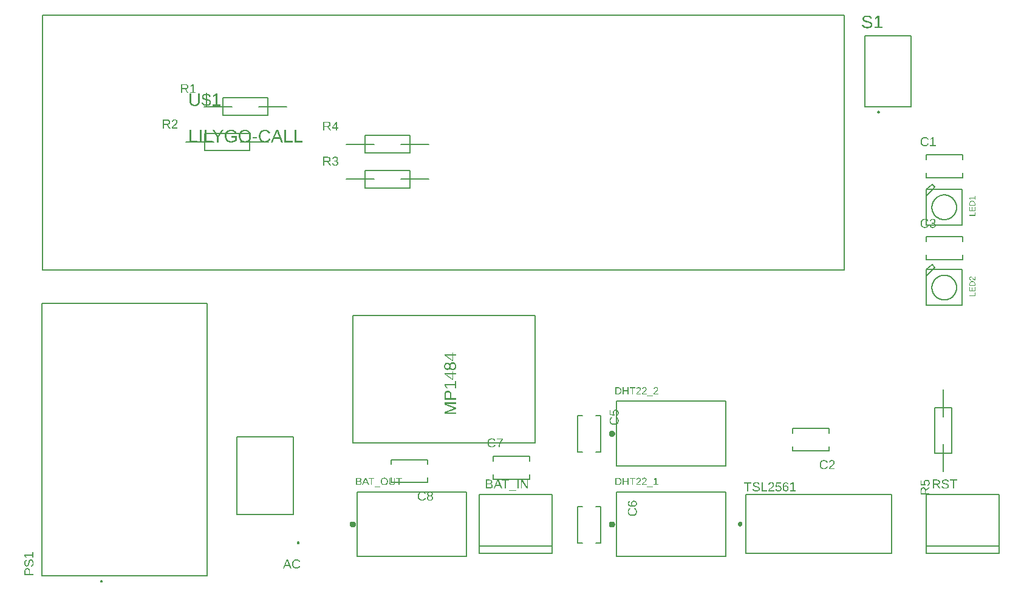
<source format=gbr>
G04 EAGLE Gerber RS-274X export*
G75*
%MOMM*%
%FSLAX34Y34*%
%LPD*%
%INSilkscreen Top*%
%IPPOS*%
%AMOC8*
5,1,8,0,0,1.08239X$1,22.5*%
G01*
G04 Define Apertures*
%ADD10C,0.127000*%
%ADD11C,0.200000*%
%ADD12C,0.400000*%
%ADD13C,0.300000*%
%ADD14C,0.152400*%
G36*
X362232Y14950D02*
X360498Y14950D01*
X365534Y27291D01*
X367434Y27291D01*
X372392Y14950D01*
X370684Y14950D01*
X369274Y18559D01*
X363651Y18559D01*
X362232Y14950D01*
G37*
%LPC*%
G36*
X368774Y19864D02*
X367189Y23936D01*
X366944Y24580D01*
X366699Y25303D01*
X366462Y26030D01*
X366383Y25784D01*
X366112Y24954D01*
X365735Y23919D01*
X364159Y19864D01*
X368774Y19864D01*
G37*
%LPD*%
G36*
X379359Y14775D02*
X378901Y14787D01*
X378458Y14823D01*
X378031Y14884D01*
X377620Y14969D01*
X377224Y15078D01*
X376844Y15211D01*
X376480Y15368D01*
X376132Y15550D01*
X375801Y15754D01*
X375491Y15979D01*
X375201Y16225D01*
X374932Y16492D01*
X374682Y16779D01*
X374453Y17087D01*
X374245Y17416D01*
X374056Y17766D01*
X373889Y18134D01*
X373744Y18519D01*
X373621Y18921D01*
X373521Y19339D01*
X373443Y19774D01*
X373387Y20225D01*
X373353Y20693D01*
X373342Y21177D01*
X373348Y21541D01*
X373367Y21895D01*
X373398Y22239D01*
X373442Y22573D01*
X373498Y22897D01*
X373566Y23211D01*
X373647Y23515D01*
X373741Y23809D01*
X373847Y24093D01*
X373965Y24367D01*
X374239Y24885D01*
X374563Y25364D01*
X374936Y25802D01*
X375354Y26194D01*
X375810Y26534D01*
X376052Y26684D01*
X376304Y26821D01*
X376566Y26945D01*
X376837Y27056D01*
X377117Y27155D01*
X377408Y27239D01*
X377708Y27311D01*
X378017Y27370D01*
X378336Y27416D01*
X378665Y27449D01*
X379003Y27468D01*
X379351Y27475D01*
X379833Y27463D01*
X380295Y27427D01*
X380737Y27366D01*
X381159Y27282D01*
X381561Y27174D01*
X381942Y27041D01*
X382303Y26885D01*
X382644Y26704D01*
X382963Y26500D01*
X383261Y26272D01*
X383537Y26021D01*
X383791Y25747D01*
X384023Y25450D01*
X384233Y25129D01*
X384422Y24785D01*
X384588Y24418D01*
X383003Y23892D01*
X382887Y24154D01*
X382756Y24399D01*
X382608Y24629D01*
X382443Y24843D01*
X382263Y25041D01*
X382066Y25223D01*
X381853Y25389D01*
X381623Y25539D01*
X381380Y25673D01*
X381126Y25788D01*
X380861Y25886D01*
X380584Y25966D01*
X380297Y26028D01*
X379998Y26073D01*
X379689Y26099D01*
X379368Y26108D01*
X378870Y26088D01*
X378400Y26026D01*
X377959Y25923D01*
X377546Y25779D01*
X377162Y25593D01*
X376806Y25367D01*
X376479Y25099D01*
X376180Y24790D01*
X375913Y24445D01*
X375682Y24070D01*
X375486Y23664D01*
X375326Y23228D01*
X375201Y22761D01*
X375112Y22264D01*
X375059Y21736D01*
X375041Y21177D01*
X375060Y20624D01*
X375115Y20099D01*
X375208Y19601D01*
X375338Y19131D01*
X375505Y18689D01*
X375709Y18275D01*
X375950Y17888D01*
X376228Y17529D01*
X376538Y17206D01*
X376874Y16926D01*
X377236Y16689D01*
X377624Y16495D01*
X378038Y16344D01*
X378479Y16236D01*
X378945Y16171D01*
X379438Y16150D01*
X379757Y16160D01*
X380066Y16190D01*
X380365Y16240D01*
X380654Y16310D01*
X380933Y16401D01*
X381201Y16511D01*
X381460Y16641D01*
X381709Y16791D01*
X381947Y16962D01*
X382176Y17152D01*
X382394Y17363D01*
X382603Y17593D01*
X382801Y17844D01*
X382989Y18115D01*
X383167Y18405D01*
X383336Y18716D01*
X384702Y18033D01*
X384502Y17646D01*
X384282Y17284D01*
X384044Y16945D01*
X383786Y16629D01*
X383508Y16338D01*
X383212Y16071D01*
X382896Y15827D01*
X382561Y15607D01*
X382209Y15412D01*
X381843Y15243D01*
X381464Y15100D01*
X381070Y14983D01*
X380663Y14892D01*
X380243Y14827D01*
X379808Y14788D01*
X379359Y14775D01*
G37*
G36*
X648605Y126553D02*
X643587Y126553D01*
X643587Y138915D01*
X648079Y138915D01*
X648606Y138903D01*
X649099Y138868D01*
X649558Y138809D01*
X649983Y138727D01*
X650374Y138622D01*
X650731Y138493D01*
X651054Y138341D01*
X651343Y138165D01*
X651598Y137965D01*
X651819Y137743D01*
X652006Y137497D01*
X652159Y137227D01*
X652278Y136934D01*
X652363Y136618D01*
X652414Y136278D01*
X652431Y135914D01*
X652421Y135646D01*
X652392Y135388D01*
X652344Y135141D01*
X652277Y134905D01*
X652191Y134680D01*
X652085Y134467D01*
X651960Y134264D01*
X651817Y134072D01*
X651655Y133893D01*
X651555Y133801D01*
X651478Y133730D01*
X651284Y133582D01*
X651075Y133449D01*
X650850Y133331D01*
X650609Y133229D01*
X650352Y133143D01*
X650079Y133072D01*
X650437Y133018D01*
X650774Y132944D01*
X651090Y132851D01*
X651384Y132737D01*
X651658Y132604D01*
X651910Y132451D01*
X652142Y132277D01*
X652239Y132188D01*
X652352Y132085D01*
X652539Y131875D01*
X652701Y131652D01*
X652838Y131416D01*
X652951Y131167D01*
X653038Y130904D01*
X653100Y130628D01*
X653138Y130338D01*
X653150Y130036D01*
X653131Y129635D01*
X653075Y129257D01*
X652981Y128902D01*
X652850Y128570D01*
X652681Y128260D01*
X652474Y127974D01*
X652230Y127710D01*
X651948Y127469D01*
X651633Y127255D01*
X651288Y127068D01*
X650915Y126911D01*
X650511Y126782D01*
X650079Y126682D01*
X649617Y126610D01*
X649126Y126567D01*
X648605Y126553D01*
G37*
%LPC*%
G36*
X648518Y127895D02*
X648888Y127904D01*
X649233Y127931D01*
X649552Y127975D01*
X649845Y128038D01*
X650111Y128118D01*
X650352Y128216D01*
X650566Y128332D01*
X650755Y128465D01*
X650919Y128617D01*
X651062Y128786D01*
X651183Y128972D01*
X651281Y129176D01*
X651358Y129398D01*
X651413Y129637D01*
X651446Y129893D01*
X651457Y130167D01*
X651445Y130432D01*
X651409Y130679D01*
X651349Y130910D01*
X651265Y131123D01*
X651157Y131320D01*
X651025Y131499D01*
X650869Y131661D01*
X650689Y131806D01*
X650485Y131934D01*
X650257Y132045D01*
X650005Y132139D01*
X649729Y132216D01*
X649430Y132275D01*
X649106Y132318D01*
X648758Y132344D01*
X648386Y132352D01*
X645262Y132352D01*
X645262Y127895D01*
X648518Y127895D01*
G37*
G36*
X648079Y133659D02*
X648404Y133667D01*
X648708Y133691D01*
X648990Y133730D01*
X649251Y133786D01*
X649491Y133856D01*
X649710Y133943D01*
X649907Y134046D01*
X650084Y134164D01*
X650239Y134298D01*
X650373Y134450D01*
X650487Y134618D01*
X650581Y134803D01*
X650653Y135005D01*
X650705Y135224D01*
X650736Y135460D01*
X650746Y135712D01*
X650735Y135954D01*
X650703Y136177D01*
X650650Y136382D01*
X650575Y136570D01*
X650479Y136740D01*
X650361Y136892D01*
X650222Y137026D01*
X650062Y137143D01*
X649881Y137243D01*
X649681Y137331D01*
X649462Y137405D01*
X649224Y137465D01*
X648966Y137512D01*
X648690Y137546D01*
X648394Y137566D01*
X648079Y137573D01*
X645262Y137573D01*
X645262Y133659D01*
X648079Y133659D01*
G37*
%LPD*%
G36*
X655885Y126553D02*
X654148Y126553D01*
X659193Y138915D01*
X661097Y138915D01*
X666063Y126553D01*
X664352Y126553D01*
X662939Y130167D01*
X657306Y130167D01*
X655885Y126553D01*
G37*
%LPC*%
G36*
X662439Y131475D02*
X660851Y135555D01*
X660605Y136199D01*
X660360Y136923D01*
X660123Y137651D01*
X660044Y137406D01*
X659772Y136575D01*
X659395Y135537D01*
X657815Y131475D01*
X662439Y131475D01*
G37*
%LPD*%
G36*
X693703Y126553D02*
X692212Y126553D01*
X692212Y138915D01*
X694159Y138915D01*
X700845Y128316D01*
X700766Y129799D01*
X700740Y130808D01*
X700740Y138915D01*
X702249Y138915D01*
X702249Y126553D01*
X700231Y126553D01*
X693615Y137081D01*
X693659Y136230D01*
X693703Y134765D01*
X693703Y126553D01*
G37*
G36*
X671086Y126553D02*
X669419Y126553D01*
X669419Y137546D01*
X665173Y137546D01*
X665173Y138915D01*
X675333Y138915D01*
X675333Y137546D01*
X671086Y137546D01*
X671086Y126553D01*
G37*
G36*
X689072Y126553D02*
X687396Y126553D01*
X687396Y138915D01*
X689072Y138915D01*
X689072Y126553D01*
G37*
G36*
X685933Y122982D02*
X675466Y122982D01*
X675466Y124122D01*
X685933Y124122D01*
X685933Y122982D01*
G37*
G36*
X501986Y131318D02*
X501612Y131328D01*
X501251Y131357D01*
X500903Y131405D01*
X500568Y131472D01*
X500246Y131559D01*
X499937Y131665D01*
X499641Y131791D01*
X499358Y131936D01*
X499090Y132099D01*
X498838Y132279D01*
X498602Y132476D01*
X498383Y132691D01*
X498180Y132923D01*
X497994Y133172D01*
X497824Y133439D01*
X497670Y133722D01*
X497533Y134020D01*
X497415Y134331D01*
X497315Y134653D01*
X497233Y134988D01*
X497169Y135335D01*
X497124Y135694D01*
X497096Y136066D01*
X497087Y136449D01*
X497107Y137026D01*
X497168Y137570D01*
X497270Y138083D01*
X497412Y138563D01*
X497594Y139010D01*
X497818Y139425D01*
X498081Y139808D01*
X498386Y140159D01*
X498726Y140472D01*
X499099Y140744D01*
X499503Y140973D01*
X499939Y141161D01*
X500406Y141308D01*
X500906Y141412D01*
X501437Y141475D01*
X502001Y141496D01*
X502372Y141486D01*
X502730Y141458D01*
X503076Y141411D01*
X503410Y141346D01*
X503731Y141261D01*
X504039Y141158D01*
X504335Y141036D01*
X504619Y140896D01*
X504888Y140737D01*
X505140Y140561D01*
X505377Y140369D01*
X505597Y140159D01*
X505801Y139933D01*
X505988Y139689D01*
X506159Y139429D01*
X506314Y139151D01*
X506451Y138859D01*
X506570Y138553D01*
X506671Y138235D01*
X506753Y137904D01*
X506817Y137559D01*
X506863Y137202D01*
X506891Y136832D01*
X506900Y136449D01*
X506891Y136067D01*
X506863Y135698D01*
X506816Y135340D01*
X506752Y134994D01*
X506668Y134661D01*
X506566Y134339D01*
X506446Y134030D01*
X506307Y133733D01*
X506150Y133450D01*
X505978Y133184D01*
X505789Y132935D01*
X505585Y132703D01*
X505364Y132487D01*
X505127Y132289D01*
X504874Y132107D01*
X504605Y131943D01*
X504321Y131796D01*
X504025Y131669D01*
X503717Y131562D01*
X503396Y131474D01*
X503062Y131406D01*
X502716Y131357D01*
X502358Y131328D01*
X501986Y131318D01*
G37*
%LPC*%
G36*
X501986Y132406D02*
X502402Y132423D01*
X502793Y132472D01*
X503159Y132555D01*
X503500Y132670D01*
X503816Y132819D01*
X504107Y133000D01*
X504374Y133215D01*
X504615Y133462D01*
X504830Y133740D01*
X505016Y134045D01*
X505173Y134378D01*
X505302Y134737D01*
X505402Y135124D01*
X505474Y135538D01*
X505517Y135980D01*
X505531Y136449D01*
X505517Y136898D01*
X505473Y137322D01*
X505401Y137722D01*
X505300Y138097D01*
X505171Y138447D01*
X505012Y138772D01*
X504824Y139072D01*
X504608Y139348D01*
X504365Y139595D01*
X504099Y139808D01*
X503809Y139989D01*
X503495Y140137D01*
X503157Y140253D01*
X502795Y140335D01*
X502410Y140384D01*
X502001Y140401D01*
X501588Y140384D01*
X501199Y140336D01*
X500835Y140255D01*
X500495Y140141D01*
X500179Y139995D01*
X499887Y139816D01*
X499619Y139605D01*
X499375Y139362D01*
X499158Y139089D01*
X498970Y138790D01*
X498811Y138465D01*
X498681Y138114D01*
X498579Y137737D01*
X498507Y137334D01*
X498463Y136904D01*
X498449Y136449D01*
X498464Y135996D01*
X498507Y135567D01*
X498581Y135162D01*
X498683Y134781D01*
X498815Y134424D01*
X498976Y134091D01*
X499166Y133782D01*
X499386Y133497D01*
X499632Y133242D01*
X499900Y133020D01*
X500191Y132832D01*
X500505Y132679D01*
X500841Y132559D01*
X501200Y132474D01*
X501582Y132423D01*
X501986Y132406D01*
G37*
%LPD*%
G36*
X466694Y131458D02*
X462679Y131458D01*
X462679Y141348D01*
X466273Y141348D01*
X466695Y141339D01*
X467089Y141311D01*
X467456Y141264D01*
X467796Y141198D01*
X468109Y141114D01*
X468395Y141011D01*
X468653Y140889D01*
X468884Y140748D01*
X469088Y140589D01*
X469265Y140411D01*
X469415Y140214D01*
X469537Y139998D01*
X469632Y139764D01*
X469700Y139510D01*
X469741Y139238D01*
X469754Y138948D01*
X469747Y138733D01*
X469724Y138527D01*
X469685Y138329D01*
X469632Y138141D01*
X469563Y137961D01*
X469478Y137790D01*
X469378Y137627D01*
X469263Y137474D01*
X469134Y137331D01*
X469054Y137257D01*
X468992Y137200D01*
X468837Y137082D01*
X468670Y136975D01*
X468490Y136882D01*
X468297Y136800D01*
X468092Y136731D01*
X467873Y136674D01*
X468160Y136631D01*
X468429Y136572D01*
X468682Y136497D01*
X468917Y136406D01*
X469136Y136299D01*
X469338Y136177D01*
X469523Y136038D01*
X469601Y135967D01*
X469691Y135884D01*
X469841Y135716D01*
X469971Y135538D01*
X470081Y135349D01*
X470170Y135150D01*
X470240Y134939D01*
X470290Y134719D01*
X470320Y134487D01*
X470330Y134245D01*
X470315Y133924D01*
X470270Y133622D01*
X470195Y133338D01*
X470090Y133072D01*
X469954Y132824D01*
X469789Y132595D01*
X469594Y132384D01*
X469368Y132192D01*
X469116Y132020D01*
X468841Y131871D01*
X468542Y131745D01*
X468219Y131642D01*
X467873Y131562D01*
X467504Y131504D01*
X467111Y131470D01*
X466694Y131458D01*
G37*
%LPC*%
G36*
X466624Y132532D02*
X466921Y132539D01*
X467196Y132561D01*
X467451Y132597D01*
X467686Y132646D01*
X467899Y132711D01*
X468091Y132789D01*
X468263Y132882D01*
X468414Y132989D01*
X468545Y133110D01*
X468660Y133245D01*
X468756Y133394D01*
X468835Y133557D01*
X468896Y133734D01*
X468940Y133926D01*
X468967Y134131D01*
X468975Y134350D01*
X468966Y134562D01*
X468937Y134760D01*
X468889Y134944D01*
X468822Y135115D01*
X468735Y135272D01*
X468630Y135415D01*
X468505Y135545D01*
X468361Y135661D01*
X468198Y135763D01*
X468016Y135852D01*
X467814Y135927D01*
X467594Y135989D01*
X467354Y136037D01*
X467094Y136071D01*
X466816Y136091D01*
X466519Y136098D01*
X464020Y136098D01*
X464020Y132532D01*
X466624Y132532D01*
G37*
G36*
X466273Y137144D02*
X466533Y137150D01*
X466776Y137169D01*
X467002Y137201D01*
X467211Y137245D01*
X467403Y137302D01*
X467578Y137371D01*
X467736Y137453D01*
X467877Y137547D01*
X468001Y137655D01*
X468109Y137776D01*
X468200Y137911D01*
X468274Y138059D01*
X468332Y138221D01*
X468374Y138396D01*
X468399Y138584D01*
X468407Y138786D01*
X468398Y138979D01*
X468373Y139158D01*
X468330Y139322D01*
X468270Y139472D01*
X468193Y139608D01*
X468099Y139730D01*
X467988Y139837D01*
X467859Y139930D01*
X467715Y140011D01*
X467555Y140081D01*
X467380Y140140D01*
X467189Y140188D01*
X466762Y140253D01*
X466273Y140274D01*
X464020Y140274D01*
X464020Y137144D01*
X466273Y137144D01*
G37*
%LPD*%
G36*
X472512Y131458D02*
X471122Y131458D01*
X475158Y141348D01*
X476681Y141348D01*
X480654Y131458D01*
X479285Y131458D01*
X478155Y134350D01*
X473649Y134350D01*
X472512Y131458D01*
G37*
%LPC*%
G36*
X477755Y135396D02*
X476484Y138660D01*
X476288Y139176D01*
X476091Y139755D01*
X475902Y140338D01*
X475839Y140141D01*
X475621Y139476D01*
X475319Y138646D01*
X474056Y135396D01*
X477755Y135396D01*
G37*
%LPD*%
G36*
X512725Y131318D02*
X512426Y131325D01*
X512137Y131346D01*
X511857Y131380D01*
X511588Y131429D01*
X511328Y131491D01*
X511077Y131567D01*
X510836Y131657D01*
X510605Y131760D01*
X510385Y131877D01*
X510178Y132006D01*
X509983Y132148D01*
X509801Y132302D01*
X509632Y132469D01*
X509476Y132649D01*
X509332Y132840D01*
X509201Y133045D01*
X509084Y133260D01*
X508983Y133486D01*
X508898Y133722D01*
X508827Y133968D01*
X508773Y134224D01*
X508734Y134490D01*
X508711Y134766D01*
X508703Y135052D01*
X508703Y141348D01*
X510043Y141348D01*
X510043Y135164D01*
X510054Y134836D01*
X510086Y134528D01*
X510140Y134240D01*
X510215Y133973D01*
X510312Y133726D01*
X510430Y133500D01*
X510570Y133294D01*
X510731Y133108D01*
X510913Y132943D01*
X511113Y132801D01*
X511333Y132680D01*
X511572Y132581D01*
X511830Y132505D01*
X512107Y132450D01*
X512403Y132417D01*
X512718Y132406D01*
X513042Y132417D01*
X513347Y132451D01*
X513635Y132508D01*
X513903Y132588D01*
X514153Y132690D01*
X514385Y132815D01*
X514597Y132962D01*
X514792Y133132D01*
X514965Y133325D01*
X515116Y133538D01*
X515243Y133772D01*
X515347Y134027D01*
X515428Y134302D01*
X515486Y134599D01*
X515521Y134917D01*
X515532Y135256D01*
X515532Y141348D01*
X516866Y141348D01*
X516866Y135179D01*
X516858Y134884D01*
X516834Y134599D01*
X516794Y134325D01*
X516739Y134061D01*
X516667Y133807D01*
X516580Y133564D01*
X516476Y133331D01*
X516357Y133108D01*
X516223Y132897D01*
X516076Y132698D01*
X515916Y132513D01*
X515743Y132340D01*
X515557Y132180D01*
X515357Y132033D01*
X515144Y131899D01*
X514918Y131778D01*
X514680Y131670D01*
X514432Y131577D01*
X514174Y131498D01*
X513905Y131433D01*
X513625Y131383D01*
X513336Y131347D01*
X513035Y131325D01*
X512725Y131318D01*
G37*
G36*
X484679Y131458D02*
X483345Y131458D01*
X483345Y140253D01*
X479948Y140253D01*
X479948Y141348D01*
X488076Y141348D01*
X488076Y140253D01*
X484679Y140253D01*
X484679Y131458D01*
G37*
G36*
X523023Y131458D02*
X521689Y131458D01*
X521689Y140253D01*
X518292Y140253D01*
X518292Y141348D01*
X526420Y141348D01*
X526420Y140253D01*
X523023Y140253D01*
X523023Y131458D01*
G37*
G36*
X496562Y128602D02*
X488189Y128602D01*
X488189Y129514D01*
X496562Y129514D01*
X496562Y128602D01*
G37*
G36*
X1114781Y153450D02*
X1114322Y153462D01*
X1113879Y153498D01*
X1113452Y153559D01*
X1113041Y153644D01*
X1112645Y153753D01*
X1112265Y153886D01*
X1111901Y154043D01*
X1111553Y154225D01*
X1111223Y154429D01*
X1110913Y154654D01*
X1110623Y154900D01*
X1110353Y155167D01*
X1110104Y155454D01*
X1109875Y155762D01*
X1109666Y156091D01*
X1109477Y156441D01*
X1109310Y156809D01*
X1109165Y157194D01*
X1109042Y157596D01*
X1108942Y158014D01*
X1108864Y158449D01*
X1108808Y158900D01*
X1108775Y159368D01*
X1108763Y159852D01*
X1108770Y160216D01*
X1108788Y160570D01*
X1108819Y160914D01*
X1108863Y161248D01*
X1108919Y161572D01*
X1108988Y161886D01*
X1109069Y162190D01*
X1109162Y162484D01*
X1109268Y162768D01*
X1109386Y163042D01*
X1109660Y163560D01*
X1109984Y164039D01*
X1110357Y164477D01*
X1110775Y164869D01*
X1111231Y165209D01*
X1111473Y165359D01*
X1111725Y165496D01*
X1111987Y165620D01*
X1112258Y165731D01*
X1112539Y165830D01*
X1112829Y165914D01*
X1113129Y165986D01*
X1113438Y166045D01*
X1113757Y166091D01*
X1114086Y166124D01*
X1114424Y166143D01*
X1114772Y166150D01*
X1115254Y166138D01*
X1115717Y166102D01*
X1116159Y166041D01*
X1116580Y165957D01*
X1116982Y165849D01*
X1117363Y165716D01*
X1117724Y165560D01*
X1118065Y165379D01*
X1118385Y165175D01*
X1118682Y164947D01*
X1118958Y164696D01*
X1119212Y164422D01*
X1119444Y164125D01*
X1119655Y163804D01*
X1119843Y163460D01*
X1120009Y163093D01*
X1118424Y162567D01*
X1118309Y162829D01*
X1118177Y163074D01*
X1118029Y163304D01*
X1117865Y163518D01*
X1117684Y163716D01*
X1117487Y163898D01*
X1117274Y164064D01*
X1117045Y164214D01*
X1116801Y164348D01*
X1116547Y164463D01*
X1116282Y164561D01*
X1116006Y164641D01*
X1115718Y164703D01*
X1115420Y164748D01*
X1115110Y164774D01*
X1114789Y164783D01*
X1114291Y164763D01*
X1113821Y164701D01*
X1113380Y164598D01*
X1112967Y164454D01*
X1112583Y164268D01*
X1112227Y164042D01*
X1111900Y163774D01*
X1111601Y163465D01*
X1111334Y163120D01*
X1111103Y162745D01*
X1110907Y162339D01*
X1110747Y161903D01*
X1110623Y161436D01*
X1110534Y160939D01*
X1110480Y160411D01*
X1110463Y159852D01*
X1110481Y159299D01*
X1110537Y158774D01*
X1110629Y158276D01*
X1110759Y157806D01*
X1110926Y157364D01*
X1111130Y156950D01*
X1111371Y156563D01*
X1111649Y156204D01*
X1111959Y155881D01*
X1112295Y155601D01*
X1112657Y155364D01*
X1113045Y155170D01*
X1113460Y155019D01*
X1113900Y154911D01*
X1114367Y154846D01*
X1114859Y154825D01*
X1115178Y154835D01*
X1115487Y154865D01*
X1115786Y154915D01*
X1116075Y154985D01*
X1116354Y155076D01*
X1116623Y155186D01*
X1116881Y155316D01*
X1117130Y155466D01*
X1117369Y155637D01*
X1117597Y155827D01*
X1117816Y156038D01*
X1118024Y156268D01*
X1118222Y156519D01*
X1118411Y156790D01*
X1118589Y157080D01*
X1118757Y157391D01*
X1120123Y156708D01*
X1119923Y156321D01*
X1119704Y155959D01*
X1119465Y155620D01*
X1119207Y155304D01*
X1118930Y155013D01*
X1118633Y154746D01*
X1118317Y154502D01*
X1117982Y154282D01*
X1117630Y154087D01*
X1117264Y153918D01*
X1116885Y153775D01*
X1116492Y153658D01*
X1116085Y153567D01*
X1115664Y153502D01*
X1115229Y153463D01*
X1114781Y153450D01*
G37*
G36*
X1129895Y153625D02*
X1121723Y153625D01*
X1121723Y154737D01*
X1121959Y155235D01*
X1122219Y155702D01*
X1122504Y156139D01*
X1122814Y156546D01*
X1123140Y156929D01*
X1123474Y157293D01*
X1123816Y157638D01*
X1124167Y157965D01*
X1124873Y158577D01*
X1125573Y159143D01*
X1126235Y159686D01*
X1126830Y160229D01*
X1127096Y160504D01*
X1127337Y160785D01*
X1127550Y161073D01*
X1127736Y161368D01*
X1127887Y161675D01*
X1127996Y162003D01*
X1128060Y162350D01*
X1128082Y162716D01*
X1128073Y162963D01*
X1128045Y163196D01*
X1127998Y163414D01*
X1127933Y163618D01*
X1127849Y163808D01*
X1127747Y163984D01*
X1127626Y164146D01*
X1127487Y164293D01*
X1127330Y164424D01*
X1127160Y164538D01*
X1126975Y164634D01*
X1126775Y164713D01*
X1126561Y164775D01*
X1126332Y164818D01*
X1126089Y164845D01*
X1125831Y164853D01*
X1125585Y164845D01*
X1125350Y164819D01*
X1125126Y164776D01*
X1124913Y164717D01*
X1124711Y164640D01*
X1124520Y164546D01*
X1124340Y164434D01*
X1124171Y164306D01*
X1124017Y164162D01*
X1123879Y164005D01*
X1123758Y163833D01*
X1123654Y163648D01*
X1123566Y163449D01*
X1123496Y163236D01*
X1123442Y163009D01*
X1123405Y162769D01*
X1121793Y162918D01*
X1121851Y163278D01*
X1121938Y163620D01*
X1122052Y163943D01*
X1122195Y164247D01*
X1122367Y164532D01*
X1122566Y164798D01*
X1122794Y165045D01*
X1123050Y165274D01*
X1123330Y165479D01*
X1123630Y165657D01*
X1123948Y165808D01*
X1124286Y165931D01*
X1124644Y166027D01*
X1125020Y166095D01*
X1125416Y166136D01*
X1125831Y166150D01*
X1126284Y166136D01*
X1126710Y166095D01*
X1127109Y166026D01*
X1127481Y165930D01*
X1127826Y165806D01*
X1128144Y165655D01*
X1128435Y165476D01*
X1128700Y165269D01*
X1128935Y165038D01*
X1129138Y164783D01*
X1129311Y164505D01*
X1129452Y164204D01*
X1129561Y163880D01*
X1129640Y163533D01*
X1129687Y163162D01*
X1129702Y162769D01*
X1129682Y162410D01*
X1129620Y162053D01*
X1129518Y161697D01*
X1129374Y161341D01*
X1129190Y160987D01*
X1128966Y160632D01*
X1128701Y160277D01*
X1128397Y159922D01*
X1127999Y159519D01*
X1127454Y159018D01*
X1126760Y158420D01*
X1125919Y157724D01*
X1125441Y157322D01*
X1125014Y156941D01*
X1124639Y156580D01*
X1124316Y156239D01*
X1124039Y155912D01*
X1123804Y155590D01*
X1123610Y155275D01*
X1123458Y154965D01*
X1129895Y154965D01*
X1129895Y153625D01*
G37*
G36*
X822248Y215163D02*
X821884Y215170D01*
X821530Y215188D01*
X821186Y215219D01*
X820852Y215263D01*
X820528Y215319D01*
X820214Y215388D01*
X819910Y215469D01*
X819616Y215562D01*
X819332Y215668D01*
X819058Y215786D01*
X818540Y216060D01*
X818061Y216384D01*
X817623Y216757D01*
X817231Y217175D01*
X816891Y217631D01*
X816741Y217873D01*
X816604Y218125D01*
X816480Y218387D01*
X816369Y218658D01*
X816271Y218939D01*
X816186Y219229D01*
X816114Y219529D01*
X816055Y219838D01*
X816009Y220157D01*
X815976Y220486D01*
X815957Y220824D01*
X815950Y221172D01*
X815962Y221654D01*
X815998Y222117D01*
X816059Y222559D01*
X816143Y222980D01*
X816251Y223382D01*
X816384Y223763D01*
X816540Y224124D01*
X816721Y224465D01*
X816925Y224785D01*
X817153Y225082D01*
X817404Y225358D01*
X817678Y225612D01*
X817975Y225844D01*
X818296Y226055D01*
X818640Y226243D01*
X819007Y226409D01*
X819533Y224824D01*
X819271Y224709D01*
X819026Y224577D01*
X818796Y224429D01*
X818582Y224265D01*
X818384Y224084D01*
X818202Y223887D01*
X818036Y223674D01*
X817886Y223445D01*
X817753Y223201D01*
X817637Y222947D01*
X817539Y222682D01*
X817459Y222406D01*
X817397Y222118D01*
X817352Y221820D01*
X817326Y221510D01*
X817317Y221189D01*
X817337Y220691D01*
X817399Y220221D01*
X817502Y219780D01*
X817646Y219367D01*
X817832Y218983D01*
X818058Y218627D01*
X818326Y218300D01*
X818635Y218001D01*
X818980Y217734D01*
X819355Y217503D01*
X819761Y217307D01*
X820197Y217147D01*
X820664Y217023D01*
X821161Y216934D01*
X821689Y216880D01*
X822248Y216863D01*
X822801Y216881D01*
X823326Y216937D01*
X823824Y217029D01*
X824294Y217159D01*
X824736Y217326D01*
X825150Y217530D01*
X825537Y217771D01*
X825896Y218049D01*
X826219Y218359D01*
X826499Y218695D01*
X826736Y219057D01*
X826930Y219445D01*
X827081Y219860D01*
X827189Y220300D01*
X827254Y220767D01*
X827275Y221259D01*
X827265Y221578D01*
X827235Y221887D01*
X827185Y222186D01*
X827115Y222475D01*
X827024Y222754D01*
X826914Y223023D01*
X826784Y223281D01*
X826634Y223530D01*
X826463Y223769D01*
X826273Y223997D01*
X826062Y224216D01*
X825832Y224424D01*
X825581Y224622D01*
X825310Y224811D01*
X825020Y224989D01*
X824709Y225157D01*
X825392Y226523D01*
X825779Y226323D01*
X826141Y226104D01*
X826480Y225865D01*
X826796Y225607D01*
X827087Y225330D01*
X827354Y225033D01*
X827598Y224717D01*
X827818Y224382D01*
X828013Y224030D01*
X828182Y223664D01*
X828325Y223285D01*
X828442Y222892D01*
X828533Y222485D01*
X828598Y222064D01*
X828637Y221629D01*
X828650Y221181D01*
X828638Y220722D01*
X828602Y220279D01*
X828541Y219852D01*
X828456Y219441D01*
X828347Y219045D01*
X828214Y218665D01*
X828057Y218301D01*
X827875Y217953D01*
X827671Y217623D01*
X827446Y217313D01*
X827200Y217023D01*
X826934Y216753D01*
X826646Y216504D01*
X826338Y216275D01*
X826009Y216066D01*
X825659Y215877D01*
X825291Y215710D01*
X824906Y215565D01*
X824504Y215442D01*
X824086Y215342D01*
X823651Y215264D01*
X823200Y215208D01*
X822732Y215175D01*
X822248Y215163D01*
G37*
G36*
X825716Y227939D02*
X825532Y229534D01*
X825754Y229602D01*
X825961Y229683D01*
X826154Y229776D01*
X826333Y229881D01*
X826497Y229999D01*
X826648Y230128D01*
X826784Y230270D01*
X826905Y230425D01*
X827012Y230591D01*
X827105Y230770D01*
X827184Y230961D01*
X827248Y231164D01*
X827298Y231380D01*
X827334Y231608D01*
X827356Y231848D01*
X827363Y232100D01*
X827351Y232409D01*
X827315Y232700D01*
X827255Y232975D01*
X827171Y233232D01*
X827063Y233472D01*
X826932Y233694D01*
X826776Y233900D01*
X826596Y234088D01*
X826396Y234256D01*
X826177Y234402D01*
X825941Y234526D01*
X825687Y234627D01*
X825414Y234705D01*
X825124Y234761D01*
X824816Y234795D01*
X824490Y234806D01*
X824206Y234795D01*
X823935Y234761D01*
X823679Y234705D01*
X823437Y234626D01*
X823208Y234524D01*
X822994Y234400D01*
X822793Y234253D01*
X822607Y234084D01*
X822438Y233895D01*
X822293Y233691D01*
X822169Y233471D01*
X822068Y233235D01*
X821990Y232984D01*
X821933Y232716D01*
X821900Y232433D01*
X821889Y232135D01*
X821901Y231821D01*
X821939Y231517D01*
X822002Y231225D01*
X822090Y230944D01*
X822208Y230668D01*
X822362Y230392D01*
X822550Y230116D01*
X822773Y229840D01*
X822773Y228299D01*
X816134Y228710D01*
X816134Y235726D01*
X817474Y235726D01*
X817474Y230147D01*
X821389Y229910D01*
X821205Y230174D01*
X821045Y230454D01*
X820909Y230749D01*
X820798Y231060D01*
X820712Y231386D01*
X820650Y231728D01*
X820613Y232086D01*
X820601Y232459D01*
X820618Y232903D01*
X820668Y233323D01*
X820751Y233721D01*
X820868Y234096D01*
X821018Y234447D01*
X821202Y234775D01*
X821419Y235080D01*
X821670Y235362D01*
X821947Y235616D01*
X822244Y235836D01*
X822562Y236021D01*
X822900Y236174D01*
X823258Y236292D01*
X823637Y236376D01*
X824036Y236427D01*
X824455Y236444D01*
X824930Y236426D01*
X825379Y236371D01*
X825803Y236281D01*
X826200Y236154D01*
X826571Y235991D01*
X826917Y235791D01*
X827236Y235555D01*
X827529Y235283D01*
X827792Y234979D01*
X828020Y234647D01*
X828212Y234287D01*
X828370Y233899D01*
X828493Y233482D01*
X828580Y233038D01*
X828633Y232565D01*
X828650Y232065D01*
X828638Y231644D01*
X828603Y231244D01*
X828544Y230864D01*
X828462Y230506D01*
X828356Y230168D01*
X828227Y229851D01*
X828074Y229555D01*
X827897Y229280D01*
X827698Y229027D01*
X827478Y228798D01*
X827237Y228594D01*
X826975Y228415D01*
X826692Y228259D01*
X826388Y228128D01*
X826062Y228022D01*
X825716Y227939D01*
G37*
G36*
X847989Y101132D02*
X847211Y101150D01*
X846480Y101204D01*
X845794Y101293D01*
X845156Y101419D01*
X844564Y101580D01*
X844018Y101778D01*
X843519Y102011D01*
X843067Y102280D01*
X842665Y102582D01*
X842316Y102914D01*
X842021Y103277D01*
X841779Y103670D01*
X841592Y104093D01*
X841518Y104317D01*
X841458Y104547D01*
X841411Y104786D01*
X841377Y105032D01*
X841357Y105285D01*
X841350Y105546D01*
X841360Y105888D01*
X841390Y106213D01*
X841439Y106522D01*
X841507Y106814D01*
X841596Y107091D01*
X841704Y107351D01*
X841831Y107596D01*
X841979Y107824D01*
X842146Y108036D01*
X842332Y108231D01*
X842538Y108411D01*
X842764Y108575D01*
X843010Y108722D01*
X843275Y108853D01*
X843560Y108968D01*
X843864Y109067D01*
X844136Y107561D01*
X843782Y107428D01*
X843476Y107260D01*
X843218Y107058D01*
X843006Y106821D01*
X842841Y106550D01*
X842723Y106244D01*
X842653Y105904D01*
X842629Y105529D01*
X842649Y105201D01*
X842708Y104893D01*
X842806Y104603D01*
X842943Y104332D01*
X843120Y104081D01*
X843336Y103848D01*
X843591Y103635D01*
X843886Y103440D01*
X844218Y103267D01*
X844585Y103116D01*
X844987Y102989D01*
X845424Y102885D01*
X845897Y102804D01*
X846404Y102746D01*
X846947Y102711D01*
X847525Y102700D01*
X847150Y102936D01*
X846823Y103217D01*
X846544Y103541D01*
X846312Y103909D01*
X846130Y104313D01*
X846000Y104745D01*
X845955Y104972D01*
X845922Y105206D01*
X845902Y105447D01*
X845896Y105695D01*
X845913Y106111D01*
X845963Y106505D01*
X846046Y106877D01*
X846163Y107227D01*
X846313Y107555D01*
X846497Y107861D01*
X846714Y108144D01*
X846965Y108406D01*
X847243Y108641D01*
X847545Y108845D01*
X847869Y109017D01*
X848217Y109158D01*
X848588Y109268D01*
X848981Y109346D01*
X849398Y109393D01*
X849837Y109409D01*
X850313Y109392D01*
X850762Y109343D01*
X851186Y109260D01*
X851585Y109144D01*
X851957Y108995D01*
X852304Y108813D01*
X852625Y108598D01*
X852920Y108349D01*
X853185Y108072D01*
X853415Y107769D01*
X853609Y107441D01*
X853768Y107088D01*
X853891Y106710D01*
X853980Y106306D01*
X854033Y105878D01*
X854050Y105424D01*
X854044Y105167D01*
X854026Y104918D01*
X853953Y104443D01*
X853832Y103998D01*
X853663Y103585D01*
X853445Y103201D01*
X853178Y102849D01*
X852863Y102527D01*
X852500Y102236D01*
X852090Y101977D01*
X851637Y101753D01*
X851139Y101563D01*
X850597Y101408D01*
X850011Y101287D01*
X849381Y101201D01*
X848707Y101149D01*
X847989Y101132D01*
G37*
%LPC*%
G36*
X849531Y102858D02*
X849880Y102869D01*
X850212Y102902D01*
X850529Y102957D01*
X850829Y103034D01*
X851113Y103133D01*
X851382Y103254D01*
X851634Y103397D01*
X851869Y103563D01*
X852083Y103745D01*
X852268Y103940D01*
X852424Y104147D01*
X852552Y104367D01*
X852652Y104600D01*
X852723Y104844D01*
X852766Y105102D01*
X852780Y105371D01*
X852768Y105648D01*
X852732Y105910D01*
X852672Y106156D01*
X852589Y106387D01*
X852481Y106603D01*
X852349Y106803D01*
X852193Y106988D01*
X852014Y107158D01*
X851813Y107310D01*
X851595Y107442D01*
X851358Y107553D01*
X851104Y107644D01*
X850832Y107715D01*
X850542Y107766D01*
X850233Y107796D01*
X849907Y107806D01*
X849582Y107796D01*
X849276Y107765D01*
X848989Y107714D01*
X848721Y107642D01*
X848472Y107550D01*
X848242Y107437D01*
X848032Y107303D01*
X847840Y107149D01*
X847670Y106977D01*
X847522Y106789D01*
X847397Y106584D01*
X847295Y106363D01*
X847216Y106126D01*
X847159Y105873D01*
X847125Y105604D01*
X847113Y105319D01*
X847123Y105049D01*
X847154Y104793D01*
X847204Y104551D01*
X847274Y104321D01*
X847365Y104105D01*
X847476Y103902D01*
X847606Y103713D01*
X847757Y103536D01*
X847926Y103377D01*
X848109Y103239D01*
X848308Y103123D01*
X848522Y103027D01*
X848752Y102953D01*
X848996Y102900D01*
X849256Y102868D01*
X849531Y102858D01*
G37*
%LPD*%
G36*
X847648Y88163D02*
X847284Y88170D01*
X846930Y88188D01*
X846586Y88219D01*
X846252Y88263D01*
X845928Y88319D01*
X845614Y88388D01*
X845310Y88469D01*
X845016Y88562D01*
X844732Y88668D01*
X844458Y88786D01*
X843940Y89060D01*
X843461Y89384D01*
X843023Y89757D01*
X842631Y90175D01*
X842291Y90631D01*
X842141Y90873D01*
X842004Y91125D01*
X841880Y91387D01*
X841769Y91658D01*
X841671Y91939D01*
X841586Y92229D01*
X841514Y92529D01*
X841455Y92838D01*
X841409Y93157D01*
X841376Y93486D01*
X841357Y93824D01*
X841350Y94172D01*
X841362Y94654D01*
X841398Y95117D01*
X841459Y95559D01*
X841543Y95980D01*
X841651Y96382D01*
X841784Y96763D01*
X841940Y97124D01*
X842121Y97465D01*
X842325Y97785D01*
X842553Y98082D01*
X842804Y98358D01*
X843078Y98612D01*
X843375Y98844D01*
X843696Y99055D01*
X844040Y99243D01*
X844407Y99409D01*
X844933Y97824D01*
X844671Y97709D01*
X844426Y97577D01*
X844196Y97429D01*
X843982Y97265D01*
X843784Y97084D01*
X843602Y96887D01*
X843436Y96674D01*
X843286Y96445D01*
X843153Y96201D01*
X843037Y95947D01*
X842939Y95682D01*
X842859Y95406D01*
X842797Y95118D01*
X842752Y94820D01*
X842726Y94510D01*
X842717Y94189D01*
X842737Y93691D01*
X842799Y93221D01*
X842902Y92780D01*
X843046Y92367D01*
X843232Y91983D01*
X843458Y91627D01*
X843726Y91300D01*
X844035Y91001D01*
X844380Y90734D01*
X844755Y90503D01*
X845161Y90307D01*
X845597Y90147D01*
X846064Y90023D01*
X846561Y89934D01*
X847089Y89880D01*
X847648Y89863D01*
X848201Y89881D01*
X848726Y89937D01*
X849224Y90029D01*
X849694Y90159D01*
X850136Y90326D01*
X850550Y90530D01*
X850937Y90771D01*
X851296Y91049D01*
X851619Y91359D01*
X851899Y91695D01*
X852136Y92057D01*
X852330Y92445D01*
X852481Y92860D01*
X852589Y93300D01*
X852654Y93767D01*
X852675Y94259D01*
X852665Y94578D01*
X852635Y94887D01*
X852585Y95186D01*
X852515Y95475D01*
X852424Y95754D01*
X852314Y96023D01*
X852184Y96281D01*
X852034Y96530D01*
X851863Y96769D01*
X851673Y96997D01*
X851462Y97216D01*
X851232Y97424D01*
X850981Y97622D01*
X850710Y97811D01*
X850420Y97989D01*
X850109Y98157D01*
X850792Y99523D01*
X851179Y99323D01*
X851541Y99104D01*
X851880Y98865D01*
X852196Y98607D01*
X852487Y98330D01*
X852754Y98033D01*
X852998Y97717D01*
X853218Y97382D01*
X853413Y97030D01*
X853582Y96664D01*
X853725Y96285D01*
X853842Y95892D01*
X853933Y95485D01*
X853998Y95064D01*
X854037Y94629D01*
X854050Y94181D01*
X854038Y93722D01*
X854002Y93279D01*
X853941Y92852D01*
X853856Y92441D01*
X853747Y92045D01*
X853614Y91665D01*
X853457Y91301D01*
X853275Y90953D01*
X853071Y90623D01*
X852846Y90313D01*
X852600Y90023D01*
X852334Y89753D01*
X852046Y89504D01*
X851738Y89275D01*
X851409Y89066D01*
X851059Y88877D01*
X850691Y88710D01*
X850306Y88565D01*
X849904Y88442D01*
X849486Y88342D01*
X849051Y88264D01*
X848600Y88208D01*
X848132Y88175D01*
X847648Y88163D01*
G37*
G36*
X651738Y183800D02*
X651279Y183812D01*
X650837Y183848D01*
X650410Y183909D01*
X649998Y183994D01*
X649603Y184103D01*
X649223Y184236D01*
X648859Y184393D01*
X648510Y184575D01*
X648180Y184779D01*
X647870Y185004D01*
X647580Y185250D01*
X647311Y185517D01*
X647061Y185804D01*
X646832Y186112D01*
X646623Y186441D01*
X646435Y186791D01*
X646267Y187159D01*
X646122Y187544D01*
X646000Y187946D01*
X645899Y188364D01*
X645821Y188799D01*
X645766Y189250D01*
X645732Y189718D01*
X645721Y190202D01*
X645727Y190566D01*
X645746Y190920D01*
X645777Y191264D01*
X645821Y191598D01*
X645877Y191922D01*
X645945Y192236D01*
X646026Y192540D01*
X646119Y192834D01*
X646225Y193118D01*
X646344Y193392D01*
X646618Y193910D01*
X646941Y194389D01*
X647315Y194827D01*
X647733Y195219D01*
X648189Y195559D01*
X648431Y195709D01*
X648683Y195846D01*
X648944Y195970D01*
X649216Y196081D01*
X649496Y196180D01*
X649786Y196264D01*
X650086Y196336D01*
X650396Y196395D01*
X650715Y196441D01*
X651043Y196474D01*
X651382Y196493D01*
X651729Y196500D01*
X652212Y196488D01*
X652674Y196452D01*
X653116Y196391D01*
X653538Y196307D01*
X653939Y196199D01*
X654321Y196066D01*
X654682Y195910D01*
X655022Y195729D01*
X655342Y195525D01*
X655640Y195297D01*
X655916Y195046D01*
X656170Y194772D01*
X656402Y194475D01*
X656612Y194154D01*
X656800Y193810D01*
X656967Y193443D01*
X655382Y192917D01*
X655266Y193179D01*
X655134Y193424D01*
X654986Y193654D01*
X654822Y193868D01*
X654642Y194066D01*
X654445Y194248D01*
X654232Y194414D01*
X654002Y194564D01*
X653759Y194698D01*
X653505Y194813D01*
X653239Y194911D01*
X652963Y194991D01*
X652676Y195053D01*
X652377Y195098D01*
X652067Y195124D01*
X651747Y195133D01*
X651249Y195113D01*
X650779Y195051D01*
X650338Y194948D01*
X649925Y194804D01*
X649541Y194618D01*
X649185Y194392D01*
X648858Y194124D01*
X648559Y193815D01*
X648292Y193470D01*
X648061Y193095D01*
X647865Y192689D01*
X647705Y192253D01*
X647580Y191786D01*
X647491Y191289D01*
X647438Y190761D01*
X647420Y190202D01*
X647439Y189649D01*
X647494Y189124D01*
X647587Y188626D01*
X647717Y188156D01*
X647884Y187714D01*
X648088Y187300D01*
X648329Y186913D01*
X648607Y186554D01*
X648917Y186231D01*
X649252Y185951D01*
X649615Y185714D01*
X650003Y185520D01*
X650417Y185369D01*
X650858Y185261D01*
X651324Y185196D01*
X651817Y185175D01*
X652136Y185185D01*
X652445Y185215D01*
X652744Y185265D01*
X653033Y185335D01*
X653311Y185426D01*
X653580Y185536D01*
X653839Y185666D01*
X654087Y185816D01*
X654326Y185987D01*
X654555Y186177D01*
X654773Y186388D01*
X654981Y186618D01*
X655180Y186869D01*
X655368Y187140D01*
X655546Y187430D01*
X655714Y187741D01*
X657081Y187058D01*
X656881Y186671D01*
X656661Y186309D01*
X656422Y185970D01*
X656164Y185654D01*
X655887Y185363D01*
X655590Y185096D01*
X655274Y184852D01*
X654939Y184632D01*
X654587Y184437D01*
X654222Y184268D01*
X653842Y184125D01*
X653449Y184008D01*
X653042Y183917D01*
X652621Y183852D01*
X652187Y183813D01*
X651738Y183800D01*
G37*
G36*
X662622Y183975D02*
X660976Y183975D01*
X660991Y184570D01*
X661038Y185173D01*
X661117Y185784D01*
X661226Y186402D01*
X661367Y187029D01*
X661540Y187663D01*
X661743Y188305D01*
X661978Y188954D01*
X662250Y189620D01*
X662564Y190311D01*
X662920Y191027D01*
X663317Y191767D01*
X663757Y192532D01*
X664239Y193322D01*
X664763Y194136D01*
X665329Y194976D01*
X658698Y194976D01*
X658698Y196316D01*
X666853Y196316D01*
X666853Y195037D01*
X665976Y193670D01*
X665239Y192460D01*
X664641Y191406D01*
X664181Y190509D01*
X663816Y189693D01*
X663499Y188882D01*
X663231Y188077D01*
X663012Y187277D01*
X662841Y186473D01*
X662720Y185654D01*
X662647Y184822D01*
X662628Y184400D01*
X662622Y183975D01*
G37*
G36*
X565614Y109550D02*
X565132Y109565D01*
X564678Y109608D01*
X564250Y109682D01*
X563850Y109784D01*
X563476Y109916D01*
X563130Y110077D01*
X562810Y110267D01*
X562517Y110487D01*
X562256Y110734D01*
X562029Y111005D01*
X561837Y111301D01*
X561680Y111621D01*
X561558Y111966D01*
X561471Y112336D01*
X561418Y112731D01*
X561401Y113150D01*
X561412Y113446D01*
X561444Y113730D01*
X561498Y114002D01*
X561574Y114262D01*
X561671Y114510D01*
X561790Y114746D01*
X561931Y114970D01*
X562093Y115182D01*
X562272Y115377D01*
X562463Y115553D01*
X562666Y115708D01*
X562881Y115843D01*
X563108Y115958D01*
X563347Y116052D01*
X563599Y116126D01*
X563862Y116180D01*
X563862Y116215D01*
X563617Y116283D01*
X563385Y116368D01*
X563166Y116470D01*
X562961Y116590D01*
X562769Y116726D01*
X562590Y116880D01*
X562424Y117051D01*
X562272Y117240D01*
X562136Y117441D01*
X562017Y117651D01*
X561917Y117869D01*
X561835Y118096D01*
X561772Y118331D01*
X561726Y118575D01*
X561699Y118827D01*
X561690Y119088D01*
X561706Y119432D01*
X561756Y119760D01*
X561838Y120070D01*
X561954Y120364D01*
X562102Y120642D01*
X562283Y120903D01*
X562498Y121147D01*
X562745Y121374D01*
X563020Y121579D01*
X563318Y121757D01*
X563638Y121908D01*
X563981Y122031D01*
X564347Y122127D01*
X564735Y122195D01*
X565145Y122236D01*
X565579Y122250D01*
X566022Y122236D01*
X566442Y122196D01*
X566837Y122129D01*
X567209Y122035D01*
X567556Y121914D01*
X567880Y121767D01*
X568180Y121593D01*
X568456Y121391D01*
X568703Y121167D01*
X568918Y120924D01*
X569099Y120663D01*
X569247Y120382D01*
X569363Y120082D01*
X569445Y119764D01*
X569495Y119427D01*
X569511Y119070D01*
X569502Y118810D01*
X569474Y118557D01*
X569429Y118314D01*
X569364Y118078D01*
X569282Y117852D01*
X569181Y117633D01*
X569062Y117424D01*
X568924Y117222D01*
X568771Y117034D01*
X568604Y116865D01*
X568586Y116850D01*
X568424Y116714D01*
X568230Y116581D01*
X568023Y116466D01*
X567803Y116370D01*
X567569Y116292D01*
X567322Y116233D01*
X567322Y116198D01*
X567609Y116140D01*
X567880Y116063D01*
X568134Y115966D01*
X568373Y115851D01*
X568594Y115716D01*
X568800Y115561D01*
X568988Y115388D01*
X569127Y115232D01*
X569161Y115195D01*
X569315Y114986D01*
X569448Y114764D01*
X569561Y114530D01*
X569653Y114283D01*
X569725Y114023D01*
X569777Y113750D01*
X569807Y113465D01*
X569818Y113167D01*
X569801Y112752D01*
X569750Y112360D01*
X569665Y111992D01*
X569546Y111648D01*
X569393Y111326D01*
X569207Y111029D01*
X568986Y110755D01*
X568732Y110505D01*
X568445Y110281D01*
X568130Y110087D01*
X567784Y109923D01*
X567409Y109788D01*
X567005Y109684D01*
X566570Y109610D01*
X566107Y109565D01*
X565614Y109550D01*
G37*
%LPC*%
G36*
X565631Y110732D02*
X565943Y110742D01*
X566234Y110771D01*
X566504Y110819D01*
X566754Y110887D01*
X566984Y110973D01*
X567193Y111080D01*
X567381Y111205D01*
X567549Y111350D01*
X567697Y111516D01*
X567825Y111704D01*
X567934Y111916D01*
X568022Y112150D01*
X568091Y112407D01*
X568140Y112687D01*
X568170Y112990D01*
X568180Y113316D01*
X568169Y113594D01*
X568137Y113854D01*
X568084Y114097D01*
X568009Y114322D01*
X567913Y114530D01*
X567796Y114719D01*
X567657Y114891D01*
X567497Y115046D01*
X567317Y115182D01*
X567121Y115301D01*
X566907Y115401D01*
X566676Y115483D01*
X566427Y115546D01*
X566162Y115592D01*
X565879Y115619D01*
X565579Y115628D01*
X565287Y115618D01*
X565011Y115589D01*
X564753Y115540D01*
X564510Y115472D01*
X564284Y115384D01*
X564074Y115276D01*
X563881Y115149D01*
X563704Y115002D01*
X563546Y114838D01*
X563409Y114660D01*
X563293Y114466D01*
X563198Y114259D01*
X563125Y114036D01*
X563072Y113799D01*
X563040Y113547D01*
X563030Y113281D01*
X563040Y112972D01*
X563070Y112684D01*
X563121Y112415D01*
X563192Y112166D01*
X563284Y111937D01*
X563396Y111728D01*
X563528Y111539D01*
X563680Y111369D01*
X563853Y111220D01*
X564046Y111091D01*
X564259Y110981D01*
X564493Y110892D01*
X564747Y110822D01*
X565021Y110772D01*
X565316Y110742D01*
X565631Y110732D01*
G37*
G36*
X565596Y116811D02*
X565866Y116819D01*
X566119Y116843D01*
X566356Y116883D01*
X566576Y116939D01*
X566780Y117011D01*
X566967Y117099D01*
X567137Y117203D01*
X567291Y117323D01*
X567427Y117461D01*
X567546Y117619D01*
X567646Y117797D01*
X567728Y117994D01*
X567791Y118212D01*
X567837Y118449D01*
X567864Y118706D01*
X567873Y118983D01*
X567864Y119236D01*
X567837Y119473D01*
X567793Y119694D01*
X567730Y119899D01*
X567649Y120087D01*
X567551Y120258D01*
X567434Y120414D01*
X567300Y120553D01*
X567147Y120675D01*
X566977Y120782D01*
X566789Y120872D01*
X566583Y120945D01*
X566358Y121002D01*
X566116Y121043D01*
X565856Y121068D01*
X565579Y121076D01*
X565309Y121068D01*
X565056Y121043D01*
X564819Y121002D01*
X564599Y120945D01*
X564395Y120871D01*
X564208Y120780D01*
X564038Y120674D01*
X563884Y120551D01*
X563747Y120411D01*
X563629Y120256D01*
X563529Y120084D01*
X563447Y119896D01*
X563383Y119692D01*
X563338Y119472D01*
X563310Y119235D01*
X563301Y118983D01*
X563311Y118726D01*
X563339Y118484D01*
X563386Y118259D01*
X563451Y118049D01*
X563536Y117855D01*
X563639Y117676D01*
X563761Y117514D01*
X563901Y117367D01*
X564059Y117236D01*
X564232Y117124D01*
X564421Y117028D01*
X564625Y116950D01*
X564845Y116889D01*
X565080Y116845D01*
X565330Y116819D01*
X565596Y116811D01*
G37*
%LPD*%
G36*
X554581Y109550D02*
X554122Y109562D01*
X553679Y109598D01*
X553252Y109659D01*
X552841Y109744D01*
X552445Y109853D01*
X552065Y109986D01*
X551701Y110143D01*
X551353Y110325D01*
X551023Y110529D01*
X550713Y110754D01*
X550423Y111000D01*
X550153Y111267D01*
X549904Y111554D01*
X549675Y111862D01*
X549466Y112191D01*
X549277Y112541D01*
X549110Y112909D01*
X548965Y113294D01*
X548842Y113696D01*
X548742Y114114D01*
X548664Y114549D01*
X548608Y115000D01*
X548575Y115468D01*
X548563Y115952D01*
X548570Y116316D01*
X548588Y116670D01*
X548619Y117014D01*
X548663Y117348D01*
X548719Y117672D01*
X548788Y117986D01*
X548869Y118290D01*
X548962Y118584D01*
X549068Y118868D01*
X549186Y119142D01*
X549460Y119660D01*
X549784Y120139D01*
X550157Y120577D01*
X550575Y120969D01*
X551031Y121309D01*
X551273Y121459D01*
X551525Y121596D01*
X551787Y121720D01*
X552058Y121831D01*
X552339Y121930D01*
X552629Y122014D01*
X552929Y122086D01*
X553238Y122145D01*
X553557Y122191D01*
X553886Y122224D01*
X554224Y122243D01*
X554572Y122250D01*
X555054Y122238D01*
X555517Y122202D01*
X555959Y122141D01*
X556380Y122057D01*
X556782Y121949D01*
X557163Y121816D01*
X557524Y121660D01*
X557865Y121479D01*
X558185Y121275D01*
X558482Y121047D01*
X558758Y120796D01*
X559012Y120522D01*
X559244Y120225D01*
X559455Y119904D01*
X559643Y119560D01*
X559809Y119193D01*
X558224Y118667D01*
X558109Y118929D01*
X557977Y119174D01*
X557829Y119404D01*
X557665Y119618D01*
X557484Y119816D01*
X557287Y119998D01*
X557074Y120164D01*
X556845Y120314D01*
X556601Y120448D01*
X556347Y120563D01*
X556082Y120661D01*
X555806Y120741D01*
X555518Y120803D01*
X555220Y120848D01*
X554910Y120874D01*
X554589Y120883D01*
X554091Y120863D01*
X553621Y120801D01*
X553180Y120698D01*
X552767Y120554D01*
X552383Y120368D01*
X552027Y120142D01*
X551700Y119874D01*
X551401Y119565D01*
X551134Y119220D01*
X550903Y118845D01*
X550707Y118439D01*
X550547Y118003D01*
X550423Y117536D01*
X550334Y117039D01*
X550280Y116511D01*
X550263Y115952D01*
X550281Y115399D01*
X550337Y114874D01*
X550429Y114376D01*
X550559Y113906D01*
X550726Y113464D01*
X550930Y113050D01*
X551171Y112663D01*
X551449Y112304D01*
X551759Y111981D01*
X552095Y111701D01*
X552457Y111464D01*
X552845Y111270D01*
X553260Y111119D01*
X553700Y111011D01*
X554167Y110946D01*
X554659Y110925D01*
X554978Y110935D01*
X555287Y110965D01*
X555586Y111015D01*
X555875Y111085D01*
X556154Y111176D01*
X556423Y111286D01*
X556681Y111416D01*
X556930Y111566D01*
X557169Y111737D01*
X557397Y111927D01*
X557616Y112138D01*
X557824Y112368D01*
X558022Y112619D01*
X558211Y112890D01*
X558389Y113180D01*
X558557Y113491D01*
X559923Y112808D01*
X559723Y112421D01*
X559504Y112059D01*
X559265Y111720D01*
X559007Y111404D01*
X558730Y111113D01*
X558433Y110846D01*
X558117Y110602D01*
X557782Y110382D01*
X557430Y110187D01*
X557064Y110018D01*
X556685Y109875D01*
X556292Y109758D01*
X555885Y109667D01*
X555464Y109602D01*
X555029Y109563D01*
X554581Y109550D01*
G37*
G36*
X827720Y131458D02*
X824021Y131458D01*
X824021Y141348D01*
X827291Y141348D01*
X827902Y141329D01*
X828476Y141270D01*
X829015Y141171D01*
X829517Y141033D01*
X829984Y140856D01*
X830415Y140640D01*
X830810Y140384D01*
X831170Y140088D01*
X831489Y139757D01*
X831767Y139392D01*
X832001Y138994D01*
X832193Y138563D01*
X832343Y138098D01*
X832449Y137600D01*
X832513Y137069D01*
X832535Y136505D01*
X832525Y136129D01*
X832497Y135764D01*
X832451Y135411D01*
X832386Y135071D01*
X832302Y134742D01*
X832199Y134425D01*
X832078Y134120D01*
X831938Y133827D01*
X831781Y133549D01*
X831609Y133287D01*
X831421Y133042D01*
X831217Y132814D01*
X830998Y132603D01*
X830763Y132408D01*
X830512Y132230D01*
X830246Y132069D01*
X829967Y131926D01*
X829678Y131802D01*
X829378Y131697D01*
X829067Y131611D01*
X828746Y131544D01*
X828415Y131497D01*
X828072Y131468D01*
X827720Y131458D01*
G37*
%LPC*%
G36*
X827565Y132532D02*
X827833Y132540D01*
X828093Y132562D01*
X828344Y132599D01*
X828587Y132652D01*
X828822Y132719D01*
X829049Y132801D01*
X829268Y132898D01*
X829478Y133010D01*
X829678Y133136D01*
X829866Y133275D01*
X830043Y133427D01*
X830207Y133592D01*
X830359Y133771D01*
X830500Y133962D01*
X830628Y134167D01*
X830745Y134385D01*
X830848Y134615D01*
X830938Y134855D01*
X831014Y135105D01*
X831076Y135365D01*
X831125Y135635D01*
X831159Y135915D01*
X831180Y136205D01*
X831187Y136505D01*
X831171Y136951D01*
X831124Y137370D01*
X831045Y137761D01*
X830935Y138126D01*
X830794Y138463D01*
X830620Y138772D01*
X830416Y139054D01*
X830180Y139309D01*
X829914Y139535D01*
X829620Y139731D01*
X829298Y139897D01*
X828947Y140033D01*
X828568Y140139D01*
X828162Y140214D01*
X827727Y140259D01*
X827263Y140274D01*
X825361Y140274D01*
X825361Y132532D01*
X827565Y132532D01*
G37*
%LPD*%
G36*
X835736Y131458D02*
X834396Y131458D01*
X834396Y141348D01*
X835736Y141348D01*
X835736Y137165D01*
X841085Y137165D01*
X841085Y141348D01*
X842425Y141348D01*
X842425Y131458D01*
X841085Y131458D01*
X841085Y136042D01*
X835736Y136042D01*
X835736Y131458D01*
G37*
G36*
X859644Y131458D02*
X853096Y131458D01*
X853096Y132350D01*
X853284Y132748D01*
X853493Y133123D01*
X853721Y133473D01*
X853969Y133799D01*
X854499Y134398D01*
X855054Y134936D01*
X855620Y135427D01*
X856180Y135880D01*
X856711Y136316D01*
X857188Y136751D01*
X857402Y136971D01*
X857594Y137197D01*
X857765Y137427D01*
X857914Y137663D01*
X858035Y137910D01*
X858122Y138172D01*
X858174Y138450D01*
X858191Y138744D01*
X858184Y138942D01*
X858162Y139128D01*
X858124Y139304D01*
X858072Y139467D01*
X858005Y139619D01*
X857923Y139760D01*
X857826Y139890D01*
X857714Y140008D01*
X857589Y140113D01*
X857452Y140204D01*
X857304Y140281D01*
X857144Y140345D01*
X856972Y140394D01*
X856789Y140429D01*
X856594Y140450D01*
X856388Y140457D01*
X856190Y140450D01*
X856002Y140429D01*
X855822Y140395D01*
X855651Y140347D01*
X855490Y140285D01*
X855337Y140210D01*
X855193Y140121D01*
X855057Y140018D01*
X854933Y139903D01*
X854823Y139777D01*
X854726Y139639D01*
X854642Y139491D01*
X854572Y139331D01*
X854516Y139161D01*
X854473Y138979D01*
X854443Y138786D01*
X853152Y138906D01*
X853198Y139195D01*
X853267Y139468D01*
X853359Y139727D01*
X853474Y139971D01*
X853611Y140199D01*
X853771Y140413D01*
X853954Y140611D01*
X854159Y140794D01*
X854383Y140958D01*
X854623Y141101D01*
X854879Y141221D01*
X855150Y141320D01*
X855436Y141397D01*
X855738Y141452D01*
X856055Y141485D01*
X856388Y141496D01*
X856751Y141485D01*
X857092Y141452D01*
X857412Y141396D01*
X857710Y141319D01*
X857986Y141220D01*
X858241Y141099D01*
X858475Y140956D01*
X858686Y140790D01*
X858875Y140605D01*
X859038Y140400D01*
X859176Y140178D01*
X859289Y139937D01*
X859377Y139677D01*
X859440Y139399D01*
X859477Y139102D01*
X859490Y138786D01*
X859474Y138499D01*
X859424Y138213D01*
X859342Y137927D01*
X859227Y137642D01*
X859079Y137358D01*
X858899Y137074D01*
X858688Y136789D01*
X858444Y136505D01*
X858125Y136182D01*
X857688Y135780D01*
X857132Y135301D01*
X856458Y134743D01*
X855733Y134116D01*
X855433Y133827D01*
X855173Y133554D01*
X854951Y133291D01*
X854763Y133033D01*
X854607Y132780D01*
X854485Y132532D01*
X859644Y132532D01*
X859644Y131458D01*
G37*
G36*
X867644Y131458D02*
X861096Y131458D01*
X861096Y132350D01*
X861284Y132748D01*
X861493Y133123D01*
X861721Y133473D01*
X861969Y133799D01*
X862499Y134398D01*
X863054Y134936D01*
X863620Y135427D01*
X864180Y135880D01*
X864711Y136316D01*
X865188Y136751D01*
X865402Y136971D01*
X865594Y137197D01*
X865765Y137427D01*
X865914Y137663D01*
X866035Y137910D01*
X866122Y138172D01*
X866174Y138450D01*
X866191Y138744D01*
X866184Y138942D01*
X866162Y139128D01*
X866124Y139304D01*
X866072Y139467D01*
X866005Y139619D01*
X865923Y139760D01*
X865826Y139890D01*
X865714Y140008D01*
X865589Y140113D01*
X865452Y140204D01*
X865304Y140281D01*
X865144Y140345D01*
X864972Y140394D01*
X864789Y140429D01*
X864594Y140450D01*
X864388Y140457D01*
X864190Y140450D01*
X864002Y140429D01*
X863822Y140395D01*
X863651Y140347D01*
X863490Y140285D01*
X863337Y140210D01*
X863193Y140121D01*
X863057Y140018D01*
X862933Y139903D01*
X862823Y139777D01*
X862726Y139639D01*
X862642Y139491D01*
X862572Y139331D01*
X862516Y139161D01*
X862473Y138979D01*
X862443Y138786D01*
X861152Y138906D01*
X861198Y139195D01*
X861267Y139468D01*
X861359Y139727D01*
X861474Y139971D01*
X861611Y140199D01*
X861771Y140413D01*
X861954Y140611D01*
X862159Y140794D01*
X862383Y140958D01*
X862623Y141101D01*
X862879Y141221D01*
X863150Y141320D01*
X863436Y141397D01*
X863738Y141452D01*
X864055Y141485D01*
X864388Y141496D01*
X864751Y141485D01*
X865092Y141452D01*
X865412Y141396D01*
X865710Y141319D01*
X865986Y141220D01*
X866241Y141099D01*
X866475Y140956D01*
X866686Y140790D01*
X866875Y140605D01*
X867038Y140400D01*
X867176Y140178D01*
X867289Y139937D01*
X867377Y139677D01*
X867440Y139399D01*
X867477Y139102D01*
X867490Y138786D01*
X867474Y138499D01*
X867424Y138213D01*
X867342Y137927D01*
X867227Y137642D01*
X867079Y137358D01*
X866899Y137074D01*
X866688Y136789D01*
X866444Y136505D01*
X866125Y136182D01*
X865688Y135780D01*
X865132Y135301D01*
X864458Y134743D01*
X863733Y134116D01*
X863433Y133827D01*
X863173Y133554D01*
X862951Y133291D01*
X862763Y133033D01*
X862607Y132780D01*
X862485Y132532D01*
X867644Y132532D01*
X867644Y131458D01*
G37*
G36*
X848645Y131458D02*
X847311Y131458D01*
X847311Y140253D01*
X843914Y140253D01*
X843914Y141348D01*
X852042Y141348D01*
X852042Y140253D01*
X848645Y140253D01*
X848645Y131458D01*
G37*
G36*
X883665Y131458D02*
X877468Y131458D01*
X877468Y132532D01*
X879987Y132532D01*
X879987Y140141D01*
X877755Y138548D01*
X877755Y139741D01*
X880093Y141348D01*
X881258Y141348D01*
X881258Y132532D01*
X883665Y132532D01*
X883665Y131458D01*
G37*
G36*
X876529Y128602D02*
X868155Y128602D01*
X868155Y129514D01*
X876529Y129514D01*
X876529Y128602D01*
G37*
G36*
X827720Y257892D02*
X824021Y257892D01*
X824021Y267782D01*
X827291Y267782D01*
X827902Y267762D01*
X828476Y267703D01*
X829015Y267605D01*
X829517Y267467D01*
X829984Y267290D01*
X830415Y267073D01*
X830810Y266818D01*
X831170Y266522D01*
X831489Y266191D01*
X831767Y265826D01*
X832001Y265428D01*
X832193Y264996D01*
X832343Y264532D01*
X832449Y264034D01*
X832513Y263503D01*
X832535Y262939D01*
X832525Y262562D01*
X832497Y262198D01*
X832451Y261845D01*
X832386Y261504D01*
X832302Y261176D01*
X832199Y260859D01*
X832078Y260554D01*
X831938Y260261D01*
X831781Y259983D01*
X831609Y259721D01*
X831421Y259476D01*
X831217Y259248D01*
X830998Y259036D01*
X830763Y258842D01*
X830512Y258664D01*
X830246Y258503D01*
X829967Y258360D01*
X829678Y258236D01*
X829378Y258131D01*
X829067Y258045D01*
X828746Y257978D01*
X828415Y257930D01*
X828072Y257902D01*
X827720Y257892D01*
G37*
%LPC*%
G36*
X827565Y258966D02*
X827833Y258974D01*
X828093Y258996D01*
X828344Y259033D01*
X828587Y259086D01*
X828822Y259153D01*
X829049Y259235D01*
X829268Y259332D01*
X829478Y259444D01*
X829678Y259569D01*
X829866Y259708D01*
X830043Y259861D01*
X830207Y260026D01*
X830359Y260205D01*
X830500Y260396D01*
X830628Y260601D01*
X830745Y260819D01*
X830848Y261049D01*
X830938Y261289D01*
X831014Y261538D01*
X831076Y261798D01*
X831125Y262068D01*
X831159Y262349D01*
X831180Y262639D01*
X831187Y262939D01*
X831171Y263385D01*
X831124Y263804D01*
X831045Y264195D01*
X830935Y264560D01*
X830794Y264896D01*
X830620Y265206D01*
X830416Y265488D01*
X830180Y265743D01*
X829914Y265969D01*
X829620Y266165D01*
X829298Y266331D01*
X828947Y266467D01*
X828568Y266573D01*
X828162Y266648D01*
X827727Y266693D01*
X827263Y266708D01*
X825361Y266708D01*
X825361Y258966D01*
X827565Y258966D01*
G37*
%LPD*%
G36*
X835736Y257892D02*
X834396Y257892D01*
X834396Y267782D01*
X835736Y267782D01*
X835736Y263599D01*
X841085Y263599D01*
X841085Y267782D01*
X842425Y267782D01*
X842425Y257892D01*
X841085Y257892D01*
X841085Y262476D01*
X835736Y262476D01*
X835736Y257892D01*
G37*
G36*
X859644Y257892D02*
X853096Y257892D01*
X853096Y258784D01*
X853284Y259182D01*
X853493Y259557D01*
X853721Y259907D01*
X853969Y260233D01*
X854499Y260832D01*
X855054Y261370D01*
X855620Y261861D01*
X856180Y262314D01*
X856711Y262749D01*
X857188Y263185D01*
X857402Y263405D01*
X857594Y263630D01*
X857765Y263861D01*
X857914Y264097D01*
X858035Y264344D01*
X858122Y264606D01*
X858174Y264884D01*
X858191Y265178D01*
X858184Y265376D01*
X858162Y265562D01*
X858124Y265737D01*
X858072Y265901D01*
X858005Y266053D01*
X857923Y266194D01*
X857826Y266323D01*
X857714Y266442D01*
X857589Y266547D01*
X857452Y266638D01*
X857304Y266715D01*
X857144Y266778D01*
X856972Y266828D01*
X856789Y266863D01*
X856594Y266884D01*
X856388Y266891D01*
X856190Y266884D01*
X856002Y266863D01*
X855822Y266829D01*
X855651Y266781D01*
X855490Y266719D01*
X855337Y266644D01*
X855193Y266555D01*
X855057Y266452D01*
X854933Y266337D01*
X854823Y266211D01*
X854726Y266073D01*
X854642Y265925D01*
X854572Y265765D01*
X854516Y265595D01*
X854473Y265413D01*
X854443Y265220D01*
X853152Y265340D01*
X853198Y265629D01*
X853267Y265902D01*
X853359Y266161D01*
X853474Y266405D01*
X853611Y266633D01*
X853771Y266846D01*
X853954Y267045D01*
X854159Y267228D01*
X854383Y267392D01*
X854623Y267535D01*
X854879Y267655D01*
X855150Y267754D01*
X855436Y267831D01*
X855738Y267886D01*
X856055Y267919D01*
X856388Y267930D01*
X856751Y267919D01*
X857092Y267885D01*
X857412Y267830D01*
X857710Y267753D01*
X857986Y267654D01*
X858241Y267533D01*
X858475Y267389D01*
X858686Y267224D01*
X858875Y267039D01*
X859038Y266834D01*
X859176Y266612D01*
X859289Y266370D01*
X859377Y266111D01*
X859440Y265832D01*
X859477Y265536D01*
X859490Y265220D01*
X859474Y264933D01*
X859424Y264646D01*
X859342Y264361D01*
X859227Y264076D01*
X859079Y263792D01*
X858899Y263508D01*
X858688Y263223D01*
X858444Y262939D01*
X858125Y262616D01*
X857688Y262214D01*
X857132Y261735D01*
X856458Y261177D01*
X855733Y260550D01*
X855433Y260261D01*
X855173Y259987D01*
X854951Y259725D01*
X854763Y259467D01*
X854607Y259214D01*
X854485Y258966D01*
X859644Y258966D01*
X859644Y257892D01*
G37*
G36*
X867644Y257892D02*
X861096Y257892D01*
X861096Y258784D01*
X861284Y259182D01*
X861493Y259557D01*
X861721Y259907D01*
X861969Y260233D01*
X862499Y260832D01*
X863054Y261370D01*
X863620Y261861D01*
X864180Y262314D01*
X864711Y262749D01*
X865188Y263185D01*
X865402Y263405D01*
X865594Y263630D01*
X865765Y263861D01*
X865914Y264097D01*
X866035Y264344D01*
X866122Y264606D01*
X866174Y264884D01*
X866191Y265178D01*
X866184Y265376D01*
X866162Y265562D01*
X866124Y265737D01*
X866072Y265901D01*
X866005Y266053D01*
X865923Y266194D01*
X865826Y266323D01*
X865714Y266442D01*
X865589Y266547D01*
X865452Y266638D01*
X865304Y266715D01*
X865144Y266778D01*
X864972Y266828D01*
X864789Y266863D01*
X864594Y266884D01*
X864388Y266891D01*
X864190Y266884D01*
X864002Y266863D01*
X863822Y266829D01*
X863651Y266781D01*
X863490Y266719D01*
X863337Y266644D01*
X863193Y266555D01*
X863057Y266452D01*
X862933Y266337D01*
X862823Y266211D01*
X862726Y266073D01*
X862642Y265925D01*
X862572Y265765D01*
X862516Y265595D01*
X862473Y265413D01*
X862443Y265220D01*
X861152Y265340D01*
X861198Y265629D01*
X861267Y265902D01*
X861359Y266161D01*
X861474Y266405D01*
X861611Y266633D01*
X861771Y266846D01*
X861954Y267045D01*
X862159Y267228D01*
X862383Y267392D01*
X862623Y267535D01*
X862879Y267655D01*
X863150Y267754D01*
X863436Y267831D01*
X863738Y267886D01*
X864055Y267919D01*
X864388Y267930D01*
X864751Y267919D01*
X865092Y267885D01*
X865412Y267830D01*
X865710Y267753D01*
X865986Y267654D01*
X866241Y267533D01*
X866475Y267389D01*
X866686Y267224D01*
X866875Y267039D01*
X867038Y266834D01*
X867176Y266612D01*
X867289Y266370D01*
X867377Y266111D01*
X867440Y265832D01*
X867477Y265536D01*
X867490Y265220D01*
X867474Y264933D01*
X867424Y264646D01*
X867342Y264361D01*
X867227Y264076D01*
X867079Y263792D01*
X866899Y263508D01*
X866688Y263223D01*
X866444Y262939D01*
X866125Y262616D01*
X865688Y262214D01*
X865132Y261735D01*
X864458Y261177D01*
X863733Y260550D01*
X863433Y260261D01*
X863173Y259987D01*
X862951Y259725D01*
X862763Y259467D01*
X862607Y259214D01*
X862485Y258966D01*
X867644Y258966D01*
X867644Y257892D01*
G37*
G36*
X883644Y257892D02*
X877096Y257892D01*
X877096Y258784D01*
X877284Y259182D01*
X877493Y259557D01*
X877721Y259907D01*
X877969Y260233D01*
X878499Y260832D01*
X879054Y261370D01*
X879620Y261861D01*
X880180Y262314D01*
X880711Y262749D01*
X881188Y263185D01*
X881402Y263405D01*
X881594Y263630D01*
X881765Y263861D01*
X881914Y264097D01*
X882035Y264344D01*
X882122Y264606D01*
X882174Y264884D01*
X882191Y265178D01*
X882184Y265376D01*
X882162Y265562D01*
X882124Y265737D01*
X882072Y265901D01*
X882005Y266053D01*
X881923Y266194D01*
X881826Y266323D01*
X881714Y266442D01*
X881589Y266547D01*
X881452Y266638D01*
X881304Y266715D01*
X881144Y266778D01*
X880972Y266828D01*
X880789Y266863D01*
X880594Y266884D01*
X880388Y266891D01*
X880190Y266884D01*
X880002Y266863D01*
X879822Y266829D01*
X879651Y266781D01*
X879490Y266719D01*
X879337Y266644D01*
X879193Y266555D01*
X879057Y266452D01*
X878933Y266337D01*
X878823Y266211D01*
X878726Y266073D01*
X878642Y265925D01*
X878572Y265765D01*
X878516Y265595D01*
X878473Y265413D01*
X878443Y265220D01*
X877152Y265340D01*
X877198Y265629D01*
X877267Y265902D01*
X877359Y266161D01*
X877474Y266405D01*
X877611Y266633D01*
X877771Y266846D01*
X877954Y267045D01*
X878159Y267228D01*
X878383Y267392D01*
X878623Y267535D01*
X878879Y267655D01*
X879150Y267754D01*
X879436Y267831D01*
X879738Y267886D01*
X880055Y267919D01*
X880388Y267930D01*
X880751Y267919D01*
X881092Y267885D01*
X881412Y267830D01*
X881710Y267753D01*
X881986Y267654D01*
X882241Y267533D01*
X882475Y267389D01*
X882686Y267224D01*
X882875Y267039D01*
X883038Y266834D01*
X883176Y266612D01*
X883289Y266370D01*
X883377Y266111D01*
X883440Y265832D01*
X883477Y265536D01*
X883490Y265220D01*
X883474Y264933D01*
X883424Y264646D01*
X883342Y264361D01*
X883227Y264076D01*
X883079Y263792D01*
X882899Y263508D01*
X882688Y263223D01*
X882444Y262939D01*
X882125Y262616D01*
X881688Y262214D01*
X881132Y261735D01*
X880458Y261177D01*
X879733Y260550D01*
X879433Y260261D01*
X879173Y259987D01*
X878951Y259725D01*
X878763Y259467D01*
X878607Y259214D01*
X878485Y258966D01*
X883644Y258966D01*
X883644Y257892D01*
G37*
G36*
X848645Y257892D02*
X847311Y257892D01*
X847311Y266687D01*
X843914Y266687D01*
X843914Y267782D01*
X852042Y267782D01*
X852042Y266687D01*
X848645Y266687D01*
X848645Y257892D01*
G37*
G36*
X876529Y255036D02*
X868155Y255036D01*
X868155Y255948D01*
X876529Y255948D01*
X876529Y255036D01*
G37*
G36*
X12700Y5871D02*
X359Y5871D01*
X359Y11065D01*
X374Y11570D01*
X420Y12045D01*
X496Y12490D01*
X602Y12907D01*
X739Y13294D01*
X906Y13652D01*
X1104Y13980D01*
X1331Y14280D01*
X1587Y14547D01*
X1867Y14778D01*
X2173Y14973D01*
X2503Y15134D01*
X2858Y15258D01*
X3238Y15347D01*
X3643Y15400D01*
X4073Y15418D01*
X4500Y15400D01*
X4904Y15347D01*
X5286Y15258D01*
X5645Y15133D01*
X5982Y14972D01*
X6296Y14775D01*
X6588Y14543D01*
X6858Y14275D01*
X7100Y13977D01*
X7310Y13653D01*
X7488Y13303D01*
X7633Y12928D01*
X7746Y12527D01*
X7827Y12100D01*
X7875Y11648D01*
X7892Y11170D01*
X7892Y7544D01*
X12700Y7544D01*
X12700Y5871D01*
G37*
%LPC*%
G36*
X6569Y7544D02*
X6569Y10934D01*
X6559Y11273D01*
X6530Y11591D01*
X6482Y11886D01*
X6414Y12160D01*
X6327Y12412D01*
X6220Y12642D01*
X6095Y12850D01*
X5949Y13036D01*
X5785Y13200D01*
X5601Y13342D01*
X5397Y13463D01*
X5175Y13561D01*
X4933Y13638D01*
X4671Y13693D01*
X4391Y13726D01*
X4090Y13737D01*
X3801Y13725D01*
X3530Y13692D01*
X3278Y13636D01*
X3044Y13557D01*
X2829Y13456D01*
X2633Y13333D01*
X2456Y13187D01*
X2297Y13018D01*
X2157Y12828D01*
X2036Y12614D01*
X1933Y12379D01*
X1849Y12121D01*
X1783Y11840D01*
X1737Y11537D01*
X1709Y11212D01*
X1699Y10864D01*
X1699Y7544D01*
X6569Y7544D01*
G37*
%LPD*%
G36*
X9740Y17183D02*
X9416Y18804D01*
X9684Y18884D01*
X9935Y18983D01*
X10167Y19103D01*
X10380Y19242D01*
X10575Y19400D01*
X10752Y19579D01*
X10910Y19777D01*
X11049Y19995D01*
X11171Y20233D01*
X11277Y20491D01*
X11367Y20770D01*
X11440Y21070D01*
X11497Y21390D01*
X11538Y21731D01*
X11562Y22092D01*
X11570Y22473D01*
X11561Y22867D01*
X11535Y23237D01*
X11492Y23585D01*
X11431Y23909D01*
X11353Y24210D01*
X11257Y24488D01*
X11144Y24742D01*
X11014Y24974D01*
X10867Y25180D01*
X10703Y25359D01*
X10524Y25510D01*
X10328Y25634D01*
X10115Y25730D01*
X9887Y25799D01*
X9642Y25841D01*
X9381Y25854D01*
X9093Y25837D01*
X8833Y25785D01*
X8602Y25699D01*
X8400Y25578D01*
X8219Y25426D01*
X8056Y25247D01*
X7909Y25039D01*
X7778Y24803D01*
X7660Y24542D01*
X7552Y24256D01*
X7454Y23946D01*
X7366Y23612D01*
X7007Y22079D01*
X6845Y21392D01*
X6683Y20793D01*
X6521Y20282D01*
X6359Y19859D01*
X6192Y19500D01*
X6016Y19181D01*
X5831Y18902D01*
X5636Y18663D01*
X5429Y18457D01*
X5204Y18277D01*
X4962Y18122D01*
X4703Y17993D01*
X4426Y17892D01*
X4130Y17819D01*
X3813Y17776D01*
X3477Y17761D01*
X3092Y17780D01*
X2730Y17837D01*
X2391Y17932D01*
X2074Y18065D01*
X1780Y18235D01*
X1508Y18444D01*
X1260Y18690D01*
X1034Y18974D01*
X832Y19294D01*
X658Y19646D01*
X511Y20031D01*
X390Y20449D01*
X296Y20900D01*
X229Y21383D01*
X189Y21899D01*
X175Y22447D01*
X185Y22957D01*
X216Y23436D01*
X266Y23885D01*
X336Y24302D01*
X427Y24688D01*
X537Y25044D01*
X668Y25368D01*
X819Y25662D01*
X994Y25929D01*
X1198Y26176D01*
X1429Y26402D01*
X1689Y26607D01*
X1978Y26792D01*
X2295Y26956D01*
X2640Y27099D01*
X3013Y27221D01*
X3302Y25574D01*
X3065Y25498D01*
X2845Y25408D01*
X2642Y25301D01*
X2456Y25180D01*
X2286Y25043D01*
X2134Y24891D01*
X1998Y24723D01*
X1879Y24540D01*
X1775Y24341D01*
X1685Y24123D01*
X1609Y23886D01*
X1547Y23632D01*
X1499Y23359D01*
X1464Y23067D01*
X1443Y22758D01*
X1437Y22430D01*
X1444Y22071D01*
X1467Y21733D01*
X1506Y21418D01*
X1559Y21125D01*
X1628Y20853D01*
X1712Y20604D01*
X1812Y20376D01*
X1927Y20170D01*
X2057Y19987D01*
X2202Y19829D01*
X2363Y19695D01*
X2538Y19585D01*
X2728Y19500D01*
X2934Y19439D01*
X3154Y19403D01*
X3390Y19390D01*
X3662Y19409D01*
X3910Y19466D01*
X4133Y19560D01*
X4331Y19693D01*
X4510Y19860D01*
X4675Y20062D01*
X4826Y20296D01*
X4962Y20564D01*
X5098Y20919D01*
X5250Y21416D01*
X5416Y22054D01*
X5597Y22833D01*
X5864Y23967D01*
X6013Y24520D01*
X6188Y25048D01*
X6393Y25549D01*
X6630Y26016D01*
X6764Y26234D01*
X6913Y26438D01*
X7075Y26626D01*
X7252Y26800D01*
X7444Y26958D01*
X7653Y27097D01*
X7878Y27218D01*
X8119Y27321D01*
X8380Y27404D01*
X8662Y27463D01*
X8967Y27498D01*
X9293Y27510D01*
X9708Y27489D01*
X10099Y27426D01*
X10466Y27322D01*
X10808Y27176D01*
X11127Y26988D01*
X11421Y26758D01*
X11692Y26487D01*
X11938Y26174D01*
X12158Y25823D01*
X12348Y25438D01*
X12509Y25019D01*
X12641Y24566D01*
X12743Y24078D01*
X12817Y23557D01*
X12861Y23002D01*
X12875Y22412D01*
X12863Y21863D01*
X12826Y21344D01*
X12765Y20854D01*
X12679Y20394D01*
X12569Y19963D01*
X12434Y19562D01*
X12275Y19191D01*
X12091Y18850D01*
X11883Y18538D01*
X11650Y18255D01*
X11393Y18003D01*
X11111Y17779D01*
X10805Y17586D01*
X10475Y17422D01*
X10119Y17288D01*
X9740Y17183D01*
G37*
G36*
X12700Y29704D02*
X11360Y29704D01*
X11360Y32848D01*
X1866Y32848D01*
X3854Y30063D01*
X2365Y30063D01*
X359Y32980D01*
X359Y34433D01*
X11360Y34433D01*
X11360Y37438D01*
X12700Y37438D01*
X12700Y29704D01*
G37*
G36*
X220276Y678550D02*
X218603Y678550D01*
X218603Y690891D01*
X224410Y690891D01*
X224916Y690876D01*
X225392Y690832D01*
X225839Y690760D01*
X226257Y690658D01*
X226644Y690526D01*
X227002Y690366D01*
X227330Y690177D01*
X227628Y689958D01*
X227894Y689713D01*
X228125Y689446D01*
X228320Y689156D01*
X228479Y688842D01*
X228603Y688506D01*
X228692Y688147D01*
X228745Y687766D01*
X228763Y687361D01*
X228750Y687024D01*
X228713Y686701D01*
X228650Y686391D01*
X228562Y686095D01*
X228450Y685813D01*
X228312Y685545D01*
X228149Y685290D01*
X227961Y685049D01*
X227751Y684825D01*
X227522Y684624D01*
X227275Y684443D01*
X227164Y684377D01*
X227008Y684285D01*
X226722Y684148D01*
X226417Y684032D01*
X226093Y683939D01*
X225750Y683866D01*
X227241Y681603D01*
X229253Y678550D01*
X227326Y678550D01*
X224121Y683674D01*
X220276Y683674D01*
X220276Y678550D01*
G37*
%LPC*%
G36*
X224313Y684996D02*
X224635Y685006D01*
X224937Y685035D01*
X225221Y685083D01*
X225486Y685151D01*
X225732Y685237D01*
X225960Y685344D01*
X226168Y685469D01*
X226358Y685614D01*
X226528Y685776D01*
X226675Y685953D01*
X226799Y686146D01*
X226900Y686355D01*
X226979Y686579D01*
X227036Y686818D01*
X227070Y687073D01*
X227081Y687344D01*
X227070Y687605D01*
X227035Y687850D01*
X226978Y688080D01*
X226898Y688293D01*
X226795Y688490D01*
X226670Y688671D01*
X226521Y688837D01*
X226350Y688986D01*
X226157Y689118D01*
X225944Y689233D01*
X225711Y689330D01*
X225457Y689410D01*
X225184Y689471D01*
X224890Y689515D01*
X224577Y689542D01*
X224243Y689551D01*
X220276Y689551D01*
X220276Y684996D01*
X224313Y684996D01*
G37*
%LPD*%
G36*
X239200Y678550D02*
X231466Y678550D01*
X231466Y679890D01*
X234611Y679890D01*
X234611Y689384D01*
X231825Y687396D01*
X231825Y688885D01*
X234742Y690891D01*
X236196Y690891D01*
X236196Y679890D01*
X239200Y679890D01*
X239200Y678550D01*
G37*
G36*
X194876Y629050D02*
X193203Y629050D01*
X193203Y641391D01*
X199010Y641391D01*
X199516Y641376D01*
X199992Y641332D01*
X200439Y641260D01*
X200857Y641158D01*
X201244Y641026D01*
X201602Y640866D01*
X201930Y640677D01*
X202228Y640458D01*
X202494Y640213D01*
X202725Y639946D01*
X202920Y639656D01*
X203079Y639342D01*
X203203Y639006D01*
X203292Y638647D01*
X203345Y638266D01*
X203363Y637861D01*
X203350Y637524D01*
X203313Y637201D01*
X203250Y636891D01*
X203162Y636595D01*
X203050Y636313D01*
X202912Y636045D01*
X202749Y635790D01*
X202561Y635549D01*
X202351Y635325D01*
X202122Y635124D01*
X201875Y634943D01*
X201764Y634877D01*
X201608Y634785D01*
X201322Y634648D01*
X201017Y634532D01*
X200693Y634439D01*
X200350Y634366D01*
X201841Y632103D01*
X203853Y629050D01*
X201926Y629050D01*
X198721Y634174D01*
X194876Y634174D01*
X194876Y629050D01*
G37*
%LPC*%
G36*
X198913Y635496D02*
X199235Y635506D01*
X199537Y635535D01*
X199821Y635583D01*
X200086Y635651D01*
X200332Y635737D01*
X200560Y635844D01*
X200768Y635969D01*
X200958Y636114D01*
X201128Y636276D01*
X201275Y636453D01*
X201399Y636646D01*
X201500Y636855D01*
X201579Y637079D01*
X201636Y637318D01*
X201670Y637573D01*
X201681Y637844D01*
X201670Y638105D01*
X201635Y638350D01*
X201578Y638580D01*
X201498Y638793D01*
X201395Y638990D01*
X201270Y639171D01*
X201121Y639337D01*
X200950Y639486D01*
X200757Y639618D01*
X200544Y639733D01*
X200311Y639830D01*
X200057Y639910D01*
X199784Y639971D01*
X199490Y640015D01*
X199177Y640042D01*
X198843Y640051D01*
X194876Y640051D01*
X194876Y635496D01*
X198913Y635496D01*
G37*
%LPD*%
G36*
X213774Y629050D02*
X205602Y629050D01*
X205602Y630162D01*
X205838Y630660D01*
X206098Y631127D01*
X206383Y631564D01*
X206693Y631971D01*
X207019Y632354D01*
X207353Y632718D01*
X207695Y633063D01*
X208046Y633390D01*
X208752Y634002D01*
X209452Y634568D01*
X210114Y635111D01*
X210708Y635654D01*
X210975Y635929D01*
X211215Y636210D01*
X211428Y636498D01*
X211615Y636793D01*
X211766Y637100D01*
X211874Y637428D01*
X211939Y637775D01*
X211961Y638141D01*
X211952Y638388D01*
X211924Y638621D01*
X211877Y638839D01*
X211812Y639043D01*
X211728Y639233D01*
X211626Y639409D01*
X211505Y639571D01*
X211365Y639718D01*
X211209Y639849D01*
X211038Y639963D01*
X210853Y640059D01*
X210654Y640138D01*
X210439Y640200D01*
X210211Y640243D01*
X209968Y640270D01*
X209710Y640278D01*
X209464Y640270D01*
X209228Y640244D01*
X209004Y640201D01*
X208791Y640142D01*
X208589Y640065D01*
X208399Y639971D01*
X208219Y639859D01*
X208050Y639731D01*
X207895Y639587D01*
X207758Y639430D01*
X207637Y639258D01*
X207532Y639073D01*
X207445Y638874D01*
X207374Y638661D01*
X207321Y638434D01*
X207284Y638194D01*
X205672Y638343D01*
X205730Y638703D01*
X205816Y639045D01*
X205931Y639368D01*
X206074Y639672D01*
X206245Y639957D01*
X206445Y640223D01*
X206673Y640470D01*
X206929Y640699D01*
X207209Y640904D01*
X207508Y641082D01*
X207827Y641233D01*
X208165Y641356D01*
X208522Y641452D01*
X208899Y641520D01*
X209295Y641561D01*
X209710Y641575D01*
X210163Y641561D01*
X210589Y641520D01*
X210988Y641451D01*
X211360Y641355D01*
X211705Y641231D01*
X212023Y641080D01*
X212314Y640901D01*
X212578Y640694D01*
X212813Y640463D01*
X213017Y640208D01*
X213189Y639930D01*
X213330Y639629D01*
X213440Y639305D01*
X213518Y638958D01*
X213565Y638587D01*
X213581Y638194D01*
X213561Y637835D01*
X213499Y637478D01*
X213396Y637122D01*
X213253Y636766D01*
X213069Y636412D01*
X212844Y636057D01*
X212580Y635702D01*
X212276Y635347D01*
X211878Y634944D01*
X211332Y634443D01*
X210639Y633845D01*
X209797Y633149D01*
X209320Y632747D01*
X208893Y632366D01*
X208518Y632005D01*
X208195Y631664D01*
X207918Y631337D01*
X207682Y631015D01*
X207489Y630700D01*
X207336Y630390D01*
X213774Y630390D01*
X213774Y629050D01*
G37*
G36*
X1061532Y122470D02*
X1061275Y122476D01*
X1061026Y122494D01*
X1060550Y122567D01*
X1060104Y122688D01*
X1059690Y122858D01*
X1059306Y123077D01*
X1058953Y123344D01*
X1058630Y123659D01*
X1058339Y124023D01*
X1058080Y124433D01*
X1057855Y124888D01*
X1057665Y125386D01*
X1057510Y125929D01*
X1057389Y126516D01*
X1057302Y127147D01*
X1057250Y127822D01*
X1057233Y128541D01*
X1057251Y129321D01*
X1057305Y130054D01*
X1057395Y130740D01*
X1057521Y131380D01*
X1057682Y131973D01*
X1057880Y132519D01*
X1058113Y133019D01*
X1058383Y133472D01*
X1058685Y133875D01*
X1059018Y134225D01*
X1059382Y134520D01*
X1059775Y134762D01*
X1060200Y134950D01*
X1060423Y135024D01*
X1060654Y135084D01*
X1060893Y135132D01*
X1061140Y135165D01*
X1061394Y135185D01*
X1061655Y135192D01*
X1061997Y135182D01*
X1062323Y135153D01*
X1062632Y135103D01*
X1062925Y135035D01*
X1063202Y134946D01*
X1063463Y134838D01*
X1063708Y134710D01*
X1063936Y134562D01*
X1064149Y134395D01*
X1064345Y134208D01*
X1064525Y134002D01*
X1064689Y133776D01*
X1064836Y133530D01*
X1064968Y133264D01*
X1065083Y132979D01*
X1065182Y132674D01*
X1063673Y132402D01*
X1063540Y132756D01*
X1063372Y133062D01*
X1063169Y133322D01*
X1062932Y133534D01*
X1062660Y133699D01*
X1062354Y133817D01*
X1062013Y133887D01*
X1061638Y133911D01*
X1061309Y133891D01*
X1061000Y133832D01*
X1060710Y133734D01*
X1060439Y133596D01*
X1060187Y133419D01*
X1059954Y133203D01*
X1059740Y132947D01*
X1059545Y132652D01*
X1059371Y132320D01*
X1059221Y131952D01*
X1059093Y131549D01*
X1058989Y131111D01*
X1058908Y130638D01*
X1058850Y130129D01*
X1058815Y129585D01*
X1058804Y129006D01*
X1059041Y129382D01*
X1059321Y129709D01*
X1059646Y129989D01*
X1060015Y130222D01*
X1060419Y130404D01*
X1060852Y130534D01*
X1061080Y130580D01*
X1061314Y130612D01*
X1061556Y130632D01*
X1061804Y130638D01*
X1062221Y130622D01*
X1062616Y130571D01*
X1062988Y130488D01*
X1063339Y130371D01*
X1063667Y130220D01*
X1063973Y130036D01*
X1064258Y129819D01*
X1064520Y129568D01*
X1064755Y129289D01*
X1064959Y128987D01*
X1065132Y128662D01*
X1065273Y128313D01*
X1065383Y127942D01*
X1065462Y127548D01*
X1065509Y127130D01*
X1065524Y126690D01*
X1065508Y126214D01*
X1065458Y125763D01*
X1065375Y125339D01*
X1065259Y124940D01*
X1065110Y124567D01*
X1064927Y124219D01*
X1064712Y123898D01*
X1064463Y123602D01*
X1064185Y123337D01*
X1063882Y123107D01*
X1063553Y122912D01*
X1063199Y122753D01*
X1062820Y122629D01*
X1062416Y122541D01*
X1061987Y122488D01*
X1061532Y122470D01*
G37*
%LPC*%
G36*
X1061480Y123742D02*
X1061757Y123754D01*
X1062019Y123790D01*
X1062266Y123850D01*
X1062498Y123934D01*
X1062714Y124042D01*
X1062914Y124174D01*
X1063100Y124330D01*
X1063270Y124510D01*
X1063422Y124711D01*
X1063554Y124930D01*
X1063665Y125166D01*
X1063757Y125421D01*
X1063828Y125694D01*
X1063878Y125985D01*
X1063909Y126293D01*
X1063919Y126620D01*
X1063909Y126946D01*
X1063878Y127253D01*
X1063826Y127540D01*
X1063754Y127809D01*
X1063662Y128058D01*
X1063549Y128288D01*
X1063415Y128499D01*
X1063261Y128691D01*
X1063088Y128861D01*
X1062899Y129009D01*
X1062695Y129134D01*
X1062473Y129237D01*
X1062236Y129316D01*
X1061983Y129373D01*
X1061713Y129407D01*
X1061427Y129419D01*
X1061157Y129409D01*
X1060901Y129379D01*
X1060658Y129328D01*
X1060428Y129258D01*
X1060211Y129167D01*
X1060008Y129056D01*
X1059818Y128925D01*
X1059642Y128774D01*
X1059482Y128605D01*
X1059344Y128421D01*
X1059227Y128222D01*
X1059132Y128007D01*
X1059057Y127778D01*
X1059004Y127533D01*
X1058972Y127273D01*
X1058962Y126997D01*
X1058973Y126648D01*
X1059006Y126315D01*
X1059061Y125997D01*
X1059138Y125697D01*
X1059238Y125412D01*
X1059359Y125143D01*
X1059502Y124891D01*
X1059668Y124655D01*
X1059851Y124441D01*
X1060046Y124255D01*
X1060254Y124099D01*
X1060474Y123970D01*
X1060707Y123870D01*
X1060952Y123799D01*
X1061210Y123756D01*
X1061480Y123742D01*
G37*
%LPD*%
G36*
X1020375Y122470D02*
X1019825Y122482D01*
X1019304Y122519D01*
X1018814Y122580D01*
X1018353Y122666D01*
X1017922Y122777D01*
X1017520Y122912D01*
X1017148Y123071D01*
X1016806Y123255D01*
X1016493Y123464D01*
X1016211Y123697D01*
X1015957Y123955D01*
X1015734Y124237D01*
X1015540Y124544D01*
X1015376Y124875D01*
X1015241Y125231D01*
X1015137Y125611D01*
X1016760Y125936D01*
X1016840Y125666D01*
X1016940Y125415D01*
X1017059Y125183D01*
X1017199Y124969D01*
X1017358Y124774D01*
X1017536Y124597D01*
X1017735Y124439D01*
X1017953Y124299D01*
X1018192Y124177D01*
X1018450Y124071D01*
X1018730Y123981D01*
X1019030Y123908D01*
X1019351Y123851D01*
X1019692Y123810D01*
X1020054Y123785D01*
X1020436Y123777D01*
X1020830Y123786D01*
X1021201Y123812D01*
X1021549Y123856D01*
X1021874Y123917D01*
X1022175Y123995D01*
X1022454Y124091D01*
X1022709Y124204D01*
X1022941Y124334D01*
X1023148Y124482D01*
X1023327Y124646D01*
X1023478Y124826D01*
X1023602Y125022D01*
X1023699Y125235D01*
X1023768Y125464D01*
X1023809Y125709D01*
X1023823Y125971D01*
X1023806Y126259D01*
X1023754Y126519D01*
X1023667Y126750D01*
X1023546Y126953D01*
X1023394Y127134D01*
X1023214Y127298D01*
X1023006Y127445D01*
X1022770Y127576D01*
X1022508Y127694D01*
X1022222Y127802D01*
X1021911Y127900D01*
X1021577Y127989D01*
X1020041Y128348D01*
X1019353Y128511D01*
X1018753Y128673D01*
X1018241Y128835D01*
X1017817Y128998D01*
X1017458Y129165D01*
X1017138Y129341D01*
X1016859Y129527D01*
X1016619Y129722D01*
X1016413Y129930D01*
X1016232Y130155D01*
X1016077Y130397D01*
X1015948Y130656D01*
X1015847Y130933D01*
X1015774Y131231D01*
X1015730Y131548D01*
X1015716Y131884D01*
X1015735Y132270D01*
X1015792Y132633D01*
X1015887Y132973D01*
X1016020Y133290D01*
X1016190Y133585D01*
X1016399Y133857D01*
X1016646Y134106D01*
X1016931Y134332D01*
X1017251Y134534D01*
X1017604Y134708D01*
X1017990Y134856D01*
X1018408Y134977D01*
X1018859Y135071D01*
X1019343Y135138D01*
X1019860Y135179D01*
X1020410Y135192D01*
X1020921Y135182D01*
X1021401Y135152D01*
X1021850Y135101D01*
X1022268Y135031D01*
X1022655Y134940D01*
X1023011Y134829D01*
X1023336Y134698D01*
X1023630Y134547D01*
X1023898Y134372D01*
X1024145Y134168D01*
X1024372Y133936D01*
X1024577Y133675D01*
X1024762Y133386D01*
X1024926Y133069D01*
X1025069Y132723D01*
X1025191Y132349D01*
X1023542Y132060D01*
X1023466Y132297D01*
X1023375Y132517D01*
X1023269Y132721D01*
X1023147Y132907D01*
X1023010Y133077D01*
X1022858Y133230D01*
X1022690Y133366D01*
X1022507Y133485D01*
X1022307Y133589D01*
X1022088Y133679D01*
X1021852Y133755D01*
X1021596Y133818D01*
X1021323Y133866D01*
X1021031Y133901D01*
X1020721Y133922D01*
X1020392Y133929D01*
X1020032Y133921D01*
X1019695Y133898D01*
X1019379Y133859D01*
X1019085Y133806D01*
X1018813Y133737D01*
X1018563Y133652D01*
X1018335Y133552D01*
X1018129Y133437D01*
X1017946Y133307D01*
X1017787Y133161D01*
X1017653Y133001D01*
X1017543Y132825D01*
X1017458Y132635D01*
X1017397Y132429D01*
X1017360Y132208D01*
X1017348Y131972D01*
X1017367Y131699D01*
X1017423Y131451D01*
X1017518Y131228D01*
X1017650Y131029D01*
X1017818Y130849D01*
X1018020Y130684D01*
X1018255Y130534D01*
X1018523Y130397D01*
X1018879Y130260D01*
X1019377Y130109D01*
X1020015Y129942D01*
X1020796Y129761D01*
X1021932Y129493D01*
X1022486Y129344D01*
X1023016Y129169D01*
X1023517Y128964D01*
X1023985Y128726D01*
X1024204Y128591D01*
X1024407Y128443D01*
X1024596Y128280D01*
X1024770Y128103D01*
X1024928Y127910D01*
X1025068Y127701D01*
X1025189Y127476D01*
X1025292Y127234D01*
X1025375Y126973D01*
X1025434Y126690D01*
X1025469Y126385D01*
X1025481Y126058D01*
X1025460Y125643D01*
X1025397Y125251D01*
X1025293Y124884D01*
X1025147Y124541D01*
X1024958Y124221D01*
X1024728Y123926D01*
X1024457Y123656D01*
X1024143Y123409D01*
X1023791Y123189D01*
X1023406Y122998D01*
X1022986Y122837D01*
X1022532Y122705D01*
X1022044Y122602D01*
X1021522Y122529D01*
X1020965Y122485D01*
X1020375Y122470D01*
G37*
G36*
X1051173Y122470D02*
X1050751Y122482D01*
X1050350Y122517D01*
X1049970Y122576D01*
X1049611Y122659D01*
X1049273Y122765D01*
X1048955Y122894D01*
X1048658Y123048D01*
X1048383Y123225D01*
X1048129Y123424D01*
X1047901Y123644D01*
X1047696Y123885D01*
X1047516Y124148D01*
X1047361Y124432D01*
X1047229Y124736D01*
X1047123Y125062D01*
X1047040Y125409D01*
X1048637Y125593D01*
X1048706Y125371D01*
X1048787Y125164D01*
X1048880Y124970D01*
X1048985Y124791D01*
X1049103Y124626D01*
X1049233Y124476D01*
X1049375Y124340D01*
X1049530Y124218D01*
X1049697Y124111D01*
X1049876Y124018D01*
X1050067Y123939D01*
X1050271Y123874D01*
X1050486Y123824D01*
X1050715Y123788D01*
X1050955Y123767D01*
X1051208Y123760D01*
X1051517Y123772D01*
X1051809Y123808D01*
X1052084Y123868D01*
X1052342Y123952D01*
X1052582Y124060D01*
X1052805Y124192D01*
X1053011Y124347D01*
X1053199Y124527D01*
X1053368Y124728D01*
X1053514Y124947D01*
X1053638Y125184D01*
X1053739Y125439D01*
X1053818Y125712D01*
X1053874Y126002D01*
X1053908Y126311D01*
X1053919Y126638D01*
X1053908Y126922D01*
X1053874Y127193D01*
X1053817Y127450D01*
X1053738Y127693D01*
X1053636Y127921D01*
X1053512Y128136D01*
X1053365Y128337D01*
X1053195Y128524D01*
X1053006Y128693D01*
X1052802Y128839D01*
X1052581Y128962D01*
X1052345Y129063D01*
X1052093Y129142D01*
X1051825Y129198D01*
X1051542Y129232D01*
X1051243Y129243D01*
X1050928Y129231D01*
X1050624Y129193D01*
X1050331Y129130D01*
X1050050Y129042D01*
X1049773Y128923D01*
X1049497Y128770D01*
X1049220Y128581D01*
X1048944Y128357D01*
X1047400Y128357D01*
X1047812Y135008D01*
X1054840Y135008D01*
X1054840Y133665D01*
X1049251Y133665D01*
X1049014Y129743D01*
X1049279Y129929D01*
X1049559Y130089D01*
X1049855Y130225D01*
X1050166Y130336D01*
X1050493Y130422D01*
X1050835Y130484D01*
X1051194Y130521D01*
X1051567Y130533D01*
X1052012Y130516D01*
X1052434Y130466D01*
X1052832Y130383D01*
X1053207Y130265D01*
X1053559Y130115D01*
X1053888Y129931D01*
X1054194Y129714D01*
X1054476Y129463D01*
X1054730Y129185D01*
X1054950Y128887D01*
X1055136Y128569D01*
X1055289Y128230D01*
X1055407Y127871D01*
X1055492Y127492D01*
X1055543Y127092D01*
X1055560Y126673D01*
X1055541Y126196D01*
X1055487Y125746D01*
X1055396Y125322D01*
X1055269Y124924D01*
X1055105Y124553D01*
X1054906Y124207D01*
X1054670Y123887D01*
X1054397Y123593D01*
X1054092Y123330D01*
X1053760Y123102D01*
X1053399Y122909D01*
X1053010Y122751D01*
X1052593Y122628D01*
X1052147Y122540D01*
X1051674Y122488D01*
X1051173Y122470D01*
G37*
G36*
X1045410Y122645D02*
X1037224Y122645D01*
X1037224Y123760D01*
X1037461Y124258D01*
X1037721Y124726D01*
X1038007Y125164D01*
X1038317Y125572D01*
X1038643Y125955D01*
X1038978Y126319D01*
X1039321Y126665D01*
X1039672Y126993D01*
X1040380Y127606D01*
X1041081Y128173D01*
X1041744Y128717D01*
X1042340Y129261D01*
X1042607Y129536D01*
X1042847Y129818D01*
X1043061Y130106D01*
X1043248Y130401D01*
X1043399Y130710D01*
X1043508Y131038D01*
X1043573Y131385D01*
X1043594Y131753D01*
X1043585Y132000D01*
X1043557Y132233D01*
X1043510Y132452D01*
X1043445Y132656D01*
X1043361Y132847D01*
X1043259Y133023D01*
X1043137Y133184D01*
X1042998Y133332D01*
X1042841Y133464D01*
X1042670Y133578D01*
X1042485Y133674D01*
X1042285Y133753D01*
X1042070Y133814D01*
X1041841Y133858D01*
X1041598Y133885D01*
X1041339Y133893D01*
X1041093Y133885D01*
X1040857Y133859D01*
X1040633Y133816D01*
X1040419Y133756D01*
X1040217Y133679D01*
X1040026Y133585D01*
X1039846Y133474D01*
X1039677Y133345D01*
X1039522Y133201D01*
X1039384Y133043D01*
X1039262Y132872D01*
X1039158Y132686D01*
X1039070Y132487D01*
X1039000Y132273D01*
X1038946Y132046D01*
X1038909Y131805D01*
X1037295Y131954D01*
X1037353Y132316D01*
X1037439Y132658D01*
X1037554Y132981D01*
X1037697Y133286D01*
X1037869Y133571D01*
X1038069Y133838D01*
X1038297Y134086D01*
X1038554Y134315D01*
X1038834Y134520D01*
X1039134Y134698D01*
X1039453Y134849D01*
X1039792Y134973D01*
X1040150Y135069D01*
X1040527Y135137D01*
X1040924Y135178D01*
X1041339Y135192D01*
X1041793Y135178D01*
X1042220Y135137D01*
X1042619Y135068D01*
X1042992Y134972D01*
X1043338Y134848D01*
X1043656Y134696D01*
X1043948Y134517D01*
X1044213Y134310D01*
X1044448Y134078D01*
X1044652Y133823D01*
X1044825Y133545D01*
X1044966Y133243D01*
X1045076Y132918D01*
X1045155Y132571D01*
X1045202Y132199D01*
X1045217Y131805D01*
X1045197Y131446D01*
X1045135Y131088D01*
X1045032Y130731D01*
X1044888Y130375D01*
X1044704Y130020D01*
X1044479Y129664D01*
X1044215Y129309D01*
X1043910Y128954D01*
X1043511Y128550D01*
X1042965Y128048D01*
X1042270Y127449D01*
X1041427Y126752D01*
X1040948Y126349D01*
X1040521Y125967D01*
X1040146Y125606D01*
X1039821Y125264D01*
X1039544Y124936D01*
X1039308Y124614D01*
X1039114Y124298D01*
X1038962Y123988D01*
X1045410Y123988D01*
X1045410Y122645D01*
G37*
G36*
X1009669Y122645D02*
X1008002Y122645D01*
X1008002Y133639D01*
X1003756Y133639D01*
X1003756Y135008D01*
X1013916Y135008D01*
X1013916Y133639D01*
X1009669Y133639D01*
X1009669Y122645D01*
G37*
G36*
X1075437Y122645D02*
X1067689Y122645D01*
X1067689Y123988D01*
X1070839Y123988D01*
X1070839Y133499D01*
X1068049Y131507D01*
X1068049Y132999D01*
X1070971Y135008D01*
X1072427Y135008D01*
X1072427Y123988D01*
X1075437Y123988D01*
X1075437Y122645D01*
G37*
G36*
X1035717Y122645D02*
X1027795Y122645D01*
X1027795Y135008D01*
X1029471Y135008D01*
X1029471Y124014D01*
X1035717Y124014D01*
X1035717Y122645D01*
G37*
G36*
X254632Y658658D02*
X253111Y658658D01*
X253111Y660645D01*
X252475Y660688D01*
X251873Y660762D01*
X251305Y660867D01*
X250771Y661003D01*
X250271Y661170D01*
X249806Y661368D01*
X249374Y661597D01*
X248977Y661857D01*
X248614Y662148D01*
X248284Y662469D01*
X247989Y662822D01*
X247728Y663206D01*
X247502Y663620D01*
X247309Y664066D01*
X247151Y664542D01*
X247026Y665050D01*
X249112Y665504D01*
X249199Y665150D01*
X249307Y664819D01*
X249436Y664510D01*
X249586Y664225D01*
X249756Y663961D01*
X249948Y663721D01*
X250160Y663503D01*
X250394Y663308D01*
X250650Y663133D01*
X250929Y662979D01*
X251233Y662843D01*
X251561Y662728D01*
X251912Y662632D01*
X252288Y662555D01*
X252641Y662505D01*
X252688Y662498D01*
X253111Y662461D01*
X253111Y668546D01*
X252109Y668809D01*
X251275Y669058D01*
X250955Y669172D01*
X250610Y669294D01*
X250112Y669515D01*
X249717Y669738D01*
X249363Y669977D01*
X249049Y670232D01*
X248774Y670503D01*
X248537Y670787D01*
X248336Y671081D01*
X248169Y671385D01*
X248038Y671699D01*
X247939Y672034D01*
X247868Y672401D01*
X247825Y672801D01*
X247811Y673232D01*
X247833Y673695D01*
X247898Y674131D01*
X248005Y674542D01*
X248156Y674927D01*
X248350Y675286D01*
X248588Y675619D01*
X248868Y675926D01*
X249191Y676207D01*
X249555Y676461D01*
X249954Y676684D01*
X250390Y676877D01*
X250861Y677040D01*
X251370Y677173D01*
X251914Y677276D01*
X252494Y677349D01*
X253111Y677391D01*
X253111Y678998D01*
X254632Y678998D01*
X254632Y677391D01*
X255190Y677351D01*
X255714Y677285D01*
X256206Y677194D01*
X256666Y677077D01*
X257093Y676935D01*
X257487Y676767D01*
X257849Y676573D01*
X258178Y676355D01*
X258479Y676107D01*
X258757Y675827D01*
X259013Y675514D01*
X259245Y675169D01*
X259454Y674792D01*
X259641Y674382D01*
X259804Y673940D01*
X259944Y673465D01*
X257810Y673061D01*
X257741Y673341D01*
X257656Y673605D01*
X257555Y673854D01*
X257439Y674087D01*
X257307Y674303D01*
X257159Y674504D01*
X256995Y674689D01*
X256816Y674858D01*
X256618Y675011D01*
X256399Y675148D01*
X256158Y675269D01*
X255896Y675375D01*
X255612Y675464D01*
X255307Y675538D01*
X254980Y675595D01*
X254632Y675637D01*
X254632Y670178D01*
X255651Y669925D01*
X256511Y669684D01*
X257212Y669453D01*
X257755Y669233D01*
X258194Y669011D01*
X258584Y668776D01*
X258927Y668527D01*
X259221Y668264D01*
X259474Y667982D01*
X259696Y667675D01*
X259885Y667344D01*
X260043Y666988D01*
X260166Y666604D01*
X260254Y666187D01*
X260307Y665739D01*
X260325Y665258D01*
X260302Y664765D01*
X260232Y664296D01*
X260116Y663852D01*
X259954Y663433D01*
X259745Y663039D01*
X259490Y662670D01*
X259188Y662326D01*
X258840Y662007D01*
X258450Y661717D01*
X258021Y661462D01*
X257553Y661241D01*
X257046Y661053D01*
X256501Y660900D01*
X255917Y660781D01*
X255294Y660696D01*
X254632Y660645D01*
X254632Y658658D01*
G37*
%LPC*%
G36*
X254632Y662449D02*
X255052Y662486D01*
X255178Y662504D01*
X255447Y662542D01*
X255817Y662616D01*
X256161Y662709D01*
X256481Y662822D01*
X256775Y662953D01*
X257044Y663102D01*
X257288Y663271D01*
X257505Y663457D01*
X257694Y663660D01*
X257853Y663880D01*
X257983Y664117D01*
X258084Y664371D01*
X258157Y664642D01*
X258200Y664929D01*
X258215Y665234D01*
X258195Y665615D01*
X258135Y665961D01*
X258035Y666271D01*
X257896Y666546D01*
X257719Y666793D01*
X257506Y667017D01*
X257258Y667219D01*
X256976Y667399D01*
X256604Y667575D01*
X256089Y667765D01*
X255432Y667971D01*
X254632Y668190D01*
X254632Y662449D01*
G37*
G36*
X253111Y670497D02*
X253111Y675661D01*
X252725Y675632D01*
X252364Y675586D01*
X252027Y675525D01*
X251716Y675447D01*
X251429Y675353D01*
X251167Y675243D01*
X250931Y675117D01*
X250719Y674974D01*
X250532Y674816D01*
X250370Y674642D01*
X250233Y674451D01*
X250121Y674245D01*
X250034Y674022D01*
X249971Y673783D01*
X249934Y673528D01*
X249921Y673257D01*
X249941Y672909D01*
X249998Y672588D01*
X250094Y672295D01*
X250228Y672030D01*
X250234Y672022D01*
X250400Y671789D01*
X250610Y671567D01*
X250857Y671365D01*
X251142Y671184D01*
X251493Y671012D01*
X251938Y670840D01*
X252477Y670668D01*
X253111Y670497D01*
G37*
%LPD*%
G36*
X237568Y660155D02*
X237046Y660167D01*
X236541Y660203D01*
X236052Y660263D01*
X235581Y660348D01*
X235126Y660457D01*
X234688Y660589D01*
X234267Y660746D01*
X233863Y660928D01*
X233478Y661132D01*
X233116Y661358D01*
X232776Y661606D01*
X232458Y661875D01*
X232163Y662167D01*
X231889Y662480D01*
X231638Y662815D01*
X231409Y663173D01*
X231205Y663549D01*
X231028Y663944D01*
X230879Y664356D01*
X230756Y664786D01*
X230661Y665233D01*
X230593Y665698D01*
X230552Y666181D01*
X230538Y666681D01*
X230538Y677686D01*
X232882Y677686D01*
X232882Y666878D01*
X232900Y666303D01*
X232957Y665765D01*
X233051Y665262D01*
X233182Y664795D01*
X233351Y664364D01*
X233558Y663968D01*
X233802Y663608D01*
X234084Y663283D01*
X234401Y662995D01*
X234752Y662746D01*
X235136Y662535D01*
X235553Y662363D01*
X236004Y662229D01*
X236488Y662133D01*
X237005Y662075D01*
X237556Y662056D01*
X238122Y662076D01*
X238656Y662136D01*
X239158Y662235D01*
X239627Y662374D01*
X240064Y662552D01*
X240469Y662770D01*
X240841Y663028D01*
X241181Y663326D01*
X241484Y663662D01*
X241747Y664034D01*
X241970Y664443D01*
X242152Y664889D01*
X242293Y665371D01*
X242394Y665890D01*
X242455Y666445D01*
X242475Y667037D01*
X242475Y677686D01*
X244806Y677686D01*
X244806Y666902D01*
X244792Y666387D01*
X244751Y665889D01*
X244681Y665410D01*
X244584Y664948D01*
X244459Y664505D01*
X244306Y664080D01*
X244125Y663672D01*
X243917Y663283D01*
X243683Y662914D01*
X243426Y662567D01*
X243146Y662243D01*
X242843Y661941D01*
X242517Y661662D01*
X242168Y661405D01*
X241797Y661170D01*
X241402Y660958D01*
X240986Y660770D01*
X240553Y660607D01*
X240101Y660469D01*
X239631Y660356D01*
X239142Y660268D01*
X238636Y660205D01*
X238111Y660167D01*
X237568Y660155D01*
G37*
G36*
X273472Y660400D02*
X262639Y660400D01*
X262639Y662277D01*
X267043Y662277D01*
X267043Y675576D01*
X263142Y672791D01*
X263142Y674876D01*
X267227Y677686D01*
X269264Y677686D01*
X269264Y662277D01*
X273472Y662277D01*
X273472Y660400D01*
G37*
G36*
X307666Y609355D02*
X307011Y609372D01*
X306380Y609422D01*
X305772Y609506D01*
X305186Y609625D01*
X304623Y609776D01*
X304083Y609962D01*
X303566Y610181D01*
X303071Y610434D01*
X302602Y610719D01*
X302162Y611034D01*
X301751Y611379D01*
X301367Y611755D01*
X301013Y612160D01*
X300687Y612595D01*
X300390Y613061D01*
X300121Y613556D01*
X299882Y614078D01*
X299675Y614620D01*
X299500Y615184D01*
X299357Y615769D01*
X299246Y616376D01*
X299166Y617003D01*
X299118Y617652D01*
X299103Y618323D01*
X299111Y618834D01*
X299138Y619331D01*
X299182Y619814D01*
X299244Y620283D01*
X299324Y620738D01*
X299422Y621178D01*
X299537Y621605D01*
X299670Y622017D01*
X299821Y622415D01*
X299989Y622799D01*
X300175Y623169D01*
X300379Y623525D01*
X300601Y623866D01*
X300840Y624194D01*
X301097Y624507D01*
X301372Y624806D01*
X301663Y625089D01*
X301967Y625354D01*
X302286Y625601D01*
X302618Y625829D01*
X302964Y626039D01*
X303324Y626230D01*
X303698Y626404D01*
X304086Y626559D01*
X304488Y626696D01*
X304904Y626815D01*
X305334Y626915D01*
X305777Y626997D01*
X306235Y627061D01*
X306706Y627107D01*
X307191Y627134D01*
X307690Y627143D01*
X308339Y627127D01*
X308965Y627078D01*
X309570Y626996D01*
X310153Y626881D01*
X310714Y626734D01*
X311253Y626553D01*
X311771Y626340D01*
X312266Y626094D01*
X312736Y625817D01*
X313178Y625511D01*
X313591Y625174D01*
X313976Y624808D01*
X314332Y624412D01*
X314660Y623986D01*
X314958Y623531D01*
X315229Y623046D01*
X315469Y622535D01*
X315677Y622001D01*
X315853Y621444D01*
X315997Y620865D01*
X316109Y620263D01*
X316189Y619639D01*
X316237Y618992D01*
X316253Y618323D01*
X316237Y617655D01*
X316188Y617009D01*
X316107Y616384D01*
X315994Y615780D01*
X315848Y615197D01*
X315670Y614635D01*
X315460Y614095D01*
X315217Y613575D01*
X314943Y613080D01*
X314642Y612616D01*
X314312Y612180D01*
X313955Y611775D01*
X313569Y611398D01*
X313154Y611051D01*
X312712Y610734D01*
X312242Y610446D01*
X311746Y610191D01*
X311229Y609969D01*
X310689Y609781D01*
X310128Y609628D01*
X309546Y609508D01*
X308941Y609423D01*
X308314Y609372D01*
X307666Y609355D01*
G37*
%LPC*%
G36*
X307666Y611256D02*
X308034Y611263D01*
X308392Y611285D01*
X308739Y611321D01*
X309075Y611372D01*
X309401Y611436D01*
X309715Y611516D01*
X310018Y611610D01*
X310311Y611718D01*
X310593Y611840D01*
X310863Y611977D01*
X311123Y612129D01*
X311372Y612295D01*
X311611Y612475D01*
X311838Y612670D01*
X312054Y612879D01*
X312260Y613103D01*
X312454Y613339D01*
X312635Y613588D01*
X312804Y613849D01*
X312960Y614121D01*
X313104Y614406D01*
X313236Y614702D01*
X313354Y615010D01*
X313461Y615331D01*
X313555Y615663D01*
X313636Y616007D01*
X313705Y616363D01*
X313761Y616731D01*
X313805Y617111D01*
X313836Y617503D01*
X313855Y617907D01*
X313861Y618323D01*
X313855Y618720D01*
X313836Y619108D01*
X313804Y619484D01*
X313760Y619849D01*
X313703Y620204D01*
X313634Y620548D01*
X313552Y620880D01*
X313458Y621203D01*
X313351Y621514D01*
X313231Y621814D01*
X313098Y622104D01*
X312954Y622383D01*
X312796Y622650D01*
X312626Y622908D01*
X312443Y623154D01*
X312248Y623389D01*
X312041Y623612D01*
X311824Y623821D01*
X311596Y624015D01*
X311358Y624194D01*
X311109Y624360D01*
X310851Y624511D01*
X310581Y624647D01*
X310302Y624769D01*
X310012Y624877D01*
X309711Y624971D01*
X309400Y625050D01*
X309079Y625115D01*
X308747Y625165D01*
X308405Y625201D01*
X308053Y625222D01*
X307690Y625230D01*
X307324Y625222D01*
X306969Y625201D01*
X306624Y625166D01*
X306290Y625116D01*
X305966Y625052D01*
X305653Y624974D01*
X305351Y624882D01*
X305059Y624776D01*
X304777Y624655D01*
X304506Y624520D01*
X304246Y624371D01*
X303996Y624208D01*
X303757Y624031D01*
X303528Y623839D01*
X303310Y623634D01*
X303102Y623414D01*
X302906Y623181D01*
X302722Y622937D01*
X302552Y622682D01*
X302393Y622415D01*
X302248Y622136D01*
X302115Y621847D01*
X301995Y621546D01*
X301887Y621233D01*
X301792Y620909D01*
X301710Y620574D01*
X301641Y620227D01*
X301584Y619869D01*
X301539Y619500D01*
X301508Y619119D01*
X301489Y618726D01*
X301483Y618323D01*
X301489Y617921D01*
X301508Y617531D01*
X301540Y617151D01*
X301585Y616781D01*
X301642Y616422D01*
X301713Y616073D01*
X301796Y615735D01*
X301892Y615407D01*
X302001Y615090D01*
X302122Y614784D01*
X302257Y614487D01*
X302404Y614202D01*
X302564Y613926D01*
X302736Y613662D01*
X302922Y613408D01*
X303120Y613164D01*
X303330Y612933D01*
X303550Y612717D01*
X303779Y612516D01*
X304019Y612329D01*
X304268Y612158D01*
X304527Y612001D01*
X304796Y611860D01*
X305076Y611733D01*
X305365Y611621D01*
X305664Y611524D01*
X305972Y611442D01*
X306291Y611375D01*
X306620Y611323D01*
X306959Y611286D01*
X307307Y611264D01*
X307666Y611256D01*
G37*
%LPD*%
G36*
X346453Y609600D02*
X344024Y609600D01*
X351078Y626886D01*
X353740Y626886D01*
X360684Y609600D01*
X358292Y609600D01*
X356317Y614654D01*
X348441Y614654D01*
X346453Y609600D01*
G37*
%LPC*%
G36*
X355617Y616482D02*
X353397Y622187D01*
X353053Y623089D01*
X352710Y624101D01*
X352379Y625119D01*
X352268Y624776D01*
X351888Y623613D01*
X351360Y622163D01*
X349152Y616482D01*
X355617Y616482D01*
G37*
%LPD*%
G36*
X288355Y609355D02*
X287689Y609372D01*
X287046Y609422D01*
X286427Y609506D01*
X285831Y609625D01*
X285258Y609776D01*
X284709Y609962D01*
X284183Y610181D01*
X283681Y610434D01*
X283205Y610719D01*
X282757Y611033D01*
X282339Y611378D01*
X281950Y611752D01*
X281589Y612155D01*
X281258Y612588D01*
X280955Y613051D01*
X280682Y613544D01*
X280439Y614063D01*
X280228Y614604D01*
X280050Y615168D01*
X279904Y615754D01*
X279791Y616362D01*
X279710Y616993D01*
X279661Y617647D01*
X279645Y618323D01*
X279654Y618841D01*
X279680Y619345D01*
X279724Y619834D01*
X279786Y620308D01*
X279865Y620767D01*
X279962Y621211D01*
X280077Y621641D01*
X280209Y622055D01*
X280359Y622455D01*
X280527Y622840D01*
X280712Y623210D01*
X280915Y623565D01*
X281135Y623905D01*
X281373Y624231D01*
X281629Y624541D01*
X281902Y624837D01*
X282191Y625116D01*
X282495Y625378D01*
X282813Y625621D01*
X283145Y625846D01*
X283492Y626053D01*
X283852Y626242D01*
X284227Y626414D01*
X284616Y626567D01*
X285020Y626702D01*
X285438Y626819D01*
X285870Y626918D01*
X286316Y626999D01*
X286777Y627062D01*
X287252Y627107D01*
X287741Y627134D01*
X288245Y627143D01*
X288946Y627128D01*
X289613Y627083D01*
X290246Y627007D01*
X290846Y626901D01*
X291411Y626765D01*
X291944Y626598D01*
X292442Y626401D01*
X292907Y626174D01*
X293342Y625914D01*
X293751Y625617D01*
X294134Y625283D01*
X294492Y624914D01*
X294824Y624507D01*
X295131Y624065D01*
X295412Y623586D01*
X295667Y623070D01*
X293434Y622408D01*
X293241Y622763D01*
X293031Y623094D01*
X292804Y623400D01*
X292559Y623681D01*
X292296Y623937D01*
X292016Y624168D01*
X291719Y624374D01*
X291404Y624555D01*
X291070Y624713D01*
X290717Y624850D01*
X290344Y624966D01*
X289952Y625061D01*
X289539Y625135D01*
X289107Y625187D01*
X288655Y625219D01*
X288183Y625230D01*
X287815Y625222D01*
X287457Y625201D01*
X287111Y625166D01*
X286775Y625116D01*
X286450Y625053D01*
X286137Y624975D01*
X285834Y624883D01*
X285543Y624777D01*
X285262Y624657D01*
X284993Y624523D01*
X284734Y624374D01*
X284487Y624212D01*
X284251Y624035D01*
X284025Y623844D01*
X283811Y623639D01*
X283607Y623420D01*
X283416Y623188D01*
X283237Y622944D01*
X283070Y622689D01*
X282915Y622423D01*
X282773Y622145D01*
X282643Y621855D01*
X282526Y621554D01*
X282421Y621241D01*
X282328Y620917D01*
X282247Y620581D01*
X282179Y620233D01*
X282124Y619874D01*
X282081Y619504D01*
X282050Y619121D01*
X282031Y618728D01*
X282025Y618323D01*
X282031Y617919D01*
X282051Y617525D01*
X282084Y617143D01*
X282130Y616771D01*
X282189Y616410D01*
X282261Y616060D01*
X282347Y615721D01*
X282445Y615392D01*
X282557Y615074D01*
X282681Y614767D01*
X282819Y614471D01*
X282970Y614186D01*
X283134Y613911D01*
X283312Y613647D01*
X283502Y613394D01*
X283706Y613152D01*
X283921Y612922D01*
X284146Y612707D01*
X284381Y612507D01*
X284626Y612322D01*
X284882Y612152D01*
X285147Y611997D01*
X285423Y611856D01*
X285708Y611730D01*
X286004Y611619D01*
X286310Y611523D01*
X286625Y611441D01*
X286951Y611375D01*
X287287Y611323D01*
X287633Y611286D01*
X287989Y611264D01*
X288355Y611256D01*
X288775Y611264D01*
X289187Y611288D01*
X289593Y611329D01*
X289991Y611385D01*
X290383Y611457D01*
X290767Y611546D01*
X291144Y611651D01*
X291514Y611771D01*
X291872Y611906D01*
X292212Y612052D01*
X292535Y612210D01*
X292841Y612379D01*
X293129Y612559D01*
X293399Y612751D01*
X293652Y612955D01*
X293888Y613170D01*
X293888Y616286D01*
X288723Y616286D01*
X288723Y618249D01*
X296047Y618249D01*
X296047Y612287D01*
X295694Y611947D01*
X295322Y611627D01*
X294930Y611327D01*
X294518Y611046D01*
X294088Y610785D01*
X293638Y610544D01*
X293168Y610323D01*
X292680Y610121D01*
X292176Y609942D01*
X291662Y609786D01*
X291137Y609654D01*
X290602Y609546D01*
X290056Y609462D01*
X289500Y609403D01*
X288933Y609367D01*
X288355Y609355D01*
G37*
G36*
X335523Y609355D02*
X334881Y609372D01*
X334260Y609423D01*
X333662Y609507D01*
X333086Y609626D01*
X332532Y609779D01*
X332000Y609965D01*
X331490Y610186D01*
X331002Y610440D01*
X330539Y610726D01*
X330105Y611041D01*
X329699Y611386D01*
X329321Y611759D01*
X328972Y612162D01*
X328651Y612593D01*
X328359Y613054D01*
X328094Y613544D01*
X327860Y614060D01*
X327657Y614600D01*
X327485Y615162D01*
X327345Y615748D01*
X327235Y616357D01*
X327157Y616989D01*
X327110Y617644D01*
X327095Y618323D01*
X327103Y618832D01*
X327130Y619328D01*
X327173Y619810D01*
X327234Y620278D01*
X327313Y620732D01*
X327409Y621171D01*
X327522Y621597D01*
X327653Y622009D01*
X327801Y622407D01*
X327967Y622791D01*
X328150Y623161D01*
X328351Y623517D01*
X328569Y623858D01*
X328804Y624186D01*
X329057Y624500D01*
X329327Y624800D01*
X329613Y625084D01*
X329912Y625349D01*
X330225Y625596D01*
X330551Y625825D01*
X330891Y626036D01*
X331244Y626228D01*
X331610Y626402D01*
X331990Y626558D01*
X332383Y626695D01*
X332789Y626814D01*
X333209Y626915D01*
X333643Y626997D01*
X334090Y627061D01*
X334550Y627107D01*
X335023Y627134D01*
X335511Y627143D01*
X336186Y627126D01*
X336834Y627076D01*
X337453Y626992D01*
X338044Y626873D01*
X338606Y626722D01*
X339140Y626536D01*
X339646Y626317D01*
X340123Y626064D01*
X340571Y625778D01*
X340988Y625459D01*
X341375Y625107D01*
X341730Y624723D01*
X342056Y624307D01*
X342350Y623858D01*
X342614Y623376D01*
X342847Y622862D01*
X340626Y622126D01*
X340465Y622492D01*
X340280Y622836D01*
X340073Y623157D01*
X339843Y623457D01*
X339590Y623734D01*
X339314Y623989D01*
X339015Y624222D01*
X338694Y624432D01*
X338354Y624619D01*
X337997Y624781D01*
X337626Y624918D01*
X337239Y625030D01*
X336836Y625117D01*
X336418Y625180D01*
X335984Y625217D01*
X335535Y625230D01*
X335181Y625222D01*
X334837Y625201D01*
X334503Y625165D01*
X334179Y625114D01*
X333865Y625049D01*
X333561Y624970D01*
X333267Y624876D01*
X332983Y624768D01*
X332709Y624645D01*
X332445Y624508D01*
X332191Y624357D01*
X331947Y624191D01*
X331712Y624011D01*
X331488Y623816D01*
X331274Y623607D01*
X331069Y623383D01*
X330696Y622900D01*
X330527Y622643D01*
X330372Y622375D01*
X330228Y622096D01*
X330098Y621806D01*
X329979Y621506D01*
X329873Y621195D01*
X329780Y620873D01*
X329699Y620541D01*
X329630Y620198D01*
X329574Y619844D01*
X329531Y619480D01*
X329500Y619105D01*
X329481Y618719D01*
X329475Y618323D01*
X329481Y617930D01*
X329501Y617548D01*
X329533Y617175D01*
X329579Y616812D01*
X329637Y616458D01*
X329708Y616115D01*
X329793Y615781D01*
X329890Y615456D01*
X330001Y615142D01*
X330124Y614837D01*
X330260Y614542D01*
X330410Y614257D01*
X330572Y613981D01*
X330747Y613715D01*
X331137Y613213D01*
X331349Y612979D01*
X331571Y612760D01*
X331802Y612556D01*
X332041Y612368D01*
X332290Y612194D01*
X332548Y612035D01*
X332816Y611892D01*
X333092Y611764D01*
X333378Y611651D01*
X333673Y611552D01*
X333976Y611469D01*
X334289Y611401D01*
X334612Y611349D01*
X334943Y611311D01*
X335284Y611288D01*
X335633Y611281D01*
X336080Y611295D01*
X336513Y611337D01*
X336932Y611407D01*
X337336Y611505D01*
X337727Y611632D01*
X338103Y611786D01*
X338465Y611969D01*
X338814Y612179D01*
X339148Y612418D01*
X339468Y612685D01*
X339774Y612980D01*
X340066Y613303D01*
X340344Y613654D01*
X340607Y614033D01*
X340857Y614440D01*
X341092Y614875D01*
X343006Y613918D01*
X342726Y613377D01*
X342419Y612869D01*
X342084Y612394D01*
X341723Y611952D01*
X341334Y611544D01*
X340919Y611170D01*
X340476Y610828D01*
X340007Y610520D01*
X339514Y610247D01*
X339002Y610010D01*
X338470Y609810D01*
X337920Y609646D01*
X337349Y609519D01*
X336760Y609428D01*
X336151Y609373D01*
X335523Y609355D01*
G37*
G36*
X271164Y609600D02*
X268833Y609600D01*
X268833Y616765D01*
X262183Y626886D01*
X264760Y626886D01*
X270023Y618654D01*
X275261Y626886D01*
X277837Y626886D01*
X271164Y616765D01*
X271164Y609600D01*
G37*
G36*
X241739Y609600D02*
X230661Y609600D01*
X230661Y626886D01*
X233004Y626886D01*
X233004Y611514D01*
X241739Y611514D01*
X241739Y609600D01*
G37*
G36*
X262677Y609600D02*
X251599Y609600D01*
X251599Y626886D01*
X253942Y626886D01*
X253942Y611514D01*
X262677Y611514D01*
X262677Y609600D01*
G37*
G36*
X373864Y609600D02*
X362786Y609600D01*
X362786Y626886D01*
X365129Y626886D01*
X365129Y611514D01*
X373864Y611514D01*
X373864Y609600D01*
G37*
G36*
X387833Y609600D02*
X376755Y609600D01*
X376755Y626886D01*
X379098Y626886D01*
X379098Y611514D01*
X387833Y611514D01*
X387833Y609600D01*
G37*
G36*
X247231Y609600D02*
X244887Y609600D01*
X244887Y626886D01*
X247231Y626886D01*
X247231Y609600D01*
G37*
G36*
X324694Y615292D02*
X318560Y615292D01*
X318560Y617255D01*
X324694Y617255D01*
X324694Y615292D01*
G37*
G36*
X1175165Y768755D02*
X1174396Y768772D01*
X1173668Y768823D01*
X1172982Y768909D01*
X1172338Y769029D01*
X1171735Y769184D01*
X1171173Y769372D01*
X1170653Y769595D01*
X1170175Y769853D01*
X1169738Y770144D01*
X1169342Y770470D01*
X1168988Y770831D01*
X1168676Y771225D01*
X1168405Y771654D01*
X1168175Y772117D01*
X1167987Y772615D01*
X1167841Y773147D01*
X1170111Y773601D01*
X1170222Y773224D01*
X1170362Y772873D01*
X1170529Y772548D01*
X1170724Y772250D01*
X1170946Y771976D01*
X1171196Y771729D01*
X1171474Y771508D01*
X1171779Y771313D01*
X1172112Y771141D01*
X1172474Y770993D01*
X1172865Y770868D01*
X1173285Y770765D01*
X1173733Y770685D01*
X1174210Y770628D01*
X1174716Y770594D01*
X1175251Y770583D01*
X1175802Y770595D01*
X1176321Y770631D01*
X1176807Y770692D01*
X1177261Y770777D01*
X1177683Y770887D01*
X1178072Y771021D01*
X1178429Y771179D01*
X1178753Y771362D01*
X1179042Y771568D01*
X1179293Y771797D01*
X1179505Y772049D01*
X1179678Y772323D01*
X1179813Y772621D01*
X1179909Y772941D01*
X1179967Y773284D01*
X1179986Y773650D01*
X1179980Y773856D01*
X1179962Y774053D01*
X1179932Y774240D01*
X1179890Y774416D01*
X1179769Y774740D01*
X1179600Y775024D01*
X1179387Y775276D01*
X1179135Y775505D01*
X1178844Y775711D01*
X1178514Y775895D01*
X1178148Y776060D01*
X1177747Y776211D01*
X1177313Y776348D01*
X1176846Y776471D01*
X1174699Y776974D01*
X1173736Y777201D01*
X1172897Y777428D01*
X1172181Y777655D01*
X1171589Y777882D01*
X1171086Y778116D01*
X1170640Y778362D01*
X1170249Y778622D01*
X1169914Y778894D01*
X1169626Y779185D01*
X1169373Y779500D01*
X1169156Y779838D01*
X1168976Y780201D01*
X1168833Y780589D01*
X1168732Y781004D01*
X1168671Y781447D01*
X1168651Y781918D01*
X1168657Y782192D01*
X1168677Y782457D01*
X1168710Y782715D01*
X1168757Y782965D01*
X1168817Y783207D01*
X1168890Y783440D01*
X1169075Y783884D01*
X1169314Y784296D01*
X1169606Y784676D01*
X1169952Y785025D01*
X1170350Y785341D01*
X1170797Y785623D01*
X1171291Y785867D01*
X1171830Y786074D01*
X1172415Y786243D01*
X1173046Y786374D01*
X1173723Y786468D01*
X1174446Y786525D01*
X1175214Y786543D01*
X1175928Y786529D01*
X1176600Y786487D01*
X1177227Y786417D01*
X1177812Y786318D01*
X1178353Y786191D01*
X1178851Y786036D01*
X1179305Y785853D01*
X1179716Y785642D01*
X1180091Y785396D01*
X1180437Y785111D01*
X1180754Y784787D01*
X1181041Y784422D01*
X1181300Y784019D01*
X1181529Y783575D01*
X1181729Y783092D01*
X1181900Y782568D01*
X1179594Y782164D01*
X1179488Y782495D01*
X1179361Y782803D01*
X1179212Y783088D01*
X1179042Y783349D01*
X1178850Y783586D01*
X1178637Y783800D01*
X1178402Y783991D01*
X1178146Y784157D01*
X1177866Y784302D01*
X1177561Y784428D01*
X1177230Y784535D01*
X1176873Y784622D01*
X1176491Y784690D01*
X1176083Y784738D01*
X1175649Y784767D01*
X1175190Y784777D01*
X1174687Y784766D01*
X1174214Y784734D01*
X1173773Y784680D01*
X1173362Y784605D01*
X1172981Y784508D01*
X1172632Y784390D01*
X1172313Y784251D01*
X1172024Y784090D01*
X1171768Y783907D01*
X1171547Y783704D01*
X1171359Y783480D01*
X1171205Y783234D01*
X1171086Y782967D01*
X1171001Y782680D01*
X1170950Y782371D01*
X1170932Y782041D01*
X1170939Y781846D01*
X1170959Y781659D01*
X1170992Y781482D01*
X1171038Y781313D01*
X1171098Y781152D01*
X1171171Y781000D01*
X1171356Y780722D01*
X1171591Y780471D01*
X1171873Y780241D01*
X1172201Y780030D01*
X1172576Y779839D01*
X1173074Y779648D01*
X1173769Y779436D01*
X1174663Y779203D01*
X1175754Y778949D01*
X1177343Y778575D01*
X1178117Y778367D01*
X1178858Y778121D01*
X1179558Y777835D01*
X1180213Y777502D01*
X1180519Y777314D01*
X1180804Y777106D01*
X1181068Y776878D01*
X1181311Y776631D01*
X1181532Y776362D01*
X1181727Y776069D01*
X1181897Y775754D01*
X1182041Y775416D01*
X1182157Y775051D01*
X1182239Y774656D01*
X1182288Y774229D01*
X1182305Y773772D01*
X1182298Y773477D01*
X1182276Y773191D01*
X1182239Y772913D01*
X1182188Y772644D01*
X1182122Y772383D01*
X1182042Y772130D01*
X1181947Y771886D01*
X1181837Y771650D01*
X1181713Y771423D01*
X1181574Y771204D01*
X1181421Y770993D01*
X1181253Y770791D01*
X1180873Y770412D01*
X1180434Y770067D01*
X1179943Y769760D01*
X1179403Y769493D01*
X1178816Y769267D01*
X1178181Y769083D01*
X1177499Y768939D01*
X1176769Y768837D01*
X1175991Y768775D01*
X1175165Y768755D01*
G37*
G36*
X1196197Y769000D02*
X1185364Y769000D01*
X1185364Y770877D01*
X1189768Y770877D01*
X1189768Y784176D01*
X1185867Y781391D01*
X1185867Y783476D01*
X1189952Y786286D01*
X1191989Y786286D01*
X1191989Y770877D01*
X1196197Y770877D01*
X1196197Y769000D01*
G37*
G36*
X418676Y577050D02*
X417003Y577050D01*
X417003Y589391D01*
X422810Y589391D01*
X423316Y589376D01*
X423792Y589332D01*
X424239Y589260D01*
X424657Y589158D01*
X425044Y589026D01*
X425402Y588866D01*
X425730Y588677D01*
X426028Y588458D01*
X426294Y588213D01*
X426525Y587946D01*
X426720Y587656D01*
X426879Y587342D01*
X427003Y587006D01*
X427092Y586647D01*
X427145Y586266D01*
X427163Y585861D01*
X427150Y585524D01*
X427113Y585201D01*
X427050Y584891D01*
X426962Y584595D01*
X426850Y584313D01*
X426712Y584045D01*
X426549Y583790D01*
X426361Y583549D01*
X426151Y583325D01*
X425922Y583124D01*
X425675Y582943D01*
X425564Y582877D01*
X425408Y582785D01*
X425122Y582648D01*
X424817Y582532D01*
X424493Y582439D01*
X424150Y582366D01*
X425641Y580103D01*
X427653Y577050D01*
X425726Y577050D01*
X422521Y582174D01*
X418676Y582174D01*
X418676Y577050D01*
G37*
%LPC*%
G36*
X422713Y583496D02*
X423035Y583506D01*
X423337Y583535D01*
X423621Y583583D01*
X423886Y583651D01*
X424132Y583737D01*
X424360Y583844D01*
X424568Y583969D01*
X424758Y584114D01*
X424928Y584276D01*
X425075Y584453D01*
X425199Y584646D01*
X425300Y584855D01*
X425379Y585079D01*
X425436Y585318D01*
X425470Y585573D01*
X425481Y585844D01*
X425470Y586105D01*
X425435Y586350D01*
X425378Y586580D01*
X425298Y586793D01*
X425195Y586990D01*
X425070Y587171D01*
X424921Y587337D01*
X424750Y587486D01*
X424557Y587618D01*
X424344Y587733D01*
X424111Y587830D01*
X423857Y587910D01*
X423584Y587971D01*
X423290Y588015D01*
X422977Y588042D01*
X422643Y588051D01*
X418676Y588051D01*
X418676Y583496D01*
X422713Y583496D01*
G37*
%LPD*%
G36*
X433501Y576875D02*
X433044Y576888D01*
X432611Y576928D01*
X432202Y576994D01*
X431816Y577086D01*
X431454Y577205D01*
X431116Y577350D01*
X430801Y577522D01*
X430510Y577720D01*
X430245Y577944D01*
X430008Y578193D01*
X429800Y578468D01*
X429620Y578768D01*
X429468Y579093D01*
X429345Y579444D01*
X429250Y579819D01*
X429183Y580221D01*
X430812Y580369D01*
X430860Y580104D01*
X430923Y579856D01*
X431003Y579625D01*
X431099Y579412D01*
X431210Y579215D01*
X431338Y579035D01*
X431482Y578873D01*
X431642Y578727D01*
X431818Y578599D01*
X432010Y578488D01*
X432219Y578394D01*
X432443Y578317D01*
X432683Y578257D01*
X432940Y578214D01*
X433212Y578188D01*
X433501Y578180D01*
X433791Y578189D01*
X434065Y578217D01*
X434322Y578262D01*
X434564Y578327D01*
X434790Y578409D01*
X435000Y578510D01*
X435193Y578629D01*
X435371Y578767D01*
X435530Y578922D01*
X435668Y579096D01*
X435785Y579287D01*
X435880Y579496D01*
X435954Y579723D01*
X436007Y579967D01*
X436039Y580229D01*
X436050Y580510D01*
X436038Y580755D01*
X436001Y580986D01*
X435941Y581203D01*
X435856Y581406D01*
X435747Y581596D01*
X435614Y581772D01*
X435456Y581934D01*
X435275Y582082D01*
X435070Y582214D01*
X434844Y582329D01*
X434597Y582426D01*
X434328Y582505D01*
X434037Y582567D01*
X433725Y582611D01*
X433392Y582638D01*
X433037Y582647D01*
X432144Y582647D01*
X432144Y584013D01*
X433002Y584013D01*
X433317Y584022D01*
X433614Y584048D01*
X433892Y584092D01*
X434153Y584154D01*
X434395Y584234D01*
X434619Y584331D01*
X434824Y584446D01*
X435012Y584578D01*
X435179Y584726D01*
X435324Y584888D01*
X435447Y585063D01*
X435547Y585251D01*
X435625Y585453D01*
X435681Y585669D01*
X435715Y585899D01*
X435726Y586141D01*
X435717Y586382D01*
X435689Y586610D01*
X435644Y586825D01*
X435580Y587027D01*
X435498Y587216D01*
X435398Y587392D01*
X435280Y587555D01*
X435143Y587705D01*
X434989Y587839D01*
X434817Y587956D01*
X434627Y588054D01*
X434420Y588135D01*
X434195Y588198D01*
X433952Y588243D01*
X433692Y588269D01*
X433414Y588278D01*
X433159Y588270D01*
X432917Y588245D01*
X432688Y588203D01*
X432471Y588145D01*
X432266Y588070D01*
X432074Y587978D01*
X431895Y587869D01*
X431728Y587744D01*
X431575Y587604D01*
X431439Y587450D01*
X431320Y587282D01*
X431218Y587100D01*
X431133Y586905D01*
X431065Y586696D01*
X431013Y586474D01*
X430979Y586238D01*
X429393Y586360D01*
X429451Y586729D01*
X429538Y587076D01*
X429652Y587403D01*
X429795Y587709D01*
X429966Y587994D01*
X430166Y588259D01*
X430394Y588502D01*
X430650Y588725D01*
X430930Y588924D01*
X431230Y589097D01*
X431548Y589243D01*
X431886Y589362D01*
X432244Y589455D01*
X432620Y589522D01*
X433016Y589561D01*
X433431Y589575D01*
X433882Y589561D01*
X434308Y589521D01*
X434707Y589453D01*
X435081Y589359D01*
X435429Y589238D01*
X435751Y589089D01*
X436047Y588914D01*
X436317Y588712D01*
X436558Y588486D01*
X436767Y588238D01*
X436944Y587970D01*
X437089Y587680D01*
X437201Y587368D01*
X437282Y587036D01*
X437330Y586683D01*
X437346Y586308D01*
X437336Y586019D01*
X437305Y585744D01*
X437253Y585483D01*
X437181Y585236D01*
X437088Y585003D01*
X436974Y584783D01*
X436840Y584577D01*
X436685Y584385D01*
X436510Y584208D01*
X436317Y584045D01*
X436105Y583897D01*
X435874Y583765D01*
X435624Y583647D01*
X435355Y583544D01*
X435068Y583456D01*
X434762Y583382D01*
X434762Y583347D01*
X435099Y583300D01*
X435416Y583234D01*
X435714Y583147D01*
X435993Y583041D01*
X436253Y582915D01*
X436493Y582769D01*
X436715Y582604D01*
X436917Y582419D01*
X437098Y582218D01*
X437254Y582004D01*
X437387Y581778D01*
X437495Y581539D01*
X437579Y581287D01*
X437640Y581023D01*
X437676Y580746D01*
X437688Y580457D01*
X437671Y580042D01*
X437620Y579651D01*
X437535Y579285D01*
X437416Y578942D01*
X437263Y578623D01*
X437077Y578329D01*
X436856Y578058D01*
X436602Y577812D01*
X436316Y577592D01*
X436001Y577402D01*
X435657Y577241D01*
X435283Y577109D01*
X434881Y577007D01*
X434450Y576933D01*
X433990Y576890D01*
X433501Y576875D01*
G37*
G36*
X418676Y626050D02*
X417003Y626050D01*
X417003Y638391D01*
X422810Y638391D01*
X423316Y638376D01*
X423792Y638332D01*
X424239Y638260D01*
X424657Y638158D01*
X425044Y638026D01*
X425402Y637866D01*
X425730Y637677D01*
X426028Y637458D01*
X426294Y637213D01*
X426525Y636946D01*
X426720Y636656D01*
X426879Y636342D01*
X427003Y636006D01*
X427092Y635647D01*
X427145Y635266D01*
X427163Y634861D01*
X427150Y634524D01*
X427113Y634201D01*
X427050Y633891D01*
X426962Y633595D01*
X426850Y633313D01*
X426712Y633045D01*
X426549Y632790D01*
X426361Y632549D01*
X426151Y632325D01*
X425922Y632124D01*
X425675Y631943D01*
X425564Y631877D01*
X425408Y631785D01*
X425122Y631648D01*
X424817Y631532D01*
X424493Y631439D01*
X424150Y631366D01*
X425641Y629103D01*
X427653Y626050D01*
X425726Y626050D01*
X422521Y631174D01*
X418676Y631174D01*
X418676Y626050D01*
G37*
%LPC*%
G36*
X422713Y632496D02*
X423035Y632506D01*
X423337Y632535D01*
X423621Y632583D01*
X423886Y632651D01*
X424132Y632737D01*
X424360Y632844D01*
X424568Y632969D01*
X424758Y633114D01*
X424928Y633276D01*
X425075Y633453D01*
X425199Y633646D01*
X425300Y633855D01*
X425379Y634079D01*
X425436Y634318D01*
X425470Y634573D01*
X425481Y634844D01*
X425470Y635105D01*
X425435Y635350D01*
X425378Y635580D01*
X425298Y635793D01*
X425195Y635990D01*
X425070Y636171D01*
X424921Y636337D01*
X424750Y636486D01*
X424557Y636618D01*
X424344Y636733D01*
X424111Y636830D01*
X423857Y636910D01*
X423584Y636971D01*
X423290Y637015D01*
X422977Y637042D01*
X422643Y637051D01*
X418676Y637051D01*
X418676Y632496D01*
X422713Y632496D01*
G37*
%LPD*%
G36*
X436216Y626050D02*
X434727Y626050D01*
X434727Y628844D01*
X428912Y628844D01*
X428912Y630070D01*
X434561Y638391D01*
X436216Y638391D01*
X436216Y630088D01*
X437950Y630088D01*
X437950Y628844D01*
X436216Y628844D01*
X436216Y626050D01*
G37*
%LPC*%
G36*
X434727Y630088D02*
X434727Y636613D01*
X434482Y636149D01*
X434141Y635571D01*
X430979Y630911D01*
X430506Y630263D01*
X430366Y630088D01*
X434727Y630088D01*
G37*
%LPD*%
G36*
X597346Y291580D02*
X596955Y291594D01*
X596579Y291637D01*
X596220Y291708D01*
X595877Y291808D01*
X595549Y291936D01*
X595238Y292093D01*
X594942Y292279D01*
X594662Y292493D01*
X594404Y292730D01*
X594172Y292982D01*
X593967Y293250D01*
X593789Y293534D01*
X593638Y293834D01*
X593513Y294150D01*
X593415Y294482D01*
X593344Y294830D01*
X593298Y294830D01*
X593208Y294506D01*
X593096Y294200D01*
X592961Y293911D01*
X592803Y293640D01*
X592623Y293386D01*
X592419Y293150D01*
X592193Y292931D01*
X591944Y292730D01*
X591678Y292550D01*
X591401Y292394D01*
X591113Y292262D01*
X590814Y292153D01*
X590503Y292069D01*
X590181Y292009D01*
X589848Y291973D01*
X589504Y291961D01*
X589049Y291983D01*
X588617Y292048D01*
X588206Y292157D01*
X587818Y292310D01*
X587452Y292506D01*
X587107Y292745D01*
X586785Y293028D01*
X586485Y293355D01*
X586214Y293718D01*
X585979Y294111D01*
X585780Y294534D01*
X585618Y294987D01*
X585491Y295470D01*
X585401Y295982D01*
X585346Y296524D01*
X585328Y297097D01*
X585346Y297682D01*
X585399Y298236D01*
X585488Y298759D01*
X585612Y299249D01*
X585771Y299708D01*
X585966Y300136D01*
X586196Y300532D01*
X586462Y300896D01*
X586758Y301223D01*
X587079Y301506D01*
X587424Y301745D01*
X587795Y301941D01*
X588191Y302094D01*
X588611Y302203D01*
X589057Y302268D01*
X589527Y302290D01*
X589871Y302278D01*
X590204Y302241D01*
X590526Y302181D01*
X590837Y302096D01*
X591136Y301987D01*
X591425Y301854D01*
X591702Y301696D01*
X591967Y301515D01*
X592216Y301312D01*
X592439Y301092D01*
X592459Y301069D01*
X592639Y300854D01*
X592815Y300598D01*
X592966Y300325D01*
X593093Y300034D01*
X593196Y299725D01*
X593274Y299398D01*
X593321Y299398D01*
X593397Y299778D01*
X593499Y300136D01*
X593626Y300472D01*
X593779Y300786D01*
X593957Y301079D01*
X594161Y301350D01*
X594390Y301599D01*
X594595Y301783D01*
X594645Y301827D01*
X594921Y302030D01*
X595214Y302207D01*
X595523Y302356D01*
X595849Y302478D01*
X596192Y302573D01*
X596552Y302640D01*
X596929Y302681D01*
X597323Y302695D01*
X597871Y302672D01*
X598388Y302605D01*
X598874Y302493D01*
X599329Y302336D01*
X599753Y302134D01*
X600146Y301888D01*
X600508Y301597D01*
X600839Y301260D01*
X601134Y300882D01*
X601390Y300465D01*
X601607Y300009D01*
X601784Y299514D01*
X601922Y298980D01*
X602021Y298406D01*
X602080Y297794D01*
X602099Y297143D01*
X602080Y296507D01*
X602022Y295907D01*
X601925Y295343D01*
X601790Y294814D01*
X601616Y294320D01*
X601403Y293863D01*
X601152Y293441D01*
X600862Y293054D01*
X600536Y292709D01*
X600178Y292409D01*
X599787Y292156D01*
X599364Y291948D01*
X598908Y291787D01*
X598420Y291672D01*
X597899Y291603D01*
X597346Y291580D01*
G37*
%LPC*%
G36*
X597172Y293731D02*
X597580Y293744D01*
X597961Y293784D01*
X598316Y293852D01*
X598645Y293946D01*
X598947Y294066D01*
X599223Y294214D01*
X599473Y294388D01*
X599696Y294590D01*
X599894Y294818D01*
X600065Y295073D01*
X600209Y295354D01*
X600328Y295663D01*
X600420Y295999D01*
X600485Y296361D01*
X600525Y296750D01*
X600538Y297166D01*
X600525Y297577D01*
X600487Y297962D01*
X600423Y298319D01*
X600334Y298649D01*
X600219Y298952D01*
X600079Y299228D01*
X599914Y299477D01*
X599723Y299699D01*
X599504Y299894D01*
X599254Y300063D01*
X598975Y300206D01*
X598666Y300324D01*
X598326Y300415D01*
X597956Y300480D01*
X597556Y300519D01*
X597126Y300532D01*
X596759Y300518D01*
X596415Y300475D01*
X596094Y300405D01*
X595797Y300306D01*
X595523Y300179D01*
X595273Y300024D01*
X595046Y299841D01*
X594842Y299630D01*
X594661Y299393D01*
X594505Y299133D01*
X594373Y298850D01*
X594265Y298545D01*
X594181Y298217D01*
X594121Y297866D01*
X594084Y297493D01*
X594072Y297097D01*
X594085Y296711D01*
X594124Y296348D01*
X594189Y296006D01*
X594279Y295686D01*
X594395Y295387D01*
X594538Y295110D01*
X594706Y294855D01*
X594899Y294621D01*
X595116Y294413D01*
X595352Y294232D01*
X595607Y294079D01*
X595881Y293953D01*
X596175Y293856D01*
X596488Y293786D01*
X596820Y293745D01*
X597172Y293731D01*
G37*
G36*
X589643Y294089D02*
X589982Y294102D01*
X590301Y294139D01*
X590599Y294201D01*
X590876Y294287D01*
X591132Y294399D01*
X591368Y294535D01*
X591583Y294696D01*
X591777Y294882D01*
X591949Y295090D01*
X592098Y295319D01*
X592224Y295568D01*
X592327Y295837D01*
X592408Y296127D01*
X592465Y296438D01*
X592500Y296768D01*
X592511Y297120D01*
X592500Y297476D01*
X592469Y297810D01*
X592416Y298123D01*
X592342Y298414D01*
X592247Y298682D01*
X592130Y298929D01*
X591993Y299155D01*
X591834Y299358D01*
X591652Y299538D01*
X591444Y299694D01*
X591209Y299826D01*
X590948Y299935D01*
X590661Y300019D01*
X590348Y300079D01*
X590008Y300115D01*
X589643Y300127D01*
X589308Y300115D01*
X588995Y300080D01*
X588703Y300020D01*
X588433Y299938D01*
X588185Y299831D01*
X587958Y299701D01*
X587753Y299547D01*
X587569Y299369D01*
X587407Y299168D01*
X587267Y298943D01*
X587148Y298695D01*
X587051Y298422D01*
X586975Y298126D01*
X586921Y297807D01*
X586889Y297464D01*
X586878Y297097D01*
X586889Y296740D01*
X586922Y296406D01*
X586976Y296093D01*
X587052Y295803D01*
X587149Y295534D01*
X587269Y295287D01*
X587410Y295062D01*
X587572Y294859D01*
X587756Y294678D01*
X587962Y294522D01*
X588189Y294390D01*
X588437Y294282D01*
X588706Y294198D01*
X588997Y294137D01*
X589309Y294101D01*
X589643Y294089D01*
G37*
%LPD*%
G36*
X601868Y250306D02*
X585571Y250306D01*
X585571Y257164D01*
X585591Y257830D01*
X585652Y258458D01*
X585752Y259046D01*
X585892Y259596D01*
X586073Y260108D01*
X586293Y260580D01*
X586554Y261014D01*
X586855Y261409D01*
X587193Y261762D01*
X587563Y262067D01*
X587966Y262326D01*
X588402Y262537D01*
X588871Y262701D01*
X589373Y262819D01*
X589908Y262889D01*
X590475Y262913D01*
X591039Y262889D01*
X591573Y262819D01*
X592077Y262701D01*
X592551Y262536D01*
X592996Y262323D01*
X593412Y262064D01*
X593797Y261757D01*
X594153Y261403D01*
X594473Y261009D01*
X594751Y260581D01*
X594985Y260119D01*
X595177Y259624D01*
X595326Y259094D01*
X595433Y258531D01*
X595497Y257934D01*
X595518Y257303D01*
X595518Y252515D01*
X601868Y252515D01*
X601868Y250306D01*
G37*
%LPC*%
G36*
X593772Y252515D02*
X593772Y256991D01*
X593759Y257439D01*
X593721Y257858D01*
X593657Y258249D01*
X593567Y258610D01*
X593452Y258943D01*
X593311Y259246D01*
X593145Y259521D01*
X592953Y259767D01*
X592736Y259984D01*
X592493Y260172D01*
X592225Y260331D01*
X591931Y260461D01*
X591611Y260562D01*
X591266Y260634D01*
X590895Y260678D01*
X590498Y260692D01*
X590116Y260677D01*
X589758Y260633D01*
X589425Y260559D01*
X589117Y260455D01*
X588833Y260322D01*
X588574Y260159D01*
X588340Y259966D01*
X588130Y259744D01*
X587945Y259492D01*
X587785Y259210D01*
X587649Y258899D01*
X587538Y258558D01*
X587452Y258188D01*
X587390Y257788D01*
X587353Y257358D01*
X587341Y256898D01*
X587341Y252515D01*
X593772Y252515D01*
G37*
%LPD*%
G36*
X601868Y230587D02*
X585571Y230587D01*
X585571Y233490D01*
X596871Y237827D01*
X597578Y238054D01*
X598335Y238273D01*
X599007Y238451D01*
X599462Y238556D01*
X598880Y238699D01*
X598057Y238944D01*
X597289Y239191D01*
X596871Y239343D01*
X585571Y243599D01*
X585571Y246433D01*
X601868Y246433D01*
X601868Y244443D01*
X590996Y244443D01*
X590102Y244450D01*
X589226Y244469D01*
X588367Y244502D01*
X587526Y244547D01*
X588505Y244271D01*
X589371Y244010D01*
X590124Y243762D01*
X590765Y243530D01*
X601868Y239319D01*
X601868Y237770D01*
X590765Y233502D01*
X588798Y232854D01*
X587526Y232472D01*
X588810Y232507D01*
X590996Y232553D01*
X601868Y232553D01*
X601868Y230587D01*
G37*
G36*
X598178Y277906D02*
X596559Y277906D01*
X585571Y285366D01*
X585571Y287552D01*
X596536Y287552D01*
X596536Y289843D01*
X598178Y289843D01*
X598178Y287552D01*
X601868Y287552D01*
X601868Y285586D01*
X598178Y285586D01*
X598178Y277906D01*
G37*
%LPC*%
G36*
X596536Y279826D02*
X596536Y285586D01*
X587919Y285586D01*
X588532Y285262D01*
X588995Y284999D01*
X589296Y284811D01*
X595449Y280636D01*
X596305Y280011D01*
X596536Y279826D01*
G37*
%LPD*%
G36*
X598178Y304281D02*
X596559Y304281D01*
X585571Y311741D01*
X585571Y313927D01*
X596536Y313927D01*
X596536Y316218D01*
X598178Y316218D01*
X598178Y313927D01*
X601868Y313927D01*
X601868Y311961D01*
X598178Y311961D01*
X598178Y304281D01*
G37*
%LPC*%
G36*
X596536Y306201D02*
X596536Y311961D01*
X587919Y311961D01*
X588532Y311637D01*
X588995Y311374D01*
X589296Y311186D01*
X595449Y307011D01*
X596305Y306386D01*
X596536Y306201D01*
G37*
%LPD*%
G36*
X601868Y265979D02*
X600098Y265979D01*
X600098Y270132D01*
X587561Y270132D01*
X590186Y266454D01*
X588220Y266454D01*
X585571Y270305D01*
X585571Y272225D01*
X600098Y272225D01*
X600098Y276192D01*
X601868Y276192D01*
X601868Y265979D01*
G37*
G36*
X1325553Y521160D02*
X1317663Y521160D01*
X1317663Y523769D01*
X1317678Y524256D01*
X1317725Y524714D01*
X1317804Y525144D01*
X1317914Y525545D01*
X1318055Y525917D01*
X1318228Y526261D01*
X1318432Y526577D01*
X1318668Y526863D01*
X1318932Y527118D01*
X1319223Y527340D01*
X1319541Y527527D01*
X1319885Y527680D01*
X1320256Y527799D01*
X1320653Y527884D01*
X1321077Y527935D01*
X1321527Y527952D01*
X1321827Y527945D01*
X1322118Y527923D01*
X1322399Y527885D01*
X1322671Y527833D01*
X1322933Y527766D01*
X1323186Y527685D01*
X1323429Y527588D01*
X1323663Y527476D01*
X1323885Y527351D01*
X1324094Y527213D01*
X1324289Y527063D01*
X1324472Y526901D01*
X1324640Y526726D01*
X1324795Y526539D01*
X1324937Y526339D01*
X1325066Y526127D01*
X1325180Y525904D01*
X1325279Y525673D01*
X1325363Y525434D01*
X1325431Y525186D01*
X1325485Y524930D01*
X1325523Y524665D01*
X1325545Y524392D01*
X1325553Y524111D01*
X1325553Y521160D01*
G37*
%LPC*%
G36*
X1324696Y522229D02*
X1324696Y523988D01*
X1324672Y524408D01*
X1324601Y524803D01*
X1324482Y525171D01*
X1324315Y525514D01*
X1324104Y525823D01*
X1323851Y526095D01*
X1323555Y526329D01*
X1323218Y526524D01*
X1322843Y526679D01*
X1322437Y526789D01*
X1321998Y526855D01*
X1321527Y526877D01*
X1321171Y526865D01*
X1320837Y526827D01*
X1320524Y526764D01*
X1320234Y526676D01*
X1319965Y526563D01*
X1319718Y526425D01*
X1319493Y526262D01*
X1319289Y526074D01*
X1319109Y525861D01*
X1318953Y525627D01*
X1318820Y525370D01*
X1318712Y525090D01*
X1318628Y524788D01*
X1318568Y524463D01*
X1318531Y524116D01*
X1318519Y523747D01*
X1318519Y522229D01*
X1324696Y522229D01*
G37*
%LPD*%
G36*
X1325553Y513503D02*
X1317663Y513503D01*
X1317663Y519490D01*
X1318536Y519490D01*
X1318536Y514573D01*
X1321067Y514573D01*
X1321067Y519154D01*
X1321930Y519154D01*
X1321930Y514573D01*
X1324679Y514573D01*
X1324679Y519719D01*
X1325553Y519719D01*
X1325553Y513503D01*
G37*
G36*
X1325553Y529374D02*
X1324696Y529374D01*
X1324696Y531384D01*
X1318626Y531384D01*
X1319897Y529603D01*
X1318945Y529603D01*
X1317663Y531468D01*
X1317663Y532398D01*
X1324696Y532398D01*
X1324696Y534318D01*
X1325553Y534318D01*
X1325553Y529374D01*
G37*
G36*
X1325553Y507128D02*
X1317663Y507128D01*
X1317663Y508198D01*
X1324679Y508198D01*
X1324679Y512185D01*
X1325553Y512185D01*
X1325553Y507128D01*
G37*
G36*
X1325553Y409160D02*
X1317663Y409160D01*
X1317663Y411769D01*
X1317678Y412256D01*
X1317725Y412714D01*
X1317804Y413144D01*
X1317914Y413545D01*
X1318055Y413917D01*
X1318228Y414261D01*
X1318432Y414577D01*
X1318668Y414863D01*
X1318932Y415118D01*
X1319223Y415340D01*
X1319541Y415527D01*
X1319885Y415680D01*
X1320256Y415799D01*
X1320653Y415884D01*
X1321077Y415935D01*
X1321527Y415952D01*
X1321827Y415945D01*
X1322118Y415923D01*
X1322399Y415885D01*
X1322671Y415833D01*
X1322933Y415766D01*
X1323186Y415685D01*
X1323429Y415588D01*
X1323663Y415476D01*
X1323885Y415351D01*
X1324094Y415213D01*
X1324289Y415063D01*
X1324472Y414901D01*
X1324640Y414726D01*
X1324795Y414539D01*
X1324937Y414339D01*
X1325066Y414127D01*
X1325180Y413904D01*
X1325279Y413673D01*
X1325363Y413434D01*
X1325431Y413186D01*
X1325485Y412930D01*
X1325523Y412665D01*
X1325545Y412392D01*
X1325553Y412111D01*
X1325553Y409160D01*
G37*
%LPC*%
G36*
X1324696Y410229D02*
X1324696Y411988D01*
X1324672Y412408D01*
X1324601Y412803D01*
X1324482Y413171D01*
X1324315Y413514D01*
X1324104Y413823D01*
X1323851Y414095D01*
X1323555Y414329D01*
X1323218Y414524D01*
X1322843Y414679D01*
X1322437Y414789D01*
X1321998Y414855D01*
X1321527Y414877D01*
X1321171Y414865D01*
X1320837Y414827D01*
X1320524Y414764D01*
X1320234Y414676D01*
X1319965Y414563D01*
X1319718Y414425D01*
X1319493Y414262D01*
X1319289Y414074D01*
X1319109Y413861D01*
X1318953Y413627D01*
X1318820Y413370D01*
X1318712Y413090D01*
X1318628Y412788D01*
X1318568Y412463D01*
X1318531Y412116D01*
X1318519Y411747D01*
X1318519Y410229D01*
X1324696Y410229D01*
G37*
%LPD*%
G36*
X1325553Y401503D02*
X1317663Y401503D01*
X1317663Y407490D01*
X1318536Y407490D01*
X1318536Y402573D01*
X1321067Y402573D01*
X1321067Y407154D01*
X1321930Y407154D01*
X1321930Y402573D01*
X1324679Y402573D01*
X1324679Y407719D01*
X1325553Y407719D01*
X1325553Y401503D01*
G37*
G36*
X1325553Y417077D02*
X1324842Y417077D01*
X1324524Y417227D01*
X1324225Y417394D01*
X1323946Y417576D01*
X1323685Y417774D01*
X1323208Y418196D01*
X1322778Y418639D01*
X1322387Y419091D01*
X1322025Y419538D01*
X1321678Y419961D01*
X1321331Y420342D01*
X1320975Y420666D01*
X1320791Y420802D01*
X1320603Y420921D01*
X1320406Y421018D01*
X1320197Y421087D01*
X1319975Y421129D01*
X1319740Y421142D01*
X1319434Y421119D01*
X1319163Y421047D01*
X1318930Y420928D01*
X1318732Y420762D01*
X1318575Y420553D01*
X1318463Y420307D01*
X1318396Y420023D01*
X1318374Y419703D01*
X1318396Y419395D01*
X1318461Y419116D01*
X1318571Y418865D01*
X1318724Y418642D01*
X1318917Y418455D01*
X1319145Y418311D01*
X1319408Y418210D01*
X1319707Y418152D01*
X1319611Y417122D01*
X1319381Y417159D01*
X1319162Y417214D01*
X1318956Y417287D01*
X1318762Y417378D01*
X1318579Y417488D01*
X1318409Y417616D01*
X1318251Y417761D01*
X1318105Y417925D01*
X1317974Y418104D01*
X1317860Y418296D01*
X1317764Y418499D01*
X1317685Y418715D01*
X1317624Y418944D01*
X1317580Y419185D01*
X1317554Y419438D01*
X1317545Y419703D01*
X1317554Y419993D01*
X1317580Y420265D01*
X1317624Y420520D01*
X1317686Y420758D01*
X1317765Y420979D01*
X1317862Y421182D01*
X1317976Y421368D01*
X1318108Y421537D01*
X1318256Y421687D01*
X1318419Y421818D01*
X1318597Y421928D01*
X1318789Y422018D01*
X1318996Y422088D01*
X1319218Y422138D01*
X1319455Y422168D01*
X1319707Y422178D01*
X1319936Y422165D01*
X1320164Y422126D01*
X1320392Y422060D01*
X1320619Y421968D01*
X1320846Y421851D01*
X1321073Y421707D01*
X1321300Y421538D01*
X1321527Y421344D01*
X1321785Y421090D01*
X1322105Y420741D01*
X1322932Y419759D01*
X1323433Y419181D01*
X1323881Y418734D01*
X1324091Y418557D01*
X1324297Y418407D01*
X1324498Y418283D01*
X1324696Y418186D01*
X1324696Y422302D01*
X1325553Y422302D01*
X1325553Y417077D01*
G37*
G36*
X1325553Y395128D02*
X1317663Y395128D01*
X1317663Y396198D01*
X1324679Y396198D01*
X1324679Y400185D01*
X1325553Y400185D01*
X1325553Y395128D01*
G37*
G36*
X1255438Y604200D02*
X1254979Y604212D01*
X1254537Y604248D01*
X1254110Y604309D01*
X1253698Y604394D01*
X1253303Y604503D01*
X1252923Y604636D01*
X1252559Y604793D01*
X1252210Y604975D01*
X1251880Y605179D01*
X1251570Y605404D01*
X1251280Y605650D01*
X1251011Y605917D01*
X1250761Y606204D01*
X1250532Y606512D01*
X1250323Y606841D01*
X1250135Y607191D01*
X1249967Y607559D01*
X1249822Y607944D01*
X1249700Y608346D01*
X1249599Y608764D01*
X1249521Y609199D01*
X1249466Y609650D01*
X1249432Y610118D01*
X1249421Y610602D01*
X1249427Y610966D01*
X1249446Y611320D01*
X1249477Y611664D01*
X1249521Y611998D01*
X1249577Y612322D01*
X1249645Y612636D01*
X1249726Y612940D01*
X1249819Y613234D01*
X1249925Y613518D01*
X1250044Y613792D01*
X1250318Y614310D01*
X1250641Y614789D01*
X1251015Y615227D01*
X1251433Y615619D01*
X1251889Y615959D01*
X1252131Y616109D01*
X1252383Y616246D01*
X1252644Y616370D01*
X1252916Y616481D01*
X1253196Y616580D01*
X1253486Y616664D01*
X1253786Y616736D01*
X1254096Y616795D01*
X1254415Y616841D01*
X1254743Y616874D01*
X1255082Y616893D01*
X1255429Y616900D01*
X1255912Y616888D01*
X1256374Y616852D01*
X1256816Y616791D01*
X1257238Y616707D01*
X1257639Y616599D01*
X1258021Y616466D01*
X1258382Y616310D01*
X1258722Y616129D01*
X1259042Y615925D01*
X1259340Y615697D01*
X1259616Y615446D01*
X1259870Y615172D01*
X1260102Y614875D01*
X1260312Y614554D01*
X1260500Y614210D01*
X1260667Y613843D01*
X1259082Y613317D01*
X1258966Y613579D01*
X1258834Y613824D01*
X1258686Y614054D01*
X1258522Y614268D01*
X1258342Y614466D01*
X1258145Y614648D01*
X1257932Y614814D01*
X1257702Y614964D01*
X1257459Y615098D01*
X1257205Y615213D01*
X1256939Y615311D01*
X1256663Y615391D01*
X1256376Y615453D01*
X1256077Y615498D01*
X1255767Y615524D01*
X1255447Y615533D01*
X1254949Y615513D01*
X1254479Y615451D01*
X1254038Y615348D01*
X1253625Y615204D01*
X1253241Y615018D01*
X1252885Y614792D01*
X1252558Y614524D01*
X1252259Y614215D01*
X1251992Y613870D01*
X1251761Y613495D01*
X1251565Y613089D01*
X1251405Y612653D01*
X1251280Y612186D01*
X1251191Y611689D01*
X1251138Y611161D01*
X1251120Y610602D01*
X1251139Y610049D01*
X1251194Y609524D01*
X1251287Y609026D01*
X1251417Y608556D01*
X1251584Y608114D01*
X1251788Y607700D01*
X1252029Y607313D01*
X1252307Y606954D01*
X1252617Y606631D01*
X1252952Y606351D01*
X1253315Y606114D01*
X1253703Y605920D01*
X1254117Y605769D01*
X1254558Y605661D01*
X1255024Y605596D01*
X1255517Y605575D01*
X1255836Y605585D01*
X1256145Y605615D01*
X1256444Y605665D01*
X1256733Y605735D01*
X1257011Y605826D01*
X1257280Y605936D01*
X1257539Y606066D01*
X1257787Y606216D01*
X1258026Y606387D01*
X1258255Y606577D01*
X1258473Y606788D01*
X1258681Y607018D01*
X1258880Y607269D01*
X1259068Y607540D01*
X1259246Y607830D01*
X1259414Y608141D01*
X1260781Y607458D01*
X1260581Y607071D01*
X1260361Y606709D01*
X1260122Y606370D01*
X1259864Y606054D01*
X1259587Y605763D01*
X1259290Y605496D01*
X1258974Y605252D01*
X1258639Y605032D01*
X1258287Y604837D01*
X1257922Y604668D01*
X1257542Y604525D01*
X1257149Y604408D01*
X1256742Y604317D01*
X1256321Y604252D01*
X1255887Y604213D01*
X1255438Y604200D01*
G37*
G36*
X1270579Y604375D02*
X1262845Y604375D01*
X1262845Y605715D01*
X1265989Y605715D01*
X1265989Y615209D01*
X1263204Y613221D01*
X1263204Y614710D01*
X1266121Y616716D01*
X1267575Y616716D01*
X1267575Y605715D01*
X1270579Y605715D01*
X1270579Y604375D01*
G37*
G36*
X1255438Y490200D02*
X1254979Y490212D01*
X1254537Y490248D01*
X1254110Y490309D01*
X1253698Y490394D01*
X1253303Y490503D01*
X1252923Y490636D01*
X1252559Y490793D01*
X1252210Y490975D01*
X1251880Y491179D01*
X1251570Y491404D01*
X1251280Y491650D01*
X1251011Y491917D01*
X1250761Y492204D01*
X1250532Y492512D01*
X1250323Y492841D01*
X1250135Y493191D01*
X1249967Y493559D01*
X1249822Y493944D01*
X1249700Y494346D01*
X1249599Y494764D01*
X1249521Y495199D01*
X1249466Y495650D01*
X1249432Y496118D01*
X1249421Y496602D01*
X1249427Y496966D01*
X1249446Y497320D01*
X1249477Y497664D01*
X1249521Y497998D01*
X1249577Y498322D01*
X1249645Y498636D01*
X1249726Y498940D01*
X1249819Y499234D01*
X1249925Y499518D01*
X1250044Y499792D01*
X1250318Y500310D01*
X1250641Y500789D01*
X1251015Y501227D01*
X1251433Y501619D01*
X1251889Y501959D01*
X1252131Y502109D01*
X1252383Y502246D01*
X1252644Y502370D01*
X1252916Y502481D01*
X1253196Y502580D01*
X1253486Y502664D01*
X1253786Y502736D01*
X1254096Y502795D01*
X1254415Y502841D01*
X1254743Y502874D01*
X1255082Y502893D01*
X1255429Y502900D01*
X1255912Y502888D01*
X1256374Y502852D01*
X1256816Y502791D01*
X1257238Y502707D01*
X1257639Y502599D01*
X1258021Y502466D01*
X1258382Y502310D01*
X1258722Y502129D01*
X1259042Y501925D01*
X1259340Y501697D01*
X1259616Y501446D01*
X1259870Y501172D01*
X1260102Y500875D01*
X1260312Y500554D01*
X1260500Y500210D01*
X1260667Y499843D01*
X1259082Y499317D01*
X1258966Y499579D01*
X1258834Y499824D01*
X1258686Y500054D01*
X1258522Y500268D01*
X1258342Y500466D01*
X1258145Y500648D01*
X1257932Y500814D01*
X1257702Y500964D01*
X1257459Y501098D01*
X1257205Y501213D01*
X1256939Y501311D01*
X1256663Y501391D01*
X1256376Y501453D01*
X1256077Y501498D01*
X1255767Y501524D01*
X1255447Y501533D01*
X1254949Y501513D01*
X1254479Y501451D01*
X1254038Y501348D01*
X1253625Y501204D01*
X1253241Y501018D01*
X1252885Y500792D01*
X1252558Y500524D01*
X1252259Y500215D01*
X1251992Y499870D01*
X1251761Y499495D01*
X1251565Y499089D01*
X1251405Y498653D01*
X1251280Y498186D01*
X1251191Y497689D01*
X1251138Y497161D01*
X1251120Y496602D01*
X1251139Y496049D01*
X1251194Y495524D01*
X1251287Y495026D01*
X1251417Y494556D01*
X1251584Y494114D01*
X1251788Y493700D01*
X1252029Y493313D01*
X1252307Y492954D01*
X1252617Y492631D01*
X1252952Y492351D01*
X1253315Y492114D01*
X1253703Y491920D01*
X1254117Y491769D01*
X1254558Y491661D01*
X1255024Y491596D01*
X1255517Y491575D01*
X1255836Y491585D01*
X1256145Y491615D01*
X1256444Y491665D01*
X1256733Y491735D01*
X1257011Y491826D01*
X1257280Y491936D01*
X1257539Y492066D01*
X1257787Y492216D01*
X1258026Y492387D01*
X1258255Y492577D01*
X1258473Y492788D01*
X1258681Y493018D01*
X1258880Y493269D01*
X1259068Y493540D01*
X1259246Y493830D01*
X1259414Y494141D01*
X1260781Y493458D01*
X1260581Y493071D01*
X1260361Y492709D01*
X1260122Y492370D01*
X1259864Y492054D01*
X1259587Y491763D01*
X1259290Y491496D01*
X1258974Y491252D01*
X1258639Y491032D01*
X1258287Y490837D01*
X1257922Y490668D01*
X1257542Y490525D01*
X1257149Y490408D01*
X1256742Y490317D01*
X1256321Y490252D01*
X1255887Y490213D01*
X1255438Y490200D01*
G37*
G36*
X1266480Y490200D02*
X1266023Y490213D01*
X1265590Y490253D01*
X1265181Y490319D01*
X1264795Y490411D01*
X1264433Y490530D01*
X1264095Y490675D01*
X1263780Y490847D01*
X1263489Y491045D01*
X1263224Y491269D01*
X1262987Y491518D01*
X1262779Y491793D01*
X1262599Y492093D01*
X1262447Y492418D01*
X1262324Y492769D01*
X1262229Y493144D01*
X1262162Y493546D01*
X1263791Y493694D01*
X1263838Y493429D01*
X1263902Y493181D01*
X1263982Y492950D01*
X1264077Y492737D01*
X1264189Y492540D01*
X1264317Y492360D01*
X1264461Y492198D01*
X1264621Y492052D01*
X1264797Y491924D01*
X1264989Y491813D01*
X1265197Y491719D01*
X1265422Y491642D01*
X1265662Y491582D01*
X1265919Y491539D01*
X1266191Y491513D01*
X1266480Y491505D01*
X1266770Y491514D01*
X1267043Y491542D01*
X1267301Y491587D01*
X1267543Y491652D01*
X1267769Y491734D01*
X1267978Y491835D01*
X1268172Y491954D01*
X1268350Y492092D01*
X1268509Y492247D01*
X1268647Y492421D01*
X1268763Y492612D01*
X1268859Y492821D01*
X1268933Y493048D01*
X1268986Y493292D01*
X1269018Y493554D01*
X1269029Y493835D01*
X1269017Y494080D01*
X1268980Y494311D01*
X1268920Y494528D01*
X1268835Y494731D01*
X1268726Y494921D01*
X1268593Y495097D01*
X1268435Y495259D01*
X1268253Y495407D01*
X1268049Y495539D01*
X1267823Y495654D01*
X1267575Y495751D01*
X1267306Y495830D01*
X1267016Y495892D01*
X1266704Y495936D01*
X1266371Y495963D01*
X1266016Y495972D01*
X1265122Y495972D01*
X1265122Y497338D01*
X1265981Y497338D01*
X1266296Y497347D01*
X1266592Y497373D01*
X1266871Y497417D01*
X1267131Y497479D01*
X1267373Y497559D01*
X1267597Y497656D01*
X1267803Y497771D01*
X1267991Y497903D01*
X1268158Y498051D01*
X1268303Y498213D01*
X1268426Y498388D01*
X1268526Y498576D01*
X1268604Y498778D01*
X1268660Y498994D01*
X1268693Y499224D01*
X1268705Y499466D01*
X1268695Y499707D01*
X1268668Y499935D01*
X1268623Y500150D01*
X1268559Y500352D01*
X1268477Y500541D01*
X1268377Y500717D01*
X1268259Y500880D01*
X1268122Y501030D01*
X1267968Y501164D01*
X1267796Y501281D01*
X1267606Y501379D01*
X1267398Y501460D01*
X1267173Y501523D01*
X1266931Y501568D01*
X1266670Y501594D01*
X1266392Y501603D01*
X1266138Y501595D01*
X1265896Y501570D01*
X1265667Y501528D01*
X1265450Y501470D01*
X1265245Y501395D01*
X1265053Y501303D01*
X1264873Y501194D01*
X1264706Y501069D01*
X1264554Y500929D01*
X1264418Y500775D01*
X1264299Y500607D01*
X1264197Y500425D01*
X1264112Y500230D01*
X1264044Y500021D01*
X1263992Y499799D01*
X1263957Y499563D01*
X1262372Y499685D01*
X1262430Y500054D01*
X1262516Y500401D01*
X1262631Y500728D01*
X1262774Y501034D01*
X1262945Y501319D01*
X1263145Y501584D01*
X1263373Y501827D01*
X1263629Y502050D01*
X1263909Y502249D01*
X1264208Y502422D01*
X1264527Y502568D01*
X1264865Y502687D01*
X1265222Y502780D01*
X1265599Y502847D01*
X1265995Y502886D01*
X1266410Y502900D01*
X1266861Y502886D01*
X1267286Y502846D01*
X1267686Y502778D01*
X1268060Y502684D01*
X1268408Y502563D01*
X1268729Y502414D01*
X1269026Y502239D01*
X1269296Y502037D01*
X1269537Y501811D01*
X1269746Y501563D01*
X1269923Y501295D01*
X1270068Y501005D01*
X1270180Y500693D01*
X1270261Y500361D01*
X1270309Y500008D01*
X1270325Y499633D01*
X1270315Y499344D01*
X1270284Y499069D01*
X1270232Y498808D01*
X1270160Y498561D01*
X1270067Y498328D01*
X1269953Y498108D01*
X1269819Y497902D01*
X1269664Y497710D01*
X1269489Y497533D01*
X1269295Y497370D01*
X1269083Y497222D01*
X1268852Y497090D01*
X1268603Y496972D01*
X1268334Y496869D01*
X1268047Y496781D01*
X1267741Y496707D01*
X1267741Y496672D01*
X1268077Y496625D01*
X1268395Y496559D01*
X1268693Y496472D01*
X1268972Y496366D01*
X1269231Y496240D01*
X1269472Y496094D01*
X1269693Y495929D01*
X1269896Y495744D01*
X1270076Y495543D01*
X1270233Y495329D01*
X1270365Y495103D01*
X1270474Y494864D01*
X1270558Y494612D01*
X1270618Y494348D01*
X1270654Y494071D01*
X1270666Y493782D01*
X1270649Y493367D01*
X1270599Y492976D01*
X1270514Y492610D01*
X1270395Y492267D01*
X1270242Y491948D01*
X1270056Y491654D01*
X1269835Y491383D01*
X1269580Y491137D01*
X1269294Y490917D01*
X1268979Y490727D01*
X1268635Y490566D01*
X1268262Y490434D01*
X1267860Y490332D01*
X1267429Y490258D01*
X1266969Y490215D01*
X1266480Y490200D01*
G37*
G36*
X1268062Y126553D02*
X1266387Y126553D01*
X1266387Y138915D01*
X1272204Y138915D01*
X1272711Y138900D01*
X1273188Y138857D01*
X1273636Y138784D01*
X1274054Y138681D01*
X1274442Y138550D01*
X1274800Y138389D01*
X1275129Y138200D01*
X1275428Y137981D01*
X1275694Y137735D01*
X1275925Y137468D01*
X1276120Y137177D01*
X1276280Y136863D01*
X1276405Y136526D01*
X1276493Y136167D01*
X1276547Y135784D01*
X1276564Y135379D01*
X1276552Y135042D01*
X1276514Y134718D01*
X1276451Y134408D01*
X1276364Y134111D01*
X1276251Y133829D01*
X1276113Y133560D01*
X1275950Y133304D01*
X1275761Y133063D01*
X1275551Y132839D01*
X1275322Y132637D01*
X1275074Y132456D01*
X1274963Y132390D01*
X1274806Y132297D01*
X1274520Y132160D01*
X1274214Y132044D01*
X1273890Y131951D01*
X1273546Y131878D01*
X1275040Y129611D01*
X1277056Y126553D01*
X1275125Y126553D01*
X1271914Y131685D01*
X1268062Y131685D01*
X1268062Y126553D01*
G37*
%LPC*%
G36*
X1272107Y133010D02*
X1272429Y133020D01*
X1272732Y133049D01*
X1273016Y133097D01*
X1273282Y133165D01*
X1273528Y133252D01*
X1273756Y133358D01*
X1273966Y133484D01*
X1274156Y133629D01*
X1274326Y133791D01*
X1274473Y133969D01*
X1274597Y134162D01*
X1274699Y134371D01*
X1274778Y134596D01*
X1274834Y134835D01*
X1274868Y135091D01*
X1274880Y135362D01*
X1274868Y135623D01*
X1274834Y135869D01*
X1274777Y136099D01*
X1274697Y136312D01*
X1274594Y136510D01*
X1274468Y136692D01*
X1274319Y136857D01*
X1274147Y137007D01*
X1273954Y137139D01*
X1273741Y137254D01*
X1273507Y137351D01*
X1273253Y137431D01*
X1272979Y137493D01*
X1272685Y137537D01*
X1272371Y137564D01*
X1272037Y137573D01*
X1268062Y137573D01*
X1268062Y133010D01*
X1272107Y133010D01*
G37*
%LPD*%
G36*
X1283935Y126377D02*
X1283385Y126389D01*
X1282865Y126426D01*
X1282374Y126488D01*
X1281914Y126573D01*
X1281482Y126684D01*
X1281081Y126819D01*
X1280709Y126978D01*
X1280367Y127162D01*
X1280054Y127371D01*
X1279771Y127604D01*
X1279518Y127862D01*
X1279295Y128144D01*
X1279101Y128451D01*
X1278937Y128782D01*
X1278802Y129138D01*
X1278697Y129518D01*
X1280321Y129843D01*
X1280401Y129573D01*
X1280500Y129323D01*
X1280620Y129090D01*
X1280759Y128877D01*
X1280918Y128681D01*
X1281097Y128505D01*
X1281296Y128346D01*
X1281514Y128206D01*
X1281752Y128084D01*
X1282011Y127978D01*
X1282291Y127888D01*
X1282591Y127815D01*
X1282911Y127758D01*
X1283253Y127717D01*
X1283614Y127693D01*
X1283997Y127684D01*
X1284391Y127693D01*
X1284762Y127719D01*
X1285110Y127763D01*
X1285435Y127824D01*
X1285736Y127902D01*
X1286014Y127998D01*
X1286270Y128111D01*
X1286502Y128242D01*
X1286708Y128389D01*
X1286887Y128553D01*
X1287039Y128733D01*
X1287163Y128929D01*
X1287259Y129142D01*
X1287328Y129371D01*
X1287370Y129616D01*
X1287383Y129878D01*
X1287366Y130166D01*
X1287314Y130426D01*
X1287228Y130658D01*
X1287107Y130861D01*
X1286955Y131041D01*
X1286775Y131205D01*
X1286567Y131352D01*
X1286331Y131484D01*
X1286068Y131601D01*
X1285782Y131709D01*
X1285472Y131808D01*
X1285137Y131896D01*
X1283602Y132256D01*
X1282913Y132418D01*
X1282313Y132580D01*
X1281801Y132743D01*
X1281378Y132905D01*
X1281018Y133072D01*
X1280699Y133248D01*
X1280420Y133434D01*
X1280180Y133629D01*
X1279974Y133837D01*
X1279793Y134062D01*
X1279638Y134304D01*
X1279509Y134563D01*
X1279407Y134841D01*
X1279335Y135138D01*
X1279291Y135455D01*
X1279276Y135791D01*
X1279295Y136177D01*
X1279352Y136540D01*
X1279447Y136880D01*
X1279580Y137197D01*
X1279751Y137492D01*
X1279960Y137764D01*
X1280207Y138013D01*
X1280492Y138239D01*
X1280812Y138441D01*
X1281165Y138616D01*
X1281550Y138763D01*
X1281969Y138884D01*
X1282420Y138978D01*
X1282904Y139045D01*
X1283421Y139086D01*
X1283970Y139099D01*
X1284481Y139089D01*
X1284961Y139059D01*
X1285410Y139008D01*
X1285828Y138938D01*
X1286215Y138847D01*
X1286571Y138736D01*
X1286896Y138605D01*
X1287190Y138454D01*
X1287459Y138279D01*
X1287706Y138075D01*
X1287932Y137843D01*
X1288138Y137582D01*
X1288323Y137293D01*
X1288487Y136976D01*
X1288630Y136631D01*
X1288752Y136256D01*
X1287103Y135967D01*
X1287027Y136204D01*
X1286936Y136425D01*
X1286830Y136628D01*
X1286708Y136815D01*
X1286571Y136984D01*
X1286418Y137137D01*
X1286251Y137273D01*
X1286067Y137393D01*
X1285867Y137497D01*
X1285649Y137587D01*
X1285412Y137663D01*
X1285157Y137725D01*
X1284884Y137773D01*
X1284592Y137808D01*
X1284282Y137829D01*
X1283953Y137836D01*
X1283593Y137828D01*
X1283255Y137805D01*
X1282940Y137767D01*
X1282646Y137713D01*
X1282374Y137644D01*
X1282124Y137559D01*
X1281895Y137460D01*
X1281689Y137344D01*
X1281506Y137214D01*
X1281348Y137069D01*
X1281213Y136908D01*
X1281104Y136732D01*
X1281018Y136542D01*
X1280957Y136336D01*
X1280921Y136115D01*
X1280908Y135879D01*
X1280927Y135606D01*
X1280984Y135358D01*
X1281079Y135135D01*
X1281211Y134936D01*
X1281379Y134757D01*
X1281581Y134592D01*
X1281816Y134441D01*
X1282084Y134304D01*
X1282440Y134167D01*
X1282937Y134016D01*
X1283576Y133849D01*
X1284357Y133668D01*
X1285493Y133401D01*
X1286047Y133251D01*
X1286576Y133076D01*
X1287077Y132871D01*
X1287546Y132633D01*
X1287764Y132499D01*
X1287968Y132350D01*
X1288157Y132187D01*
X1288331Y132010D01*
X1288489Y131817D01*
X1288628Y131609D01*
X1288750Y131383D01*
X1288853Y131141D01*
X1288936Y130880D01*
X1288995Y130597D01*
X1289030Y130292D01*
X1289042Y129966D01*
X1289021Y129550D01*
X1288958Y129158D01*
X1288854Y128791D01*
X1288707Y128448D01*
X1288519Y128129D01*
X1288289Y127834D01*
X1288017Y127563D01*
X1287704Y127316D01*
X1287352Y127096D01*
X1286966Y126905D01*
X1286547Y126744D01*
X1286093Y126612D01*
X1285605Y126509D01*
X1285082Y126436D01*
X1284526Y126392D01*
X1283935Y126377D01*
G37*
G36*
X1296199Y126553D02*
X1294532Y126553D01*
X1294532Y137546D01*
X1290285Y137546D01*
X1290285Y138915D01*
X1300445Y138915D01*
X1300445Y137546D01*
X1296199Y137546D01*
X1296199Y126553D01*
G37*
G36*
X1261950Y118003D02*
X1249609Y118003D01*
X1249609Y123810D01*
X1249624Y124316D01*
X1249668Y124792D01*
X1249740Y125239D01*
X1249842Y125657D01*
X1249974Y126044D01*
X1250134Y126402D01*
X1250323Y126730D01*
X1250542Y127028D01*
X1250787Y127294D01*
X1251054Y127525D01*
X1251344Y127720D01*
X1251658Y127879D01*
X1251994Y128003D01*
X1252353Y128092D01*
X1252734Y128145D01*
X1253139Y128163D01*
X1253476Y128150D01*
X1253799Y128113D01*
X1254109Y128050D01*
X1254405Y127962D01*
X1254687Y127850D01*
X1254955Y127712D01*
X1255210Y127549D01*
X1255451Y127361D01*
X1255675Y127151D01*
X1255877Y126922D01*
X1256057Y126675D01*
X1256123Y126564D01*
X1256215Y126408D01*
X1256352Y126122D01*
X1256468Y125817D01*
X1256561Y125493D01*
X1256634Y125150D01*
X1258897Y126641D01*
X1261950Y128653D01*
X1261950Y126726D01*
X1256826Y123521D01*
X1256826Y119676D01*
X1261950Y119676D01*
X1261950Y118003D01*
G37*
%LPC*%
G36*
X1255504Y119676D02*
X1255504Y123713D01*
X1255494Y124035D01*
X1255465Y124337D01*
X1255417Y124621D01*
X1255349Y124886D01*
X1255263Y125132D01*
X1255156Y125360D01*
X1255031Y125568D01*
X1254886Y125758D01*
X1254724Y125928D01*
X1254547Y126075D01*
X1254354Y126199D01*
X1254145Y126300D01*
X1253921Y126379D01*
X1253682Y126436D01*
X1253427Y126470D01*
X1253156Y126481D01*
X1252895Y126470D01*
X1252650Y126435D01*
X1252421Y126378D01*
X1252207Y126298D01*
X1252010Y126195D01*
X1251829Y126070D01*
X1251663Y125921D01*
X1251514Y125750D01*
X1251382Y125557D01*
X1251267Y125344D01*
X1251170Y125111D01*
X1251091Y124857D01*
X1251029Y124584D01*
X1250985Y124290D01*
X1250958Y123977D01*
X1250949Y123643D01*
X1250949Y119676D01*
X1255504Y119676D01*
G37*
%LPD*%
G36*
X1259191Y130218D02*
X1259007Y131812D01*
X1259229Y131881D01*
X1259436Y131962D01*
X1259629Y132055D01*
X1259808Y132160D01*
X1259972Y132277D01*
X1260123Y132407D01*
X1260259Y132549D01*
X1260380Y132703D01*
X1260487Y132870D01*
X1260580Y133049D01*
X1260659Y133240D01*
X1260723Y133443D01*
X1260773Y133658D01*
X1260809Y133886D01*
X1260831Y134126D01*
X1260838Y134379D01*
X1260826Y134687D01*
X1260790Y134979D01*
X1260730Y135253D01*
X1260646Y135511D01*
X1260538Y135750D01*
X1260407Y135973D01*
X1260251Y136179D01*
X1260071Y136367D01*
X1259871Y136535D01*
X1259652Y136681D01*
X1259416Y136804D01*
X1259162Y136905D01*
X1258889Y136984D01*
X1258599Y137040D01*
X1258291Y137074D01*
X1257965Y137085D01*
X1257681Y137074D01*
X1257410Y137040D01*
X1257154Y136983D01*
X1256912Y136904D01*
X1256683Y136803D01*
X1256469Y136678D01*
X1256268Y136532D01*
X1256082Y136362D01*
X1255913Y136174D01*
X1255768Y135970D01*
X1255644Y135750D01*
X1255543Y135514D01*
X1255465Y135262D01*
X1255408Y134995D01*
X1255375Y134712D01*
X1255364Y134414D01*
X1255376Y134099D01*
X1255414Y133796D01*
X1255477Y133504D01*
X1255565Y133222D01*
X1255683Y132946D01*
X1255837Y132671D01*
X1256025Y132395D01*
X1256248Y132119D01*
X1256248Y130577D01*
X1249609Y130989D01*
X1249609Y138005D01*
X1250949Y138005D01*
X1250949Y132425D01*
X1254864Y132189D01*
X1254680Y132453D01*
X1254520Y132732D01*
X1254384Y133028D01*
X1254273Y133338D01*
X1254187Y133665D01*
X1254125Y134007D01*
X1254088Y134364D01*
X1254076Y134738D01*
X1254093Y135181D01*
X1254143Y135602D01*
X1254226Y136000D01*
X1254343Y136374D01*
X1254493Y136726D01*
X1254677Y137054D01*
X1254894Y137359D01*
X1255145Y137641D01*
X1255422Y137895D01*
X1255719Y138114D01*
X1256037Y138300D01*
X1256375Y138452D01*
X1256733Y138571D01*
X1257112Y138655D01*
X1257511Y138706D01*
X1257930Y138723D01*
X1258405Y138705D01*
X1258854Y138650D01*
X1259278Y138560D01*
X1259675Y138433D01*
X1260046Y138269D01*
X1260392Y138070D01*
X1260711Y137834D01*
X1261004Y137562D01*
X1261267Y137258D01*
X1261495Y136926D01*
X1261687Y136566D01*
X1261845Y136177D01*
X1261968Y135761D01*
X1262055Y135316D01*
X1262108Y134844D01*
X1262125Y134343D01*
X1262113Y133923D01*
X1262078Y133522D01*
X1262019Y133143D01*
X1261937Y132784D01*
X1261831Y132447D01*
X1261702Y132130D01*
X1261549Y131834D01*
X1261372Y131558D01*
X1261173Y131305D01*
X1260953Y131077D01*
X1260712Y130873D01*
X1260450Y130693D01*
X1260167Y130538D01*
X1259863Y130407D01*
X1259537Y130300D01*
X1259191Y130218D01*
G37*
D10*
X375400Y198370D02*
X375400Y90400D01*
X296200Y90400D02*
X296200Y198370D01*
X296200Y90400D02*
X375400Y90400D01*
X375400Y198370D02*
X296200Y198370D01*
D11*
X380900Y50800D02*
X380902Y50863D01*
X380908Y50925D01*
X380918Y50987D01*
X380931Y51049D01*
X380949Y51109D01*
X380970Y51168D01*
X380995Y51226D01*
X381024Y51282D01*
X381056Y51336D01*
X381091Y51388D01*
X381129Y51437D01*
X381171Y51485D01*
X381215Y51529D01*
X381263Y51571D01*
X381312Y51609D01*
X381364Y51644D01*
X381418Y51676D01*
X381474Y51705D01*
X381532Y51730D01*
X381591Y51751D01*
X381651Y51769D01*
X381713Y51782D01*
X381775Y51792D01*
X381837Y51798D01*
X381900Y51800D01*
X381963Y51798D01*
X382025Y51792D01*
X382087Y51782D01*
X382149Y51769D01*
X382209Y51751D01*
X382268Y51730D01*
X382326Y51705D01*
X382382Y51676D01*
X382436Y51644D01*
X382488Y51609D01*
X382537Y51571D01*
X382585Y51529D01*
X382629Y51485D01*
X382671Y51437D01*
X382709Y51388D01*
X382744Y51336D01*
X382776Y51282D01*
X382805Y51226D01*
X382830Y51168D01*
X382851Y51109D01*
X382869Y51049D01*
X382882Y50987D01*
X382892Y50925D01*
X382898Y50863D01*
X382900Y50800D01*
X382898Y50737D01*
X382892Y50675D01*
X382882Y50613D01*
X382869Y50551D01*
X382851Y50491D01*
X382830Y50432D01*
X382805Y50374D01*
X382776Y50318D01*
X382744Y50264D01*
X382709Y50212D01*
X382671Y50163D01*
X382629Y50115D01*
X382585Y50071D01*
X382537Y50029D01*
X382488Y49991D01*
X382436Y49956D01*
X382382Y49924D01*
X382326Y49895D01*
X382268Y49870D01*
X382209Y49849D01*
X382149Y49831D01*
X382087Y49818D01*
X382025Y49808D01*
X381963Y49802D01*
X381900Y49800D01*
X381837Y49802D01*
X381775Y49808D01*
X381713Y49818D01*
X381651Y49831D01*
X381591Y49849D01*
X381532Y49870D01*
X381474Y49895D01*
X381418Y49924D01*
X381364Y49956D01*
X381312Y49991D01*
X381263Y50029D01*
X381215Y50071D01*
X381171Y50115D01*
X381129Y50163D01*
X381091Y50212D01*
X381056Y50264D01*
X381024Y50318D01*
X380995Y50374D01*
X380970Y50432D01*
X380949Y50491D01*
X380931Y50551D01*
X380918Y50613D01*
X380908Y50675D01*
X380902Y50737D01*
X380900Y50800D01*
D10*
X634400Y117766D02*
X736000Y117766D01*
X736000Y45766D01*
X736000Y35766D01*
X634400Y35766D01*
X634400Y45766D01*
X634400Y117766D01*
X634400Y45766D02*
X736000Y45766D01*
X464159Y31766D02*
X464159Y121766D01*
X464159Y31766D02*
X616559Y31766D01*
X616559Y121766D01*
X464159Y121766D01*
D12*
X455559Y76766D02*
X455561Y76855D01*
X455567Y76944D01*
X455577Y77033D01*
X455591Y77121D01*
X455608Y77208D01*
X455630Y77294D01*
X455656Y77380D01*
X455685Y77464D01*
X455718Y77547D01*
X455754Y77628D01*
X455795Y77708D01*
X455838Y77785D01*
X455885Y77861D01*
X455936Y77934D01*
X455989Y78005D01*
X456046Y78074D01*
X456106Y78140D01*
X456169Y78204D01*
X456234Y78264D01*
X456302Y78322D01*
X456373Y78376D01*
X456446Y78427D01*
X456521Y78475D01*
X456598Y78520D01*
X456677Y78561D01*
X456758Y78598D01*
X456840Y78632D01*
X456924Y78663D01*
X457009Y78689D01*
X457095Y78712D01*
X457182Y78730D01*
X457270Y78745D01*
X457359Y78756D01*
X457448Y78763D01*
X457537Y78766D01*
X457626Y78765D01*
X457715Y78760D01*
X457803Y78751D01*
X457892Y78738D01*
X457979Y78721D01*
X458066Y78701D01*
X458152Y78676D01*
X458236Y78648D01*
X458319Y78616D01*
X458401Y78580D01*
X458481Y78541D01*
X458559Y78498D01*
X458635Y78452D01*
X458709Y78402D01*
X458781Y78349D01*
X458850Y78293D01*
X458917Y78234D01*
X458981Y78172D01*
X459042Y78108D01*
X459101Y78040D01*
X459156Y77970D01*
X459208Y77898D01*
X459257Y77823D01*
X459302Y77747D01*
X459344Y77668D01*
X459382Y77588D01*
X459417Y77506D01*
X459448Y77422D01*
X459476Y77337D01*
X459499Y77251D01*
X459519Y77164D01*
X459535Y77077D01*
X459547Y76988D01*
X459555Y76900D01*
X459559Y76811D01*
X459559Y76721D01*
X459555Y76632D01*
X459547Y76544D01*
X459535Y76455D01*
X459519Y76368D01*
X459499Y76281D01*
X459476Y76195D01*
X459448Y76110D01*
X459417Y76026D01*
X459382Y75944D01*
X459344Y75864D01*
X459302Y75785D01*
X459257Y75709D01*
X459208Y75634D01*
X459156Y75562D01*
X459101Y75492D01*
X459042Y75424D01*
X458981Y75360D01*
X458917Y75298D01*
X458850Y75239D01*
X458781Y75183D01*
X458709Y75130D01*
X458635Y75080D01*
X458559Y75034D01*
X458481Y74991D01*
X458401Y74952D01*
X458319Y74916D01*
X458236Y74884D01*
X458152Y74856D01*
X458066Y74831D01*
X457979Y74811D01*
X457892Y74794D01*
X457803Y74781D01*
X457715Y74772D01*
X457626Y74767D01*
X457537Y74766D01*
X457448Y74769D01*
X457359Y74776D01*
X457270Y74787D01*
X457182Y74802D01*
X457095Y74820D01*
X457009Y74843D01*
X456924Y74869D01*
X456840Y74900D01*
X456758Y74934D01*
X456677Y74971D01*
X456598Y75012D01*
X456521Y75057D01*
X456446Y75105D01*
X456373Y75156D01*
X456302Y75210D01*
X456234Y75268D01*
X456169Y75328D01*
X456106Y75392D01*
X456046Y75458D01*
X455989Y75527D01*
X455936Y75598D01*
X455885Y75671D01*
X455838Y75747D01*
X455795Y75824D01*
X455754Y75904D01*
X455718Y75985D01*
X455685Y76068D01*
X455656Y76152D01*
X455630Y76238D01*
X455608Y76324D01*
X455591Y76411D01*
X455577Y76499D01*
X455567Y76588D01*
X455561Y76677D01*
X455559Y76766D01*
D10*
X1122200Y178825D02*
X1122200Y185410D01*
X1122200Y203990D02*
X1122200Y210575D01*
X1071400Y185410D02*
X1071400Y178825D01*
X1071400Y203990D02*
X1071400Y210575D01*
X1122200Y210575D01*
X1122200Y178825D02*
X1071400Y178825D01*
X803275Y228600D02*
X796690Y228600D01*
X778110Y228600D02*
X771525Y228600D01*
X796690Y177800D02*
X803275Y177800D01*
X778110Y177800D02*
X771525Y177800D01*
X771525Y228600D01*
X803275Y228600D02*
X803275Y177800D01*
X803275Y101600D02*
X796690Y101600D01*
X778110Y101600D02*
X771525Y101600D01*
X796690Y50800D02*
X803275Y50800D01*
X778110Y50800D02*
X771525Y50800D01*
X771525Y101600D01*
X803275Y101600D02*
X803275Y50800D01*
X653400Y164890D02*
X653400Y171475D01*
X653400Y146310D02*
X653400Y139725D01*
X704200Y164890D02*
X704200Y171475D01*
X704200Y146310D02*
X704200Y139725D01*
X653400Y139725D01*
X653400Y171475D02*
X704200Y171475D01*
X562000Y141510D02*
X562000Y134925D01*
X562000Y160090D02*
X562000Y166675D01*
X511200Y141510D02*
X511200Y134925D01*
X511200Y160090D02*
X511200Y166675D01*
X562000Y166675D01*
X562000Y134925D02*
X511200Y134925D01*
X825500Y121766D02*
X825500Y31766D01*
X977900Y31766D01*
X977900Y121766D01*
X825500Y121766D01*
D12*
X816900Y76766D02*
X816902Y76855D01*
X816908Y76944D01*
X816918Y77033D01*
X816932Y77121D01*
X816949Y77208D01*
X816971Y77294D01*
X816997Y77380D01*
X817026Y77464D01*
X817059Y77547D01*
X817095Y77628D01*
X817136Y77708D01*
X817179Y77785D01*
X817226Y77861D01*
X817277Y77934D01*
X817330Y78005D01*
X817387Y78074D01*
X817447Y78140D01*
X817510Y78204D01*
X817575Y78264D01*
X817643Y78322D01*
X817714Y78376D01*
X817787Y78427D01*
X817862Y78475D01*
X817939Y78520D01*
X818018Y78561D01*
X818099Y78598D01*
X818181Y78632D01*
X818265Y78663D01*
X818350Y78689D01*
X818436Y78712D01*
X818523Y78730D01*
X818611Y78745D01*
X818700Y78756D01*
X818789Y78763D01*
X818878Y78766D01*
X818967Y78765D01*
X819056Y78760D01*
X819144Y78751D01*
X819233Y78738D01*
X819320Y78721D01*
X819407Y78701D01*
X819493Y78676D01*
X819577Y78648D01*
X819660Y78616D01*
X819742Y78580D01*
X819822Y78541D01*
X819900Y78498D01*
X819976Y78452D01*
X820050Y78402D01*
X820122Y78349D01*
X820191Y78293D01*
X820258Y78234D01*
X820322Y78172D01*
X820383Y78108D01*
X820442Y78040D01*
X820497Y77970D01*
X820549Y77898D01*
X820598Y77823D01*
X820643Y77747D01*
X820685Y77668D01*
X820723Y77588D01*
X820758Y77506D01*
X820789Y77422D01*
X820817Y77337D01*
X820840Y77251D01*
X820860Y77164D01*
X820876Y77077D01*
X820888Y76988D01*
X820896Y76900D01*
X820900Y76811D01*
X820900Y76721D01*
X820896Y76632D01*
X820888Y76544D01*
X820876Y76455D01*
X820860Y76368D01*
X820840Y76281D01*
X820817Y76195D01*
X820789Y76110D01*
X820758Y76026D01*
X820723Y75944D01*
X820685Y75864D01*
X820643Y75785D01*
X820598Y75709D01*
X820549Y75634D01*
X820497Y75562D01*
X820442Y75492D01*
X820383Y75424D01*
X820322Y75360D01*
X820258Y75298D01*
X820191Y75239D01*
X820122Y75183D01*
X820050Y75130D01*
X819976Y75080D01*
X819900Y75034D01*
X819822Y74991D01*
X819742Y74952D01*
X819660Y74916D01*
X819577Y74884D01*
X819493Y74856D01*
X819407Y74831D01*
X819320Y74811D01*
X819233Y74794D01*
X819144Y74781D01*
X819056Y74772D01*
X818967Y74767D01*
X818878Y74766D01*
X818789Y74769D01*
X818700Y74776D01*
X818611Y74787D01*
X818523Y74802D01*
X818436Y74820D01*
X818350Y74843D01*
X818265Y74869D01*
X818181Y74900D01*
X818099Y74934D01*
X818018Y74971D01*
X817939Y75012D01*
X817862Y75057D01*
X817787Y75105D01*
X817714Y75156D01*
X817643Y75210D01*
X817575Y75268D01*
X817510Y75328D01*
X817447Y75392D01*
X817387Y75458D01*
X817330Y75527D01*
X817277Y75598D01*
X817226Y75671D01*
X817179Y75747D01*
X817136Y75824D01*
X817095Y75904D01*
X817059Y75985D01*
X817026Y76068D01*
X816997Y76152D01*
X816971Y76238D01*
X816949Y76324D01*
X816932Y76411D01*
X816918Y76499D01*
X816908Y76588D01*
X816902Y76677D01*
X816900Y76766D01*
D10*
X825500Y158200D02*
X825500Y248200D01*
X825500Y158200D02*
X977900Y158200D01*
X977900Y248200D01*
X825500Y248200D01*
D12*
X816900Y203200D02*
X816902Y203289D01*
X816908Y203378D01*
X816918Y203467D01*
X816932Y203555D01*
X816949Y203642D01*
X816971Y203728D01*
X816997Y203814D01*
X817026Y203898D01*
X817059Y203981D01*
X817095Y204062D01*
X817136Y204142D01*
X817179Y204219D01*
X817226Y204295D01*
X817277Y204368D01*
X817330Y204439D01*
X817387Y204508D01*
X817447Y204574D01*
X817510Y204638D01*
X817575Y204698D01*
X817643Y204756D01*
X817714Y204810D01*
X817787Y204861D01*
X817862Y204909D01*
X817939Y204954D01*
X818018Y204995D01*
X818099Y205032D01*
X818181Y205066D01*
X818265Y205097D01*
X818350Y205123D01*
X818436Y205146D01*
X818523Y205164D01*
X818611Y205179D01*
X818700Y205190D01*
X818789Y205197D01*
X818878Y205200D01*
X818967Y205199D01*
X819056Y205194D01*
X819144Y205185D01*
X819233Y205172D01*
X819320Y205155D01*
X819407Y205135D01*
X819493Y205110D01*
X819577Y205082D01*
X819660Y205050D01*
X819742Y205014D01*
X819822Y204975D01*
X819900Y204932D01*
X819976Y204886D01*
X820050Y204836D01*
X820122Y204783D01*
X820191Y204727D01*
X820258Y204668D01*
X820322Y204606D01*
X820383Y204542D01*
X820442Y204474D01*
X820497Y204404D01*
X820549Y204332D01*
X820598Y204257D01*
X820643Y204181D01*
X820685Y204102D01*
X820723Y204022D01*
X820758Y203940D01*
X820789Y203856D01*
X820817Y203771D01*
X820840Y203685D01*
X820860Y203598D01*
X820876Y203511D01*
X820888Y203422D01*
X820896Y203334D01*
X820900Y203245D01*
X820900Y203155D01*
X820896Y203066D01*
X820888Y202978D01*
X820876Y202889D01*
X820860Y202802D01*
X820840Y202715D01*
X820817Y202629D01*
X820789Y202544D01*
X820758Y202460D01*
X820723Y202378D01*
X820685Y202298D01*
X820643Y202219D01*
X820598Y202143D01*
X820549Y202068D01*
X820497Y201996D01*
X820442Y201926D01*
X820383Y201858D01*
X820322Y201794D01*
X820258Y201732D01*
X820191Y201673D01*
X820122Y201617D01*
X820050Y201564D01*
X819976Y201514D01*
X819900Y201468D01*
X819822Y201425D01*
X819742Y201386D01*
X819660Y201350D01*
X819577Y201318D01*
X819493Y201290D01*
X819407Y201265D01*
X819320Y201245D01*
X819233Y201228D01*
X819144Y201215D01*
X819056Y201206D01*
X818967Y201201D01*
X818878Y201200D01*
X818789Y201203D01*
X818700Y201210D01*
X818611Y201221D01*
X818523Y201236D01*
X818436Y201254D01*
X818350Y201277D01*
X818265Y201303D01*
X818181Y201334D01*
X818099Y201368D01*
X818018Y201405D01*
X817939Y201446D01*
X817862Y201491D01*
X817787Y201539D01*
X817714Y201590D01*
X817643Y201644D01*
X817575Y201702D01*
X817510Y201762D01*
X817447Y201826D01*
X817387Y201892D01*
X817330Y201961D01*
X817277Y202032D01*
X817226Y202105D01*
X817179Y202181D01*
X817136Y202258D01*
X817095Y202338D01*
X817059Y202419D01*
X817026Y202502D01*
X816997Y202586D01*
X816971Y202672D01*
X816949Y202758D01*
X816932Y202845D01*
X816918Y202933D01*
X816908Y203022D01*
X816902Y203111D01*
X816900Y203200D01*
D10*
X254700Y4900D02*
X24700Y4900D01*
X254700Y4900D02*
X254700Y384900D01*
X24700Y384900D01*
X24700Y4900D01*
D11*
X106700Y-3100D02*
X106702Y-3037D01*
X106708Y-2975D01*
X106718Y-2913D01*
X106731Y-2851D01*
X106749Y-2791D01*
X106770Y-2732D01*
X106795Y-2674D01*
X106824Y-2618D01*
X106856Y-2564D01*
X106891Y-2512D01*
X106929Y-2463D01*
X106971Y-2415D01*
X107015Y-2371D01*
X107063Y-2329D01*
X107112Y-2291D01*
X107164Y-2256D01*
X107218Y-2224D01*
X107274Y-2195D01*
X107332Y-2170D01*
X107391Y-2149D01*
X107451Y-2131D01*
X107513Y-2118D01*
X107575Y-2108D01*
X107637Y-2102D01*
X107700Y-2100D01*
X107763Y-2102D01*
X107825Y-2108D01*
X107887Y-2118D01*
X107949Y-2131D01*
X108009Y-2149D01*
X108068Y-2170D01*
X108126Y-2195D01*
X108182Y-2224D01*
X108236Y-2256D01*
X108288Y-2291D01*
X108337Y-2329D01*
X108385Y-2371D01*
X108429Y-2415D01*
X108471Y-2463D01*
X108509Y-2512D01*
X108544Y-2564D01*
X108576Y-2618D01*
X108605Y-2674D01*
X108630Y-2732D01*
X108651Y-2791D01*
X108669Y-2851D01*
X108682Y-2913D01*
X108692Y-2975D01*
X108698Y-3037D01*
X108700Y-3100D01*
X108698Y-3163D01*
X108692Y-3225D01*
X108682Y-3287D01*
X108669Y-3349D01*
X108651Y-3409D01*
X108630Y-3468D01*
X108605Y-3526D01*
X108576Y-3582D01*
X108544Y-3636D01*
X108509Y-3688D01*
X108471Y-3737D01*
X108429Y-3785D01*
X108385Y-3829D01*
X108337Y-3871D01*
X108288Y-3909D01*
X108236Y-3944D01*
X108182Y-3976D01*
X108126Y-4005D01*
X108068Y-4030D01*
X108009Y-4051D01*
X107949Y-4069D01*
X107887Y-4082D01*
X107825Y-4092D01*
X107763Y-4098D01*
X107700Y-4100D01*
X107637Y-4098D01*
X107575Y-4092D01*
X107513Y-4082D01*
X107451Y-4069D01*
X107391Y-4051D01*
X107332Y-4030D01*
X107274Y-4005D01*
X107218Y-3976D01*
X107164Y-3944D01*
X107112Y-3909D01*
X107063Y-3871D01*
X107015Y-3829D01*
X106971Y-3785D01*
X106929Y-3737D01*
X106891Y-3688D01*
X106856Y-3636D01*
X106824Y-3582D01*
X106795Y-3526D01*
X106770Y-3468D01*
X106749Y-3409D01*
X106731Y-3349D01*
X106718Y-3287D01*
X106708Y-3225D01*
X106702Y-3163D01*
X106700Y-3100D01*
X276600Y671500D02*
X339600Y671500D01*
X339600Y647500D01*
X276600Y647500D01*
X276600Y671500D01*
X289300Y659500D02*
X250800Y659500D01*
X326900Y659500D02*
X365400Y659500D01*
X314200Y622000D02*
X251200Y622000D01*
X314200Y622000D02*
X314200Y598000D01*
X251200Y598000D01*
X251200Y622000D01*
X263900Y610000D02*
X225400Y610000D01*
X301500Y610000D02*
X340000Y610000D01*
D10*
X1005700Y117766D02*
X1208900Y117766D01*
X1208900Y35766D01*
X1005700Y35766D01*
X1005700Y117766D01*
D13*
X996500Y76766D02*
X996502Y76843D01*
X996508Y76920D01*
X996518Y76997D01*
X996532Y77073D01*
X996549Y77148D01*
X996571Y77222D01*
X996596Y77295D01*
X996626Y77367D01*
X996658Y77437D01*
X996695Y77505D01*
X996734Y77571D01*
X996777Y77635D01*
X996824Y77697D01*
X996873Y77756D01*
X996926Y77813D01*
X996981Y77867D01*
X997039Y77918D01*
X997100Y77966D01*
X997163Y78011D01*
X997228Y78052D01*
X997295Y78090D01*
X997364Y78125D01*
X997435Y78155D01*
X997507Y78183D01*
X997581Y78206D01*
X997655Y78226D01*
X997731Y78242D01*
X997807Y78254D01*
X997884Y78262D01*
X997961Y78266D01*
X998039Y78266D01*
X998116Y78262D01*
X998193Y78254D01*
X998269Y78242D01*
X998345Y78226D01*
X998419Y78206D01*
X998493Y78183D01*
X998565Y78155D01*
X998636Y78125D01*
X998705Y78090D01*
X998772Y78052D01*
X998837Y78011D01*
X998900Y77966D01*
X998961Y77918D01*
X999019Y77867D01*
X999074Y77813D01*
X999127Y77756D01*
X999176Y77697D01*
X999223Y77635D01*
X999266Y77571D01*
X999305Y77505D01*
X999342Y77437D01*
X999374Y77367D01*
X999404Y77295D01*
X999429Y77222D01*
X999451Y77148D01*
X999468Y77073D01*
X999482Y76997D01*
X999492Y76920D01*
X999498Y76843D01*
X999500Y76766D01*
X999498Y76689D01*
X999492Y76612D01*
X999482Y76535D01*
X999468Y76459D01*
X999451Y76384D01*
X999429Y76310D01*
X999404Y76237D01*
X999374Y76165D01*
X999342Y76095D01*
X999305Y76027D01*
X999266Y75961D01*
X999223Y75897D01*
X999176Y75835D01*
X999127Y75776D01*
X999074Y75719D01*
X999019Y75665D01*
X998961Y75614D01*
X998900Y75566D01*
X998837Y75521D01*
X998772Y75480D01*
X998705Y75442D01*
X998636Y75407D01*
X998565Y75377D01*
X998493Y75349D01*
X998419Y75326D01*
X998345Y75306D01*
X998269Y75290D01*
X998193Y75278D01*
X998116Y75270D01*
X998039Y75266D01*
X997961Y75266D01*
X997884Y75270D01*
X997807Y75278D01*
X997731Y75290D01*
X997655Y75306D01*
X997581Y75326D01*
X997507Y75349D01*
X997435Y75377D01*
X997364Y75407D01*
X997295Y75442D01*
X997228Y75480D01*
X997163Y75521D01*
X997100Y75566D01*
X997039Y75614D01*
X996981Y75665D01*
X996926Y75719D01*
X996873Y75776D01*
X996824Y75835D01*
X996777Y75897D01*
X996734Y75961D01*
X996695Y76027D01*
X996658Y76095D01*
X996626Y76165D01*
X996596Y76237D01*
X996571Y76310D01*
X996549Y76384D01*
X996532Y76459D01*
X996518Y76535D01*
X996508Y76612D01*
X996502Y76689D01*
X996500Y76766D01*
D14*
X25400Y431800D02*
X25400Y787400D01*
X25400Y431800D02*
X1143000Y431800D01*
X1143000Y787400D01*
X25400Y787400D01*
D10*
X1171500Y758500D02*
X1171500Y659500D01*
X1171500Y758500D02*
X1236500Y758500D01*
X1236500Y659500D01*
X1171500Y659500D01*
D11*
X1190000Y652000D02*
X1190002Y652063D01*
X1190008Y652125D01*
X1190018Y652187D01*
X1190031Y652249D01*
X1190049Y652309D01*
X1190070Y652368D01*
X1190095Y652426D01*
X1190124Y652482D01*
X1190156Y652536D01*
X1190191Y652588D01*
X1190229Y652637D01*
X1190271Y652685D01*
X1190315Y652729D01*
X1190363Y652771D01*
X1190412Y652809D01*
X1190464Y652844D01*
X1190518Y652876D01*
X1190574Y652905D01*
X1190632Y652930D01*
X1190691Y652951D01*
X1190751Y652969D01*
X1190813Y652982D01*
X1190875Y652992D01*
X1190937Y652998D01*
X1191000Y653000D01*
X1191063Y652998D01*
X1191125Y652992D01*
X1191187Y652982D01*
X1191249Y652969D01*
X1191309Y652951D01*
X1191368Y652930D01*
X1191426Y652905D01*
X1191482Y652876D01*
X1191536Y652844D01*
X1191588Y652809D01*
X1191637Y652771D01*
X1191685Y652729D01*
X1191729Y652685D01*
X1191771Y652637D01*
X1191809Y652588D01*
X1191844Y652536D01*
X1191876Y652482D01*
X1191905Y652426D01*
X1191930Y652368D01*
X1191951Y652309D01*
X1191969Y652249D01*
X1191982Y652187D01*
X1191992Y652125D01*
X1191998Y652063D01*
X1192000Y652000D01*
X1191998Y651937D01*
X1191992Y651875D01*
X1191982Y651813D01*
X1191969Y651751D01*
X1191951Y651691D01*
X1191930Y651632D01*
X1191905Y651574D01*
X1191876Y651518D01*
X1191844Y651464D01*
X1191809Y651412D01*
X1191771Y651363D01*
X1191729Y651315D01*
X1191685Y651271D01*
X1191637Y651229D01*
X1191588Y651191D01*
X1191536Y651156D01*
X1191482Y651124D01*
X1191426Y651095D01*
X1191368Y651070D01*
X1191309Y651049D01*
X1191249Y651031D01*
X1191187Y651018D01*
X1191125Y651008D01*
X1191063Y651002D01*
X1191000Y651000D01*
X1190937Y651002D01*
X1190875Y651008D01*
X1190813Y651018D01*
X1190751Y651031D01*
X1190691Y651049D01*
X1190632Y651070D01*
X1190574Y651095D01*
X1190518Y651124D01*
X1190464Y651156D01*
X1190412Y651191D01*
X1190363Y651229D01*
X1190315Y651271D01*
X1190271Y651315D01*
X1190229Y651363D01*
X1190191Y651412D01*
X1190156Y651464D01*
X1190124Y651518D01*
X1190095Y651574D01*
X1190070Y651632D01*
X1190049Y651691D01*
X1190031Y651751D01*
X1190018Y651813D01*
X1190008Y651875D01*
X1190002Y651937D01*
X1190000Y652000D01*
X1190002Y652063D01*
X1190008Y652125D01*
X1190018Y652187D01*
X1190031Y652249D01*
X1190049Y652309D01*
X1190070Y652368D01*
X1190095Y652426D01*
X1190124Y652482D01*
X1190156Y652536D01*
X1190191Y652588D01*
X1190229Y652637D01*
X1190271Y652685D01*
X1190315Y652729D01*
X1190363Y652771D01*
X1190412Y652809D01*
X1190464Y652844D01*
X1190518Y652876D01*
X1190574Y652905D01*
X1190632Y652930D01*
X1190691Y652951D01*
X1190751Y652969D01*
X1190813Y652982D01*
X1190875Y652992D01*
X1190937Y652998D01*
X1191000Y653000D01*
X1191063Y652998D01*
X1191125Y652992D01*
X1191187Y652982D01*
X1191249Y652969D01*
X1191309Y652951D01*
X1191368Y652930D01*
X1191426Y652905D01*
X1191482Y652876D01*
X1191536Y652844D01*
X1191588Y652809D01*
X1191637Y652771D01*
X1191685Y652729D01*
X1191729Y652685D01*
X1191771Y652637D01*
X1191809Y652588D01*
X1191844Y652536D01*
X1191876Y652482D01*
X1191905Y652426D01*
X1191930Y652368D01*
X1191951Y652309D01*
X1191969Y652249D01*
X1191982Y652187D01*
X1191992Y652125D01*
X1191998Y652063D01*
X1192000Y652000D01*
X1191998Y651937D01*
X1191992Y651875D01*
X1191982Y651813D01*
X1191969Y651751D01*
X1191951Y651691D01*
X1191930Y651632D01*
X1191905Y651574D01*
X1191876Y651518D01*
X1191844Y651464D01*
X1191809Y651412D01*
X1191771Y651363D01*
X1191729Y651315D01*
X1191685Y651271D01*
X1191637Y651229D01*
X1191588Y651191D01*
X1191536Y651156D01*
X1191482Y651124D01*
X1191426Y651095D01*
X1191368Y651070D01*
X1191309Y651049D01*
X1191249Y651031D01*
X1191187Y651018D01*
X1191125Y651008D01*
X1191063Y651002D01*
X1191000Y651000D01*
X1190937Y651002D01*
X1190875Y651008D01*
X1190813Y651018D01*
X1190751Y651031D01*
X1190691Y651049D01*
X1190632Y651070D01*
X1190574Y651095D01*
X1190518Y651124D01*
X1190464Y651156D01*
X1190412Y651191D01*
X1190363Y651229D01*
X1190315Y651271D01*
X1190271Y651315D01*
X1190229Y651363D01*
X1190191Y651412D01*
X1190156Y651464D01*
X1190124Y651518D01*
X1190095Y651574D01*
X1190070Y651632D01*
X1190049Y651691D01*
X1190031Y651751D01*
X1190018Y651813D01*
X1190008Y651875D01*
X1190002Y651937D01*
X1190000Y652000D01*
X538000Y570000D02*
X475000Y570000D01*
X538000Y570000D02*
X538000Y546000D01*
X475000Y546000D01*
X475000Y570000D01*
X487700Y558000D02*
X449200Y558000D01*
X525300Y558000D02*
X563800Y558000D01*
X538000Y619000D02*
X475000Y619000D01*
X538000Y619000D02*
X538000Y595000D01*
X475000Y595000D01*
X475000Y619000D01*
X487700Y607000D02*
X449200Y607000D01*
X525300Y607000D02*
X563800Y607000D01*
D10*
X712104Y367725D02*
X712104Y189925D01*
X712104Y367725D02*
X458104Y367725D01*
X458104Y189925D01*
X712104Y189925D01*
X1257500Y494000D02*
X1307500Y494000D01*
X1257500Y494000D02*
X1257500Y535000D01*
X1257500Y544000D01*
X1266500Y544000D01*
X1307500Y544000D01*
X1307500Y494000D01*
X1257500Y535000D02*
X1266500Y544000D01*
X1265295Y519000D02*
X1265300Y519422D01*
X1265316Y519844D01*
X1265342Y520266D01*
X1265378Y520686D01*
X1265424Y521106D01*
X1265481Y521524D01*
X1265548Y521941D01*
X1265626Y522357D01*
X1265713Y522770D01*
X1265811Y523180D01*
X1265918Y523589D01*
X1266036Y523994D01*
X1266163Y524397D01*
X1266301Y524796D01*
X1266448Y525192D01*
X1266605Y525584D01*
X1266771Y525972D01*
X1266947Y526356D01*
X1267132Y526736D01*
X1267327Y527110D01*
X1267530Y527480D01*
X1267743Y527845D01*
X1267964Y528205D01*
X1268195Y528559D01*
X1268433Y528907D01*
X1268681Y529249D01*
X1268936Y529585D01*
X1269200Y529915D01*
X1269472Y530238D01*
X1269752Y530554D01*
X1270039Y530864D01*
X1270334Y531166D01*
X1270636Y531461D01*
X1270946Y531748D01*
X1271262Y532028D01*
X1271585Y532300D01*
X1271915Y532564D01*
X1272251Y532819D01*
X1272593Y533067D01*
X1272941Y533305D01*
X1273295Y533536D01*
X1273655Y533757D01*
X1274020Y533970D01*
X1274390Y534173D01*
X1274764Y534368D01*
X1275144Y534553D01*
X1275528Y534729D01*
X1275916Y534895D01*
X1276308Y535052D01*
X1276704Y535199D01*
X1277103Y535337D01*
X1277506Y535464D01*
X1277911Y535582D01*
X1278320Y535689D01*
X1278730Y535787D01*
X1279143Y535874D01*
X1279559Y535952D01*
X1279976Y536019D01*
X1280394Y536076D01*
X1280814Y536122D01*
X1281234Y536158D01*
X1281656Y536184D01*
X1282078Y536200D01*
X1282500Y536205D01*
X1282922Y536200D01*
X1283344Y536184D01*
X1283766Y536158D01*
X1284186Y536122D01*
X1284606Y536076D01*
X1285024Y536019D01*
X1285441Y535952D01*
X1285857Y535874D01*
X1286270Y535787D01*
X1286680Y535689D01*
X1287089Y535582D01*
X1287494Y535464D01*
X1287897Y535337D01*
X1288296Y535199D01*
X1288692Y535052D01*
X1289084Y534895D01*
X1289472Y534729D01*
X1289856Y534553D01*
X1290236Y534368D01*
X1290610Y534173D01*
X1290980Y533970D01*
X1291345Y533757D01*
X1291705Y533536D01*
X1292059Y533305D01*
X1292407Y533067D01*
X1292749Y532819D01*
X1293085Y532564D01*
X1293415Y532300D01*
X1293738Y532028D01*
X1294054Y531748D01*
X1294364Y531461D01*
X1294666Y531166D01*
X1294961Y530864D01*
X1295248Y530554D01*
X1295528Y530238D01*
X1295800Y529915D01*
X1296064Y529585D01*
X1296319Y529249D01*
X1296567Y528907D01*
X1296805Y528559D01*
X1297036Y528205D01*
X1297257Y527845D01*
X1297470Y527480D01*
X1297673Y527110D01*
X1297868Y526736D01*
X1298053Y526356D01*
X1298229Y525972D01*
X1298395Y525584D01*
X1298552Y525192D01*
X1298699Y524796D01*
X1298837Y524397D01*
X1298964Y523994D01*
X1299082Y523589D01*
X1299189Y523180D01*
X1299287Y522770D01*
X1299374Y522357D01*
X1299452Y521941D01*
X1299519Y521524D01*
X1299576Y521106D01*
X1299622Y520686D01*
X1299658Y520266D01*
X1299684Y519844D01*
X1299700Y519422D01*
X1299705Y519000D01*
X1299700Y518578D01*
X1299684Y518156D01*
X1299658Y517734D01*
X1299622Y517314D01*
X1299576Y516894D01*
X1299519Y516476D01*
X1299452Y516059D01*
X1299374Y515643D01*
X1299287Y515230D01*
X1299189Y514820D01*
X1299082Y514411D01*
X1298964Y514006D01*
X1298837Y513603D01*
X1298699Y513204D01*
X1298552Y512808D01*
X1298395Y512416D01*
X1298229Y512028D01*
X1298053Y511644D01*
X1297868Y511264D01*
X1297673Y510890D01*
X1297470Y510520D01*
X1297257Y510155D01*
X1297036Y509795D01*
X1296805Y509441D01*
X1296567Y509093D01*
X1296319Y508751D01*
X1296064Y508415D01*
X1295800Y508085D01*
X1295528Y507762D01*
X1295248Y507446D01*
X1294961Y507136D01*
X1294666Y506834D01*
X1294364Y506539D01*
X1294054Y506252D01*
X1293738Y505972D01*
X1293415Y505700D01*
X1293085Y505436D01*
X1292749Y505181D01*
X1292407Y504933D01*
X1292059Y504695D01*
X1291705Y504464D01*
X1291345Y504243D01*
X1290980Y504030D01*
X1290610Y503827D01*
X1290236Y503632D01*
X1289856Y503447D01*
X1289472Y503271D01*
X1289084Y503105D01*
X1288692Y502948D01*
X1288296Y502801D01*
X1287897Y502663D01*
X1287494Y502536D01*
X1287089Y502418D01*
X1286680Y502311D01*
X1286270Y502213D01*
X1285857Y502126D01*
X1285441Y502048D01*
X1285024Y501981D01*
X1284606Y501924D01*
X1284186Y501878D01*
X1283766Y501842D01*
X1283344Y501816D01*
X1282922Y501800D01*
X1282500Y501795D01*
X1282078Y501800D01*
X1281656Y501816D01*
X1281234Y501842D01*
X1280814Y501878D01*
X1280394Y501924D01*
X1279976Y501981D01*
X1279559Y502048D01*
X1279143Y502126D01*
X1278730Y502213D01*
X1278320Y502311D01*
X1277911Y502418D01*
X1277506Y502536D01*
X1277103Y502663D01*
X1276704Y502801D01*
X1276308Y502948D01*
X1275916Y503105D01*
X1275528Y503271D01*
X1275144Y503447D01*
X1274764Y503632D01*
X1274390Y503827D01*
X1274020Y504030D01*
X1273655Y504243D01*
X1273295Y504464D01*
X1272941Y504695D01*
X1272593Y504933D01*
X1272251Y505181D01*
X1271915Y505436D01*
X1271585Y505700D01*
X1271262Y505972D01*
X1270946Y506252D01*
X1270636Y506539D01*
X1270334Y506834D01*
X1270039Y507136D01*
X1269752Y507446D01*
X1269472Y507762D01*
X1269200Y508085D01*
X1268936Y508415D01*
X1268681Y508751D01*
X1268433Y509093D01*
X1268195Y509441D01*
X1267964Y509795D01*
X1267743Y510155D01*
X1267530Y510520D01*
X1267327Y510890D01*
X1267132Y511264D01*
X1266947Y511644D01*
X1266771Y512028D01*
X1266605Y512416D01*
X1266448Y512808D01*
X1266301Y513204D01*
X1266163Y513603D01*
X1266036Y514006D01*
X1265918Y514411D01*
X1265811Y514820D01*
X1265713Y515230D01*
X1265626Y515643D01*
X1265548Y516059D01*
X1265481Y516476D01*
X1265424Y516894D01*
X1265378Y517314D01*
X1265342Y517734D01*
X1265316Y518156D01*
X1265300Y518578D01*
X1265295Y519000D01*
X1266500Y544000D02*
X1269500Y547000D01*
X1265500Y551000D01*
X1257500Y544000D01*
X1257500Y382000D02*
X1307500Y382000D01*
X1257500Y382000D02*
X1257500Y423000D01*
X1257500Y432000D01*
X1266500Y432000D01*
X1307500Y432000D01*
X1307500Y382000D01*
X1257500Y423000D02*
X1266500Y432000D01*
X1265295Y407000D02*
X1265300Y407422D01*
X1265316Y407844D01*
X1265342Y408266D01*
X1265378Y408686D01*
X1265424Y409106D01*
X1265481Y409524D01*
X1265548Y409941D01*
X1265626Y410357D01*
X1265713Y410770D01*
X1265811Y411180D01*
X1265918Y411589D01*
X1266036Y411994D01*
X1266163Y412397D01*
X1266301Y412796D01*
X1266448Y413192D01*
X1266605Y413584D01*
X1266771Y413972D01*
X1266947Y414356D01*
X1267132Y414736D01*
X1267327Y415110D01*
X1267530Y415480D01*
X1267743Y415845D01*
X1267964Y416205D01*
X1268195Y416559D01*
X1268433Y416907D01*
X1268681Y417249D01*
X1268936Y417585D01*
X1269200Y417915D01*
X1269472Y418238D01*
X1269752Y418554D01*
X1270039Y418864D01*
X1270334Y419166D01*
X1270636Y419461D01*
X1270946Y419748D01*
X1271262Y420028D01*
X1271585Y420300D01*
X1271915Y420564D01*
X1272251Y420819D01*
X1272593Y421067D01*
X1272941Y421305D01*
X1273295Y421536D01*
X1273655Y421757D01*
X1274020Y421970D01*
X1274390Y422173D01*
X1274764Y422368D01*
X1275144Y422553D01*
X1275528Y422729D01*
X1275916Y422895D01*
X1276308Y423052D01*
X1276704Y423199D01*
X1277103Y423337D01*
X1277506Y423464D01*
X1277911Y423582D01*
X1278320Y423689D01*
X1278730Y423787D01*
X1279143Y423874D01*
X1279559Y423952D01*
X1279976Y424019D01*
X1280394Y424076D01*
X1280814Y424122D01*
X1281234Y424158D01*
X1281656Y424184D01*
X1282078Y424200D01*
X1282500Y424205D01*
X1282922Y424200D01*
X1283344Y424184D01*
X1283766Y424158D01*
X1284186Y424122D01*
X1284606Y424076D01*
X1285024Y424019D01*
X1285441Y423952D01*
X1285857Y423874D01*
X1286270Y423787D01*
X1286680Y423689D01*
X1287089Y423582D01*
X1287494Y423464D01*
X1287897Y423337D01*
X1288296Y423199D01*
X1288692Y423052D01*
X1289084Y422895D01*
X1289472Y422729D01*
X1289856Y422553D01*
X1290236Y422368D01*
X1290610Y422173D01*
X1290980Y421970D01*
X1291345Y421757D01*
X1291705Y421536D01*
X1292059Y421305D01*
X1292407Y421067D01*
X1292749Y420819D01*
X1293085Y420564D01*
X1293415Y420300D01*
X1293738Y420028D01*
X1294054Y419748D01*
X1294364Y419461D01*
X1294666Y419166D01*
X1294961Y418864D01*
X1295248Y418554D01*
X1295528Y418238D01*
X1295800Y417915D01*
X1296064Y417585D01*
X1296319Y417249D01*
X1296567Y416907D01*
X1296805Y416559D01*
X1297036Y416205D01*
X1297257Y415845D01*
X1297470Y415480D01*
X1297673Y415110D01*
X1297868Y414736D01*
X1298053Y414356D01*
X1298229Y413972D01*
X1298395Y413584D01*
X1298552Y413192D01*
X1298699Y412796D01*
X1298837Y412397D01*
X1298964Y411994D01*
X1299082Y411589D01*
X1299189Y411180D01*
X1299287Y410770D01*
X1299374Y410357D01*
X1299452Y409941D01*
X1299519Y409524D01*
X1299576Y409106D01*
X1299622Y408686D01*
X1299658Y408266D01*
X1299684Y407844D01*
X1299700Y407422D01*
X1299705Y407000D01*
X1299700Y406578D01*
X1299684Y406156D01*
X1299658Y405734D01*
X1299622Y405314D01*
X1299576Y404894D01*
X1299519Y404476D01*
X1299452Y404059D01*
X1299374Y403643D01*
X1299287Y403230D01*
X1299189Y402820D01*
X1299082Y402411D01*
X1298964Y402006D01*
X1298837Y401603D01*
X1298699Y401204D01*
X1298552Y400808D01*
X1298395Y400416D01*
X1298229Y400028D01*
X1298053Y399644D01*
X1297868Y399264D01*
X1297673Y398890D01*
X1297470Y398520D01*
X1297257Y398155D01*
X1297036Y397795D01*
X1296805Y397441D01*
X1296567Y397093D01*
X1296319Y396751D01*
X1296064Y396415D01*
X1295800Y396085D01*
X1295528Y395762D01*
X1295248Y395446D01*
X1294961Y395136D01*
X1294666Y394834D01*
X1294364Y394539D01*
X1294054Y394252D01*
X1293738Y393972D01*
X1293415Y393700D01*
X1293085Y393436D01*
X1292749Y393181D01*
X1292407Y392933D01*
X1292059Y392695D01*
X1291705Y392464D01*
X1291345Y392243D01*
X1290980Y392030D01*
X1290610Y391827D01*
X1290236Y391632D01*
X1289856Y391447D01*
X1289472Y391271D01*
X1289084Y391105D01*
X1288692Y390948D01*
X1288296Y390801D01*
X1287897Y390663D01*
X1287494Y390536D01*
X1287089Y390418D01*
X1286680Y390311D01*
X1286270Y390213D01*
X1285857Y390126D01*
X1285441Y390048D01*
X1285024Y389981D01*
X1284606Y389924D01*
X1284186Y389878D01*
X1283766Y389842D01*
X1283344Y389816D01*
X1282922Y389800D01*
X1282500Y389795D01*
X1282078Y389800D01*
X1281656Y389816D01*
X1281234Y389842D01*
X1280814Y389878D01*
X1280394Y389924D01*
X1279976Y389981D01*
X1279559Y390048D01*
X1279143Y390126D01*
X1278730Y390213D01*
X1278320Y390311D01*
X1277911Y390418D01*
X1277506Y390536D01*
X1277103Y390663D01*
X1276704Y390801D01*
X1276308Y390948D01*
X1275916Y391105D01*
X1275528Y391271D01*
X1275144Y391447D01*
X1274764Y391632D01*
X1274390Y391827D01*
X1274020Y392030D01*
X1273655Y392243D01*
X1273295Y392464D01*
X1272941Y392695D01*
X1272593Y392933D01*
X1272251Y393181D01*
X1271915Y393436D01*
X1271585Y393700D01*
X1271262Y393972D01*
X1270946Y394252D01*
X1270636Y394539D01*
X1270334Y394834D01*
X1270039Y395136D01*
X1269752Y395446D01*
X1269472Y395762D01*
X1269200Y396085D01*
X1268936Y396415D01*
X1268681Y396751D01*
X1268433Y397093D01*
X1268195Y397441D01*
X1267964Y397795D01*
X1267743Y398155D01*
X1267530Y398520D01*
X1267327Y398890D01*
X1267132Y399264D01*
X1266947Y399644D01*
X1266771Y400028D01*
X1266605Y400416D01*
X1266448Y400808D01*
X1266301Y401204D01*
X1266163Y401603D01*
X1266036Y402006D01*
X1265918Y402411D01*
X1265811Y402820D01*
X1265713Y403230D01*
X1265626Y403643D01*
X1265548Y404059D01*
X1265481Y404476D01*
X1265424Y404894D01*
X1265378Y405314D01*
X1265342Y405734D01*
X1265316Y406156D01*
X1265300Y406578D01*
X1265295Y407000D01*
X1266500Y432000D02*
X1269500Y435000D01*
X1265500Y439000D01*
X1257500Y432000D01*
X1257100Y585290D02*
X1257100Y591875D01*
X1257100Y566710D02*
X1257100Y560125D01*
X1307900Y585290D02*
X1307900Y591875D01*
X1307900Y566710D02*
X1307900Y560125D01*
X1257100Y560125D01*
X1257100Y591875D02*
X1307900Y591875D01*
X1257100Y477875D02*
X1257100Y471290D01*
X1257100Y452710D02*
X1257100Y446125D01*
X1307900Y471290D02*
X1307900Y477875D01*
X1307900Y452710D02*
X1307900Y446125D01*
X1257100Y446125D01*
X1257100Y477875D02*
X1307900Y477875D01*
X1257200Y117766D02*
X1358800Y117766D01*
X1358800Y45766D01*
X1358800Y35766D01*
X1257200Y35766D01*
X1257200Y45766D01*
X1257200Y117766D01*
X1257200Y45766D02*
X1358800Y45766D01*
D11*
X1269000Y176000D02*
X1269000Y239000D01*
X1293000Y239000D01*
X1293000Y176000D01*
X1269000Y176000D01*
X1281000Y188700D02*
X1281000Y150200D01*
X1281000Y226300D02*
X1281000Y264800D01*
M02*

</source>
